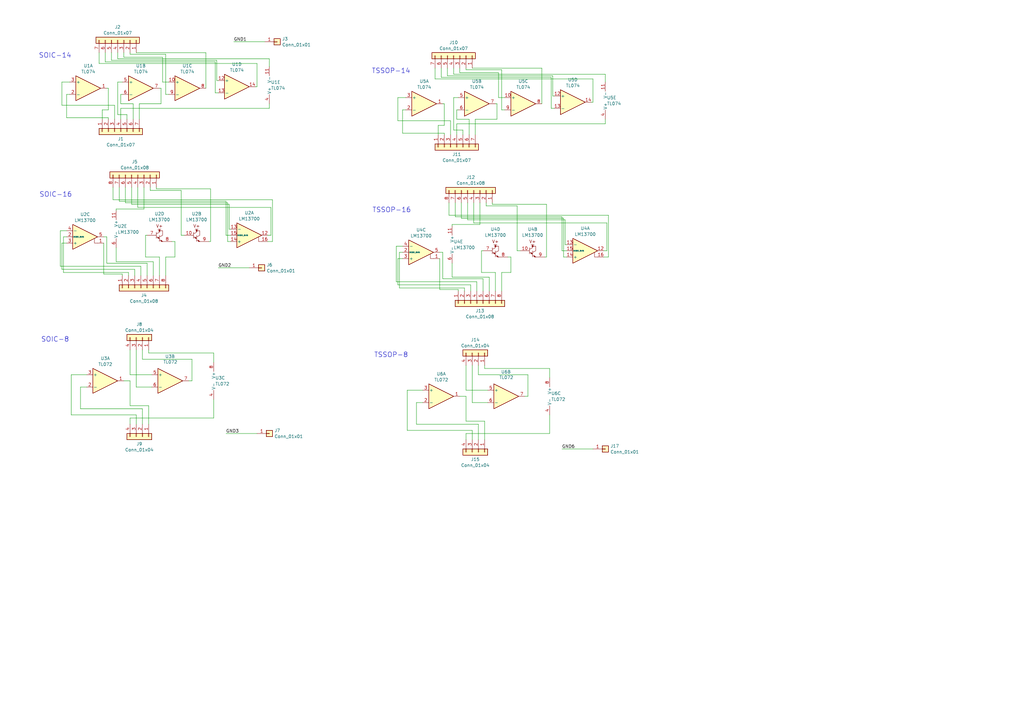
<source format=kicad_sch>
(kicad_sch
	(version 20231120)
	(generator "eeschema")
	(generator_version "8.0")
	(uuid "96c78403-1439-4379-9e1b-5451cfb1d3cd")
	(paper "A3")
	(lib_symbols
		(symbol "Amplifier_Operational:LM13700"
			(pin_names
				(offset 0.127)
			)
			(exclude_from_sim no)
			(in_bom yes)
			(on_board yes)
			(property "Reference" "U"
				(at 3.81 5.08 0)
				(effects
					(font
						(size 1.27 1.27)
					)
				)
			)
			(property "Value" "LM13700"
				(at 5.08 -5.08 0)
				(effects
					(font
						(size 1.27 1.27)
					)
				)
			)
			(property "Footprint" ""
				(at -7.62 0.635 0)
				(effects
					(font
						(size 1.27 1.27)
					)
					(hide yes)
				)
			)
			(property "Datasheet" "http://www.ti.com/lit/ds/symlink/lm13700.pdf"
				(at -7.62 0.635 0)
				(effects
					(font
						(size 1.27 1.27)
					)
					(hide yes)
				)
			)
			(property "Description" "Dual Operational Transconductance Amplifiers with Linearizing Diodes and Buffers, DIP-16/SOIC-16"
				(at 0 0 0)
				(effects
					(font
						(size 1.27 1.27)
					)
					(hide yes)
				)
			)
			(property "ki_locked" ""
				(at 0 0 0)
				(effects
					(font
						(size 1.27 1.27)
					)
				)
			)
			(property "ki_keywords" "operational transconductance amplifier OTA"
				(at 0 0 0)
				(effects
					(font
						(size 1.27 1.27)
					)
					(hide yes)
				)
			)
			(property "ki_fp_filters" "SOIC*3.9x9.9mm*P1.27mm* DIP*W7.62mm*"
				(at 0 0 0)
				(effects
					(font
						(size 1.27 1.27)
					)
					(hide yes)
				)
			)
			(symbol "LM13700_1_1"
				(polyline
					(pts
						(xy 3.81 -0.635) (xy 3.81 -2.54) (xy 5.08 -2.54)
					)
					(stroke
						(width 0)
						(type default)
					)
					(fill
						(type none)
					)
				)
				(polyline
					(pts
						(xy 5.08 0) (xy -5.08 -5.08) (xy -5.08 5.08) (xy 5.08 0)
					)
					(stroke
						(width 0.254)
						(type default)
					)
					(fill
						(type background)
					)
				)
				(pin output line
					(at 7.62 0 180)
					(length 2.54)
					(name "~"
						(effects
							(font
								(size 1.27 1.27)
							)
						)
					)
					(number "12"
						(effects
							(font
								(size 1.27 1.27)
							)
						)
					)
				)
				(pin input line
					(at -7.62 2.54 0)
					(length 2.54)
					(name "-"
						(effects
							(font
								(size 1.27 1.27)
							)
						)
					)
					(number "13"
						(effects
							(font
								(size 1.27 1.27)
							)
						)
					)
				)
				(pin input line
					(at -7.62 -2.54 0)
					(length 2.54)
					(name "+"
						(effects
							(font
								(size 1.27 1.27)
							)
						)
					)
					(number "14"
						(effects
							(font
								(size 1.27 1.27)
							)
						)
					)
				)
				(pin input line
					(at -7.62 0 0)
					(length 2.54)
					(name "DIODE_BIAS"
						(effects
							(font
								(size 0.508 0.508)
							)
						)
					)
					(number "15"
						(effects
							(font
								(size 1.27 1.27)
							)
						)
					)
				)
				(pin input line
					(at 7.62 -2.54 180)
					(length 2.54)
					(name "~"
						(effects
							(font
								(size 1.27 1.27)
							)
						)
					)
					(number "16"
						(effects
							(font
								(size 1.27 1.27)
							)
						)
					)
				)
			)
			(symbol "LM13700_2_0"
				(polyline
					(pts
						(xy -1.905 2.54) (xy -3.175 2.54)
					)
					(stroke
						(width 0)
						(type default)
					)
					(fill
						(type none)
					)
				)
			)
			(symbol "LM13700_2_1"
				(circle
					(center -2.54 1.905)
					(radius 0.254)
					(stroke
						(width 0.254)
						(type default)
					)
					(fill
						(type outline)
					)
				)
				(polyline
					(pts
						(xy -3.81 -0.635) (xy -2.54 -1.27)
					)
					(stroke
						(width 0)
						(type default)
					)
					(fill
						(type none)
					)
				)
				(polyline
					(pts
						(xy -3.81 1.27) (xy -3.81 -1.27)
					)
					(stroke
						(width 0)
						(type default)
					)
					(fill
						(type none)
					)
				)
				(polyline
					(pts
						(xy -2.54 -1.905) (xy -1.27 -2.54)
					)
					(stroke
						(width 0)
						(type default)
					)
					(fill
						(type none)
					)
				)
				(polyline
					(pts
						(xy -2.54 0) (xy -2.54 -2.54)
					)
					(stroke
						(width 0)
						(type default)
					)
					(fill
						(type none)
					)
				)
				(polyline
					(pts
						(xy -3.81 0.635) (xy -2.54 1.27) (xy -2.54 1.905) (xy -2.54 2.54)
					)
					(stroke
						(width 0)
						(type default)
					)
					(fill
						(type none)
					)
				)
				(polyline
					(pts
						(xy -2.54 -1.27) (xy -3.175 -0.635) (xy -3.175 -1.27) (xy -2.54 -1.27)
					)
					(stroke
						(width 0)
						(type default)
					)
					(fill
						(type outline)
					)
				)
				(polyline
					(pts
						(xy -2.54 -0.635) (xy -1.27 0) (xy -1.27 1.905) (xy -2.54 1.905)
					)
					(stroke
						(width 0)
						(type default)
					)
					(fill
						(type none)
					)
				)
				(polyline
					(pts
						(xy -1.27 -2.54) (xy -1.905 -1.905) (xy -1.905 -2.54) (xy -1.27 -2.54)
					)
					(stroke
						(width 0)
						(type default)
					)
					(fill
						(type outline)
					)
				)
				(text "V+"
					(at -2.54 3.81 0)
					(effects
						(font
							(size 1.27 1.27)
						)
					)
				)
				(pin input line
					(at -7.62 0 0)
					(length 3.81)
					(name "~"
						(effects
							(font
								(size 1.27 1.27)
							)
						)
					)
					(number "10"
						(effects
							(font
								(size 1.27 1.27)
							)
						)
					)
				)
				(pin output line
					(at 2.54 -2.54 180)
					(length 3.81)
					(name "~"
						(effects
							(font
								(size 1.27 1.27)
							)
						)
					)
					(number "9"
						(effects
							(font
								(size 1.27 1.27)
							)
						)
					)
				)
			)
			(symbol "LM13700_3_1"
				(polyline
					(pts
						(xy 3.81 -0.635) (xy 3.81 -2.54) (xy 5.08 -2.54)
					)
					(stroke
						(width 0)
						(type default)
					)
					(fill
						(type none)
					)
				)
				(polyline
					(pts
						(xy 5.08 0) (xy -5.08 -5.08) (xy -5.08 5.08) (xy 5.08 0)
					)
					(stroke
						(width 0.254)
						(type default)
					)
					(fill
						(type background)
					)
				)
				(pin input line
					(at 7.62 -2.54 180)
					(length 2.54)
					(name "~"
						(effects
							(font
								(size 1.27 1.27)
							)
						)
					)
					(number "1"
						(effects
							(font
								(size 1.27 1.27)
							)
						)
					)
				)
				(pin input line
					(at -7.62 0 0)
					(length 2.54)
					(name "DIODE_BIAS"
						(effects
							(font
								(size 0.508 0.508)
							)
						)
					)
					(number "2"
						(effects
							(font
								(size 1.27 1.27)
							)
						)
					)
				)
				(pin input line
					(at -7.62 -2.54 0)
					(length 2.54)
					(name "+"
						(effects
							(font
								(size 1.27 1.27)
							)
						)
					)
					(number "3"
						(effects
							(font
								(size 1.27 1.27)
							)
						)
					)
				)
				(pin input line
					(at -7.62 2.54 0)
					(length 2.54)
					(name "-"
						(effects
							(font
								(size 1.27 1.27)
							)
						)
					)
					(number "4"
						(effects
							(font
								(size 1.27 1.27)
							)
						)
					)
				)
				(pin output line
					(at 7.62 0 180)
					(length 2.54)
					(name "~"
						(effects
							(font
								(size 1.27 1.27)
							)
						)
					)
					(number "5"
						(effects
							(font
								(size 1.27 1.27)
							)
						)
					)
				)
			)
			(symbol "LM13700_4_0"
				(polyline
					(pts
						(xy -3.175 2.54) (xy -1.905 2.54)
					)
					(stroke
						(width 0)
						(type default)
					)
					(fill
						(type none)
					)
				)
				(text "V+"
					(at -2.54 3.81 0)
					(effects
						(font
							(size 1.27 1.27)
						)
					)
				)
			)
			(symbol "LM13700_4_1"
				(circle
					(center -2.54 1.905)
					(radius 0.254)
					(stroke
						(width 0.254)
						(type default)
					)
					(fill
						(type outline)
					)
				)
				(polyline
					(pts
						(xy -3.81 -0.635) (xy -2.54 -1.27)
					)
					(stroke
						(width 0)
						(type default)
					)
					(fill
						(type none)
					)
				)
				(polyline
					(pts
						(xy -3.81 1.27) (xy -3.81 -1.27)
					)
					(stroke
						(width 0)
						(type default)
					)
					(fill
						(type none)
					)
				)
				(polyline
					(pts
						(xy -2.54 -1.905) (xy -1.27 -2.54)
					)
					(stroke
						(width 0)
						(type default)
					)
					(fill
						(type none)
					)
				)
				(polyline
					(pts
						(xy -2.54 0) (xy -2.54 -2.54)
					)
					(stroke
						(width 0)
						(type default)
					)
					(fill
						(type none)
					)
				)
				(polyline
					(pts
						(xy -3.81 0.635) (xy -2.54 1.27) (xy -2.54 2.54)
					)
					(stroke
						(width 0)
						(type default)
					)
					(fill
						(type none)
					)
				)
				(polyline
					(pts
						(xy -2.54 -1.27) (xy -3.175 -0.635) (xy -3.175 -1.27) (xy -2.54 -1.27)
					)
					(stroke
						(width 0)
						(type default)
					)
					(fill
						(type outline)
					)
				)
				(polyline
					(pts
						(xy -2.54 -0.635) (xy -1.27 0) (xy -1.27 1.905) (xy -2.54 1.905)
					)
					(stroke
						(width 0)
						(type default)
					)
					(fill
						(type none)
					)
				)
				(polyline
					(pts
						(xy -1.27 -2.54) (xy -1.905 -1.905) (xy -1.905 -2.54) (xy -1.27 -2.54)
					)
					(stroke
						(width 0)
						(type default)
					)
					(fill
						(type outline)
					)
				)
				(pin input line
					(at -7.62 0 0)
					(length 3.81)
					(name "~"
						(effects
							(font
								(size 1.27 1.27)
							)
						)
					)
					(number "7"
						(effects
							(font
								(size 1.27 1.27)
							)
						)
					)
				)
				(pin output line
					(at 2.54 -2.54 180)
					(length 3.81)
					(name "~"
						(effects
							(font
								(size 1.27 1.27)
							)
						)
					)
					(number "8"
						(effects
							(font
								(size 1.27 1.27)
							)
						)
					)
				)
			)
			(symbol "LM13700_5_1"
				(pin power_in line
					(at -2.54 7.62 270)
					(length 3.81)
					(name "V+"
						(effects
							(font
								(size 1.27 1.27)
							)
						)
					)
					(number "11"
						(effects
							(font
								(size 1.27 1.27)
							)
						)
					)
				)
				(pin power_in line
					(at -2.54 -7.62 90)
					(length 3.81)
					(name "V-"
						(effects
							(font
								(size 1.27 1.27)
							)
						)
					)
					(number "6"
						(effects
							(font
								(size 1.27 1.27)
							)
						)
					)
				)
			)
		)
		(symbol "Amplifier_Operational:TL072"
			(pin_names
				(offset 0.127)
			)
			(exclude_from_sim no)
			(in_bom yes)
			(on_board yes)
			(property "Reference" "U"
				(at 0 5.08 0)
				(effects
					(font
						(size 1.27 1.27)
					)
					(justify left)
				)
			)
			(property "Value" "TL072"
				(at 0 -5.08 0)
				(effects
					(font
						(size 1.27 1.27)
					)
					(justify left)
				)
			)
			(property "Footprint" ""
				(at 0 0 0)
				(effects
					(font
						(size 1.27 1.27)
					)
					(hide yes)
				)
			)
			(property "Datasheet" "http://www.ti.com/lit/ds/symlink/tl071.pdf"
				(at 0 0 0)
				(effects
					(font
						(size 1.27 1.27)
					)
					(hide yes)
				)
			)
			(property "Description" "Dual Low-Noise JFET-Input Operational Amplifiers, DIP-8/SOIC-8"
				(at 0 0 0)
				(effects
					(font
						(size 1.27 1.27)
					)
					(hide yes)
				)
			)
			(property "ki_locked" ""
				(at 0 0 0)
				(effects
					(font
						(size 1.27 1.27)
					)
				)
			)
			(property "ki_keywords" "dual opamp"
				(at 0 0 0)
				(effects
					(font
						(size 1.27 1.27)
					)
					(hide yes)
				)
			)
			(property "ki_fp_filters" "SOIC*3.9x4.9mm*P1.27mm* DIP*W7.62mm* TO*99* OnSemi*Micro8* TSSOP*3x3mm*P0.65mm* TSSOP*4.4x3mm*P0.65mm* MSOP*3x3mm*P0.65mm* SSOP*3.9x4.9mm*P0.635mm* LFCSP*2x2mm*P0.5mm* *SIP* SOIC*5.3x6.2mm*P1.27mm*"
				(at 0 0 0)
				(effects
					(font
						(size 1.27 1.27)
					)
					(hide yes)
				)
			)
			(symbol "TL072_1_1"
				(polyline
					(pts
						(xy -5.08 5.08) (xy 5.08 0) (xy -5.08 -5.08) (xy -5.08 5.08)
					)
					(stroke
						(width 0.254)
						(type default)
					)
					(fill
						(type background)
					)
				)
				(pin output line
					(at 7.62 0 180)
					(length 2.54)
					(name "~"
						(effects
							(font
								(size 1.27 1.27)
							)
						)
					)
					(number "1"
						(effects
							(font
								(size 1.27 1.27)
							)
						)
					)
				)
				(pin input line
					(at -7.62 -2.54 0)
					(length 2.54)
					(name "-"
						(effects
							(font
								(size 1.27 1.27)
							)
						)
					)
					(number "2"
						(effects
							(font
								(size 1.27 1.27)
							)
						)
					)
				)
				(pin input line
					(at -7.62 2.54 0)
					(length 2.54)
					(name "+"
						(effects
							(font
								(size 1.27 1.27)
							)
						)
					)
					(number "3"
						(effects
							(font
								(size 1.27 1.27)
							)
						)
					)
				)
			)
			(symbol "TL072_2_1"
				(polyline
					(pts
						(xy -5.08 5.08) (xy 5.08 0) (xy -5.08 -5.08) (xy -5.08 5.08)
					)
					(stroke
						(width 0.254)
						(type default)
					)
					(fill
						(type background)
					)
				)
				(pin input line
					(at -7.62 2.54 0)
					(length 2.54)
					(name "+"
						(effects
							(font
								(size 1.27 1.27)
							)
						)
					)
					(number "5"
						(effects
							(font
								(size 1.27 1.27)
							)
						)
					)
				)
				(pin input line
					(at -7.62 -2.54 0)
					(length 2.54)
					(name "-"
						(effects
							(font
								(size 1.27 1.27)
							)
						)
					)
					(number "6"
						(effects
							(font
								(size 1.27 1.27)
							)
						)
					)
				)
				(pin output line
					(at 7.62 0 180)
					(length 2.54)
					(name "~"
						(effects
							(font
								(size 1.27 1.27)
							)
						)
					)
					(number "7"
						(effects
							(font
								(size 1.27 1.27)
							)
						)
					)
				)
			)
			(symbol "TL072_3_1"
				(pin power_in line
					(at -2.54 -7.62 90)
					(length 3.81)
					(name "V-"
						(effects
							(font
								(size 1.27 1.27)
							)
						)
					)
					(number "4"
						(effects
							(font
								(size 1.27 1.27)
							)
						)
					)
				)
				(pin power_in line
					(at -2.54 7.62 270)
					(length 3.81)
					(name "V+"
						(effects
							(font
								(size 1.27 1.27)
							)
						)
					)
					(number "8"
						(effects
							(font
								(size 1.27 1.27)
							)
						)
					)
				)
			)
		)
		(symbol "Amplifier_Operational:TL074"
			(pin_names
				(offset 0.127)
			)
			(exclude_from_sim no)
			(in_bom yes)
			(on_board yes)
			(property "Reference" "U"
				(at 0 5.08 0)
				(effects
					(font
						(size 1.27 1.27)
					)
					(justify left)
				)
			)
			(property "Value" "TL074"
				(at 0 -5.08 0)
				(effects
					(font
						(size 1.27 1.27)
					)
					(justify left)
				)
			)
			(property "Footprint" ""
				(at -1.27 2.54 0)
				(effects
					(font
						(size 1.27 1.27)
					)
					(hide yes)
				)
			)
			(property "Datasheet" "http://www.ti.com/lit/ds/symlink/tl071.pdf"
				(at 1.27 5.08 0)
				(effects
					(font
						(size 1.27 1.27)
					)
					(hide yes)
				)
			)
			(property "Description" "Quad Low-Noise JFET-Input Operational Amplifiers, DIP-14/SOIC-14"
				(at 0 0 0)
				(effects
					(font
						(size 1.27 1.27)
					)
					(hide yes)
				)
			)
			(property "ki_locked" ""
				(at 0 0 0)
				(effects
					(font
						(size 1.27 1.27)
					)
				)
			)
			(property "ki_keywords" "quad opamp"
				(at 0 0 0)
				(effects
					(font
						(size 1.27 1.27)
					)
					(hide yes)
				)
			)
			(property "ki_fp_filters" "SOIC*3.9x8.7mm*P1.27mm* DIP*W7.62mm* TSSOP*4.4x5mm*P0.65mm* SSOP*5.3x6.2mm*P0.65mm* MSOP*3x3mm*P0.5mm*"
				(at 0 0 0)
				(effects
					(font
						(size 1.27 1.27)
					)
					(hide yes)
				)
			)
			(symbol "TL074_1_1"
				(polyline
					(pts
						(xy -5.08 5.08) (xy 5.08 0) (xy -5.08 -5.08) (xy -5.08 5.08)
					)
					(stroke
						(width 0.254)
						(type default)
					)
					(fill
						(type background)
					)
				)
				(pin output line
					(at 7.62 0 180)
					(length 2.54)
					(name "~"
						(effects
							(font
								(size 1.27 1.27)
							)
						)
					)
					(number "1"
						(effects
							(font
								(size 1.27 1.27)
							)
						)
					)
				)
				(pin input line
					(at -7.62 -2.54 0)
					(length 2.54)
					(name "-"
						(effects
							(font
								(size 1.27 1.27)
							)
						)
					)
					(number "2"
						(effects
							(font
								(size 1.27 1.27)
							)
						)
					)
				)
				(pin input line
					(at -7.62 2.54 0)
					(length 2.54)
					(name "+"
						(effects
							(font
								(size 1.27 1.27)
							)
						)
					)
					(number "3"
						(effects
							(font
								(size 1.27 1.27)
							)
						)
					)
				)
			)
			(symbol "TL074_2_1"
				(polyline
					(pts
						(xy -5.08 5.08) (xy 5.08 0) (xy -5.08 -5.08) (xy -5.08 5.08)
					)
					(stroke
						(width 0.254)
						(type default)
					)
					(fill
						(type background)
					)
				)
				(pin input line
					(at -7.62 2.54 0)
					(length 2.54)
					(name "+"
						(effects
							(font
								(size 1.27 1.27)
							)
						)
					)
					(number "5"
						(effects
							(font
								(size 1.27 1.27)
							)
						)
					)
				)
				(pin input line
					(at -7.62 -2.54 0)
					(length 2.54)
					(name "-"
						(effects
							(font
								(size 1.27 1.27)
							)
						)
					)
					(number "6"
						(effects
							(font
								(size 1.27 1.27)
							)
						)
					)
				)
				(pin output line
					(at 7.62 0 180)
					(length 2.54)
					(name "~"
						(effects
							(font
								(size 1.27 1.27)
							)
						)
					)
					(number "7"
						(effects
							(font
								(size 1.27 1.27)
							)
						)
					)
				)
			)
			(symbol "TL074_3_1"
				(polyline
					(pts
						(xy -5.08 5.08) (xy 5.08 0) (xy -5.08 -5.08) (xy -5.08 5.08)
					)
					(stroke
						(width 0.254)
						(type default)
					)
					(fill
						(type background)
					)
				)
				(pin input line
					(at -7.62 2.54 0)
					(length 2.54)
					(name "+"
						(effects
							(font
								(size 1.27 1.27)
							)
						)
					)
					(number "10"
						(effects
							(font
								(size 1.27 1.27)
							)
						)
					)
				)
				(pin output line
					(at 7.62 0 180)
					(length 2.54)
					(name "~"
						(effects
							(font
								(size 1.27 1.27)
							)
						)
					)
					(number "8"
						(effects
							(font
								(size 1.27 1.27)
							)
						)
					)
				)
				(pin input line
					(at -7.62 -2.54 0)
					(length 2.54)
					(name "-"
						(effects
							(font
								(size 1.27 1.27)
							)
						)
					)
					(number "9"
						(effects
							(font
								(size 1.27 1.27)
							)
						)
					)
				)
			)
			(symbol "TL074_4_1"
				(polyline
					(pts
						(xy -5.08 5.08) (xy 5.08 0) (xy -5.08 -5.08) (xy -5.08 5.08)
					)
					(stroke
						(width 0.254)
						(type default)
					)
					(fill
						(type background)
					)
				)
				(pin input line
					(at -7.62 2.54 0)
					(length 2.54)
					(name "+"
						(effects
							(font
								(size 1.27 1.27)
							)
						)
					)
					(number "12"
						(effects
							(font
								(size 1.27 1.27)
							)
						)
					)
				)
				(pin input line
					(at -7.62 -2.54 0)
					(length 2.54)
					(name "-"
						(effects
							(font
								(size 1.27 1.27)
							)
						)
					)
					(number "13"
						(effects
							(font
								(size 1.27 1.27)
							)
						)
					)
				)
				(pin output line
					(at 7.62 0 180)
					(length 2.54)
					(name "~"
						(effects
							(font
								(size 1.27 1.27)
							)
						)
					)
					(number "14"
						(effects
							(font
								(size 1.27 1.27)
							)
						)
					)
				)
			)
			(symbol "TL074_5_1"
				(pin power_in line
					(at -2.54 -7.62 90)
					(length 3.81)
					(name "V-"
						(effects
							(font
								(size 1.27 1.27)
							)
						)
					)
					(number "11"
						(effects
							(font
								(size 1.27 1.27)
							)
						)
					)
				)
				(pin power_in line
					(at -2.54 7.62 270)
					(length 3.81)
					(name "V+"
						(effects
							(font
								(size 1.27 1.27)
							)
						)
					)
					(number "4"
						(effects
							(font
								(size 1.27 1.27)
							)
						)
					)
				)
			)
		)
		(symbol "Connector_Generic:Conn_01x01"
			(pin_names
				(offset 1.016) hide)
			(exclude_from_sim no)
			(in_bom yes)
			(on_board yes)
			(property "Reference" "J"
				(at 0 2.54 0)
				(effects
					(font
						(size 1.27 1.27)
					)
				)
			)
			(property "Value" "Conn_01x01"
				(at 0 -2.54 0)
				(effects
					(font
						(size 1.27 1.27)
					)
				)
			)
			(property "Footprint" ""
				(at 0 0 0)
				(effects
					(font
						(size 1.27 1.27)
					)
					(hide yes)
				)
			)
			(property "Datasheet" "~"
				(at 0 0 0)
				(effects
					(font
						(size 1.27 1.27)
					)
					(hide yes)
				)
			)
			(property "Description" "Generic connector, single row, 01x01, script generated (kicad-library-utils/schlib/autogen/connector/)"
				(at 0 0 0)
				(effects
					(font
						(size 1.27 1.27)
					)
					(hide yes)
				)
			)
			(property "ki_keywords" "connector"
				(at 0 0 0)
				(effects
					(font
						(size 1.27 1.27)
					)
					(hide yes)
				)
			)
			(property "ki_fp_filters" "Connector*:*_1x??_*"
				(at 0 0 0)
				(effects
					(font
						(size 1.27 1.27)
					)
					(hide yes)
				)
			)
			(symbol "Conn_01x01_1_1"
				(rectangle
					(start -1.27 0.127)
					(end 0 -0.127)
					(stroke
						(width 0.1524)
						(type default)
					)
					(fill
						(type none)
					)
				)
				(rectangle
					(start -1.27 1.27)
					(end 1.27 -1.27)
					(stroke
						(width 0.254)
						(type default)
					)
					(fill
						(type background)
					)
				)
				(pin passive line
					(at -5.08 0 0)
					(length 3.81)
					(name "Pin_1"
						(effects
							(font
								(size 1.27 1.27)
							)
						)
					)
					(number "1"
						(effects
							(font
								(size 1.27 1.27)
							)
						)
					)
				)
			)
		)
		(symbol "Connector_Generic:Conn_01x04"
			(pin_names
				(offset 1.016) hide)
			(exclude_from_sim no)
			(in_bom yes)
			(on_board yes)
			(property "Reference" "J"
				(at 0 5.08 0)
				(effects
					(font
						(size 1.27 1.27)
					)
				)
			)
			(property "Value" "Conn_01x04"
				(at 0 -7.62 0)
				(effects
					(font
						(size 1.27 1.27)
					)
				)
			)
			(property "Footprint" ""
				(at 0 0 0)
				(effects
					(font
						(size 1.27 1.27)
					)
					(hide yes)
				)
			)
			(property "Datasheet" "~"
				(at 0 0 0)
				(effects
					(font
						(size 1.27 1.27)
					)
					(hide yes)
				)
			)
			(property "Description" "Generic connector, single row, 01x04, script generated (kicad-library-utils/schlib/autogen/connector/)"
				(at 0 0 0)
				(effects
					(font
						(size 1.27 1.27)
					)
					(hide yes)
				)
			)
			(property "ki_keywords" "connector"
				(at 0 0 0)
				(effects
					(font
						(size 1.27 1.27)
					)
					(hide yes)
				)
			)
			(property "ki_fp_filters" "Connector*:*_1x??_*"
				(at 0 0 0)
				(effects
					(font
						(size 1.27 1.27)
					)
					(hide yes)
				)
			)
			(symbol "Conn_01x04_1_1"
				(rectangle
					(start -1.27 -4.953)
					(end 0 -5.207)
					(stroke
						(width 0.1524)
						(type default)
					)
					(fill
						(type none)
					)
				)
				(rectangle
					(start -1.27 -2.413)
					(end 0 -2.667)
					(stroke
						(width 0.1524)
						(type default)
					)
					(fill
						(type none)
					)
				)
				(rectangle
					(start -1.27 0.127)
					(end 0 -0.127)
					(stroke
						(width 0.1524)
						(type default)
					)
					(fill
						(type none)
					)
				)
				(rectangle
					(start -1.27 2.667)
					(end 0 2.413)
					(stroke
						(width 0.1524)
						(type default)
					)
					(fill
						(type none)
					)
				)
				(rectangle
					(start -1.27 3.81)
					(end 1.27 -6.35)
					(stroke
						(width 0.254)
						(type default)
					)
					(fill
						(type background)
					)
				)
				(pin passive line
					(at -5.08 2.54 0)
					(length 3.81)
					(name "Pin_1"
						(effects
							(font
								(size 1.27 1.27)
							)
						)
					)
					(number "1"
						(effects
							(font
								(size 1.27 1.27)
							)
						)
					)
				)
				(pin passive line
					(at -5.08 0 0)
					(length 3.81)
					(name "Pin_2"
						(effects
							(font
								(size 1.27 1.27)
							)
						)
					)
					(number "2"
						(effects
							(font
								(size 1.27 1.27)
							)
						)
					)
				)
				(pin passive line
					(at -5.08 -2.54 0)
					(length 3.81)
					(name "Pin_3"
						(effects
							(font
								(size 1.27 1.27)
							)
						)
					)
					(number "3"
						(effects
							(font
								(size 1.27 1.27)
							)
						)
					)
				)
				(pin passive line
					(at -5.08 -5.08 0)
					(length 3.81)
					(name "Pin_4"
						(effects
							(font
								(size 1.27 1.27)
							)
						)
					)
					(number "4"
						(effects
							(font
								(size 1.27 1.27)
							)
						)
					)
				)
			)
		)
		(symbol "Connector_Generic:Conn_01x07"
			(pin_names
				(offset 1.016) hide)
			(exclude_from_sim no)
			(in_bom yes)
			(on_board yes)
			(property "Reference" "J"
				(at 0 10.16 0)
				(effects
					(font
						(size 1.27 1.27)
					)
				)
			)
			(property "Value" "Conn_01x07"
				(at 0 -10.16 0)
				(effects
					(font
						(size 1.27 1.27)
					)
				)
			)
			(property "Footprint" ""
				(at 0 0 0)
				(effects
					(font
						(size 1.27 1.27)
					)
					(hide yes)
				)
			)
			(property "Datasheet" "~"
				(at 0 0 0)
				(effects
					(font
						(size 1.27 1.27)
					)
					(hide yes)
				)
			)
			(property "Description" "Generic connector, single row, 01x07, script generated (kicad-library-utils/schlib/autogen/connector/)"
				(at 0 0 0)
				(effects
					(font
						(size 1.27 1.27)
					)
					(hide yes)
				)
			)
			(property "ki_keywords" "connector"
				(at 0 0 0)
				(effects
					(font
						(size 1.27 1.27)
					)
					(hide yes)
				)
			)
			(property "ki_fp_filters" "Connector*:*_1x??_*"
				(at 0 0 0)
				(effects
					(font
						(size 1.27 1.27)
					)
					(hide yes)
				)
			)
			(symbol "Conn_01x07_1_1"
				(rectangle
					(start -1.27 -7.493)
					(end 0 -7.747)
					(stroke
						(width 0.1524)
						(type default)
					)
					(fill
						(type none)
					)
				)
				(rectangle
					(start -1.27 -4.953)
					(end 0 -5.207)
					(stroke
						(width 0.1524)
						(type default)
					)
					(fill
						(type none)
					)
				)
				(rectangle
					(start -1.27 -2.413)
					(end 0 -2.667)
					(stroke
						(width 0.1524)
						(type default)
					)
					(fill
						(type none)
					)
				)
				(rectangle
					(start -1.27 0.127)
					(end 0 -0.127)
					(stroke
						(width 0.1524)
						(type default)
					)
					(fill
						(type none)
					)
				)
				(rectangle
					(start -1.27 2.667)
					(end 0 2.413)
					(stroke
						(width 0.1524)
						(type default)
					)
					(fill
						(type none)
					)
				)
				(rectangle
					(start -1.27 5.207)
					(end 0 4.953)
					(stroke
						(width 0.1524)
						(type default)
					)
					(fill
						(type none)
					)
				)
				(rectangle
					(start -1.27 7.747)
					(end 0 7.493)
					(stroke
						(width 0.1524)
						(type default)
					)
					(fill
						(type none)
					)
				)
				(rectangle
					(start -1.27 8.89)
					(end 1.27 -8.89)
					(stroke
						(width 0.254)
						(type default)
					)
					(fill
						(type background)
					)
				)
				(pin passive line
					(at -5.08 7.62 0)
					(length 3.81)
					(name "Pin_1"
						(effects
							(font
								(size 1.27 1.27)
							)
						)
					)
					(number "1"
						(effects
							(font
								(size 1.27 1.27)
							)
						)
					)
				)
				(pin passive line
					(at -5.08 5.08 0)
					(length 3.81)
					(name "Pin_2"
						(effects
							(font
								(size 1.27 1.27)
							)
						)
					)
					(number "2"
						(effects
							(font
								(size 1.27 1.27)
							)
						)
					)
				)
				(pin passive line
					(at -5.08 2.54 0)
					(length 3.81)
					(name "Pin_3"
						(effects
							(font
								(size 1.27 1.27)
							)
						)
					)
					(number "3"
						(effects
							(font
								(size 1.27 1.27)
							)
						)
					)
				)
				(pin passive line
					(at -5.08 0 0)
					(length 3.81)
					(name "Pin_4"
						(effects
							(font
								(size 1.27 1.27)
							)
						)
					)
					(number "4"
						(effects
							(font
								(size 1.27 1.27)
							)
						)
					)
				)
				(pin passive line
					(at -5.08 -2.54 0)
					(length 3.81)
					(name "Pin_5"
						(effects
							(font
								(size 1.27 1.27)
							)
						)
					)
					(number "5"
						(effects
							(font
								(size 1.27 1.27)
							)
						)
					)
				)
				(pin passive line
					(at -5.08 -5.08 0)
					(length 3.81)
					(name "Pin_6"
						(effects
							(font
								(size 1.27 1.27)
							)
						)
					)
					(number "6"
						(effects
							(font
								(size 1.27 1.27)
							)
						)
					)
				)
				(pin passive line
					(at -5.08 -7.62 0)
					(length 3.81)
					(name "Pin_7"
						(effects
							(font
								(size 1.27 1.27)
							)
						)
					)
					(number "7"
						(effects
							(font
								(size 1.27 1.27)
							)
						)
					)
				)
			)
		)
		(symbol "Connector_Generic:Conn_01x08"
			(pin_names
				(offset 1.016) hide)
			(exclude_from_sim no)
			(in_bom yes)
			(on_board yes)
			(property "Reference" "J"
				(at 0 10.16 0)
				(effects
					(font
						(size 1.27 1.27)
					)
				)
			)
			(property "Value" "Conn_01x08"
				(at 0 -12.7 0)
				(effects
					(font
						(size 1.27 1.27)
					)
				)
			)
			(property "Footprint" ""
				(at 0 0 0)
				(effects
					(font
						(size 1.27 1.27)
					)
					(hide yes)
				)
			)
			(property "Datasheet" "~"
				(at 0 0 0)
				(effects
					(font
						(size 1.27 1.27)
					)
					(hide yes)
				)
			)
			(property "Description" "Generic connector, single row, 01x08, script generated (kicad-library-utils/schlib/autogen/connector/)"
				(at 0 0 0)
				(effects
					(font
						(size 1.27 1.27)
					)
					(hide yes)
				)
			)
			(property "ki_keywords" "connector"
				(at 0 0 0)
				(effects
					(font
						(size 1.27 1.27)
					)
					(hide yes)
				)
			)
			(property "ki_fp_filters" "Connector*:*_1x??_*"
				(at 0 0 0)
				(effects
					(font
						(size 1.27 1.27)
					)
					(hide yes)
				)
			)
			(symbol "Conn_01x08_1_1"
				(rectangle
					(start -1.27 -10.033)
					(end 0 -10.287)
					(stroke
						(width 0.1524)
						(type default)
					)
					(fill
						(type none)
					)
				)
				(rectangle
					(start -1.27 -7.493)
					(end 0 -7.747)
					(stroke
						(width 0.1524)
						(type default)
					)
					(fill
						(type none)
					)
				)
				(rectangle
					(start -1.27 -4.953)
					(end 0 -5.207)
					(stroke
						(width 0.1524)
						(type default)
					)
					(fill
						(type none)
					)
				)
				(rectangle
					(start -1.27 -2.413)
					(end 0 -2.667)
					(stroke
						(width 0.1524)
						(type default)
					)
					(fill
						(type none)
					)
				)
				(rectangle
					(start -1.27 0.127)
					(end 0 -0.127)
					(stroke
						(width 0.1524)
						(type default)
					)
					(fill
						(type none)
					)
				)
				(rectangle
					(start -1.27 2.667)
					(end 0 2.413)
					(stroke
						(width 0.1524)
						(type default)
					)
					(fill
						(type none)
					)
				)
				(rectangle
					(start -1.27 5.207)
					(end 0 4.953)
					(stroke
						(width 0.1524)
						(type default)
					)
					(fill
						(type none)
					)
				)
				(rectangle
					(start -1.27 7.747)
					(end 0 7.493)
					(stroke
						(width 0.1524)
						(type default)
					)
					(fill
						(type none)
					)
				)
				(rectangle
					(start -1.27 8.89)
					(end 1.27 -11.43)
					(stroke
						(width 0.254)
						(type default)
					)
					(fill
						(type background)
					)
				)
				(pin passive line
					(at -5.08 7.62 0)
					(length 3.81)
					(name "Pin_1"
						(effects
							(font
								(size 1.27 1.27)
							)
						)
					)
					(number "1"
						(effects
							(font
								(size 1.27 1.27)
							)
						)
					)
				)
				(pin passive line
					(at -5.08 5.08 0)
					(length 3.81)
					(name "Pin_2"
						(effects
							(font
								(size 1.27 1.27)
							)
						)
					)
					(number "2"
						(effects
							(font
								(size 1.27 1.27)
							)
						)
					)
				)
				(pin passive line
					(at -5.08 2.54 0)
					(length 3.81)
					(name "Pin_3"
						(effects
							(font
								(size 1.27 1.27)
							)
						)
					)
					(number "3"
						(effects
							(font
								(size 1.27 1.27)
							)
						)
					)
				)
				(pin passive line
					(at -5.08 0 0)
					(length 3.81)
					(name "Pin_4"
						(effects
							(font
								(size 1.27 1.27)
							)
						)
					)
					(number "4"
						(effects
							(font
								(size 1.27 1.27)
							)
						)
					)
				)
				(pin passive line
					(at -5.08 -2.54 0)
					(length 3.81)
					(name "Pin_5"
						(effects
							(font
								(size 1.27 1.27)
							)
						)
					)
					(number "5"
						(effects
							(font
								(size 1.27 1.27)
							)
						)
					)
				)
				(pin passive line
					(at -5.08 -5.08 0)
					(length 3.81)
					(name "Pin_6"
						(effects
							(font
								(size 1.27 1.27)
							)
						)
					)
					(number "6"
						(effects
							(font
								(size 1.27 1.27)
							)
						)
					)
				)
				(pin passive line
					(at -5.08 -7.62 0)
					(length 3.81)
					(name "Pin_7"
						(effects
							(font
								(size 1.27 1.27)
							)
						)
					)
					(number "7"
						(effects
							(font
								(size 1.27 1.27)
							)
						)
					)
				)
				(pin passive line
					(at -5.08 -10.16 0)
					(length 3.81)
					(name "Pin_8"
						(effects
							(font
								(size 1.27 1.27)
							)
						)
					)
					(number "8"
						(effects
							(font
								(size 1.27 1.27)
							)
						)
					)
				)
			)
		)
	)
	(wire
		(pts
			(xy 188.595 29.845) (xy 188.595 27.94)
		)
		(stroke
			(width 0)
			(type default)
		)
		(uuid "0020d846-5447-4011-8ca4-ce882a883bf3")
	)
	(wire
		(pts
			(xy 191.135 162.56) (xy 191.135 172.72)
		)
		(stroke
			(width 0)
			(type default)
		)
		(uuid "00ad8ac6-e86e-4723-8474-259e1286739e")
	)
	(wire
		(pts
			(xy 65.405 105.41) (xy 65.405 113.03)
		)
		(stroke
			(width 0)
			(type default)
		)
		(uuid "021fd001-d3b5-465a-90bf-c4afa283ebcf")
	)
	(wire
		(pts
			(xy 191.135 27.94) (xy 191.135 28.575)
		)
		(stroke
			(width 0)
			(type default)
		)
		(uuid "02e97212-ca2e-4b75-bdd0-49b0569e015b")
	)
	(wire
		(pts
			(xy 226.695 39.37) (xy 227.33 39.37)
		)
		(stroke
			(width 0)
			(type default)
		)
		(uuid "03cfcd47-926b-4f8c-ab4e-3be8f7ed81b5")
	)
	(wire
		(pts
			(xy 60.325 96.52) (xy 59.69 96.52)
		)
		(stroke
			(width 0)
			(type default)
		)
		(uuid "0557cefb-ee0b-458c-a87c-602ce1e71c0b")
	)
	(wire
		(pts
			(xy 93.345 83.185) (xy 93.345 99.06)
		)
		(stroke
			(width 0)
			(type default)
		)
		(uuid "05ee170c-e724-4781-9d4c-2969f0950d33")
	)
	(wire
		(pts
			(xy 189.23 89.535) (xy 231.14 89.535)
		)
		(stroke
			(width 0)
			(type default)
		)
		(uuid "07b11e10-53a5-4a01-b5bc-5a4f0cc4db20")
	)
	(wire
		(pts
			(xy 182.245 51.435) (xy 179.705 51.435)
		)
		(stroke
			(width 0)
			(type default)
		)
		(uuid "088fa973-4e49-428c-ab43-d916e15e8de8")
	)
	(wire
		(pts
			(xy 111.76 99.06) (xy 109.855 99.06)
		)
		(stroke
			(width 0)
			(type default)
		)
		(uuid "090e194c-a0d5-4cec-af1b-32ca7b39eff6")
	)
	(wire
		(pts
			(xy 184.785 49.53) (xy 184.785 55.245)
		)
		(stroke
			(width 0)
			(type default)
		)
		(uuid "094ffeda-a090-491c-ba5f-80db9cf75bf2")
	)
	(wire
		(pts
			(xy 189.865 53.34) (xy 189.865 55.245)
		)
		(stroke
			(width 0)
			(type default)
		)
		(uuid "0a703ec6-1099-43a3-be4e-ae766000e08c")
	)
	(wire
		(pts
			(xy 110.49 42.545) (xy 110.49 44.45)
		)
		(stroke
			(width 0)
			(type default)
		)
		(uuid "0b5e1a0e-951c-4ea3-b143-180bb927f465")
	)
	(wire
		(pts
			(xy 205.74 111.76) (xy 209.55 111.76)
		)
		(stroke
			(width 0)
			(type default)
		)
		(uuid "0b8bb1fb-f73e-479d-a98d-09ead74c92cd")
	)
	(wire
		(pts
			(xy 50.8 156.21) (xy 53.34 156.21)
		)
		(stroke
			(width 0)
			(type default)
		)
		(uuid "0c705ad9-d0c6-4146-a2cc-582d73f2ee86")
	)
	(wire
		(pts
			(xy 71.755 105.41) (xy 71.755 99.06)
		)
		(stroke
			(width 0)
			(type default)
		)
		(uuid "0d0e7e47-ecce-4b3e-a619-13b3ce5d5338")
	)
	(wire
		(pts
			(xy 57.785 109.22) (xy 24.765 109.22)
		)
		(stroke
			(width 0)
			(type default)
		)
		(uuid "0df31378-f7ee-480d-8dab-addf16b0f403")
	)
	(wire
		(pts
			(xy 226.06 31.75) (xy 180.975 31.75)
		)
		(stroke
			(width 0)
			(type default)
		)
		(uuid "0eec7165-9c90-4f2b-ab45-f92539f1196e")
	)
	(wire
		(pts
			(xy 209.55 105.41) (xy 208.28 105.41)
		)
		(stroke
			(width 0)
			(type default)
		)
		(uuid "11a57f79-749b-46aa-8d32-14e988a7149d")
	)
	(wire
		(pts
			(xy 187.96 118.745) (xy 187.96 119.38)
		)
		(stroke
			(width 0)
			(type default)
		)
		(uuid "153ddcfe-90c1-4e97-8f83-27ce1fa8b679")
	)
	(wire
		(pts
			(xy 53.34 173.99) (xy 53.34 171.45)
		)
		(stroke
			(width 0)
			(type default)
		)
		(uuid "1554f70b-87a9-4a1c-adb2-ae29fb961b82")
	)
	(wire
		(pts
			(xy 53.975 83.82) (xy 53.975 76.835)
		)
		(stroke
			(width 0)
			(type default)
		)
		(uuid "1698bdf5-a61e-4b01-b921-08a27223edfa")
	)
	(wire
		(pts
			(xy 53.34 143.51) (xy 53.34 153.67)
		)
		(stroke
			(width 0)
			(type default)
		)
		(uuid "16b9fb09-8c5e-40f1-af10-bec125332f79")
	)
	(wire
		(pts
			(xy 59.69 105.41) (xy 65.405 105.41)
		)
		(stroke
			(width 0)
			(type default)
		)
		(uuid "1906cc7d-1651-4127-a2f5-c0331a112321")
	)
	(wire
		(pts
			(xy 179.705 51.435) (xy 179.705 55.245)
		)
		(stroke
			(width 0)
			(type default)
		)
		(uuid "19b9a5bb-282b-4d6e-99e2-39994c0f1a7b")
	)
	(wire
		(pts
			(xy 198.12 114.3) (xy 198.12 119.38)
		)
		(stroke
			(width 0)
			(type default)
		)
		(uuid "1ab8e17c-819d-4b29-9487-8f797805b797")
	)
	(wire
		(pts
			(xy 225.425 154.94) (xy 225.425 151.13)
		)
		(stroke
			(width 0)
			(type default)
		)
		(uuid "1ac1e09b-fe5b-430c-84e7-f480a0cb7457")
	)
	(wire
		(pts
			(xy 40.64 21.59) (xy 40.64 26.035)
		)
		(stroke
			(width 0)
			(type default)
		)
		(uuid "1bb21c51-d0b5-4ecf-aa7d-0a74f035cc4d")
	)
	(wire
		(pts
			(xy 93.345 99.06) (xy 94.615 99.06)
		)
		(stroke
			(width 0)
			(type default)
		)
		(uuid "1bc7762d-653b-4129-a9b9-b32f6146bb66")
	)
	(wire
		(pts
			(xy 62.865 107.315) (xy 62.865 113.03)
		)
		(stroke
			(width 0)
			(type default)
		)
		(uuid "1becef55-c228-4e69-9efa-d09666cbe467")
	)
	(wire
		(pts
			(xy 66.04 42.545) (xy 66.04 36.195)
		)
		(stroke
			(width 0)
			(type default)
		)
		(uuid "1d2c6713-c4f6-4b0b-aff3-d2d8ea58ce48")
	)
	(wire
		(pts
			(xy 185.42 113.665) (xy 200.66 113.665)
		)
		(stroke
			(width 0)
			(type default)
		)
		(uuid "20f617cf-9c82-4be9-bb2c-492533ead432")
	)
	(wire
		(pts
			(xy 110.49 24.13) (xy 110.49 27.305)
		)
		(stroke
			(width 0)
			(type default)
		)
		(uuid "22acc66c-1662-48de-ae10-3fac3d2a5c35")
	)
	(wire
		(pts
			(xy 187.96 40.005) (xy 186.055 40.005)
		)
		(stroke
			(width 0)
			(type default)
		)
		(uuid "23af6e6c-2745-44f2-855c-61799d07a2a9")
	)
	(wire
		(pts
			(xy 88.265 25.4) (xy 43.18 25.4)
		)
		(stroke
			(width 0)
			(type default)
		)
		(uuid "26ead68b-b4d2-46fa-8635-68201a934d3c")
	)
	(wire
		(pts
			(xy 53.34 153.67) (xy 62.23 153.67)
		)
		(stroke
			(width 0)
			(type default)
		)
		(uuid "2854ef00-77d6-4ba7-8687-95d70b606d47")
	)
	(wire
		(pts
			(xy 230.505 88.9) (xy 186.69 88.9)
		)
		(stroke
			(width 0)
			(type default)
		)
		(uuid "28f6cdf8-edec-48d6-8531-52a3a6140381")
	)
	(wire
		(pts
			(xy 165.1 45.085) (xy 166.37 45.085)
		)
		(stroke
			(width 0)
			(type default)
		)
		(uuid "2946cf96-48ab-4e5a-a6e0-395f1a7efcdd")
	)
	(wire
		(pts
			(xy 212.09 84.455) (xy 212.09 102.87)
		)
		(stroke
			(width 0)
			(type default)
		)
		(uuid "2998a8cf-4ee2-4f95-b441-67c6b8ae1692")
	)
	(wire
		(pts
			(xy 163.195 49.53) (xy 184.785 49.53)
		)
		(stroke
			(width 0)
			(type default)
		)
		(uuid "2aabaf60-1483-46a6-86dd-a13564c95070")
	)
	(wire
		(pts
			(xy 60.325 107.95) (xy 60.325 113.03)
		)
		(stroke
			(width 0)
			(type default)
		)
		(uuid "2b006ec8-a3c3-4a9d-9a86-420160b87ca9")
	)
	(wire
		(pts
			(xy 69.215 33.655) (xy 66.675 33.655)
		)
		(stroke
			(width 0)
			(type default)
		)
		(uuid "2b7e3e5f-96db-4ab8-b59a-477453a314c3")
	)
	(wire
		(pts
			(xy 204.47 40.005) (xy 204.47 29.845)
		)
		(stroke
			(width 0)
			(type default)
		)
		(uuid "2bb9944b-36c7-471b-9db8-f8ec992ac88a")
	)
	(wire
		(pts
			(xy 231.775 90.17) (xy 191.77 90.17)
		)
		(stroke
			(width 0)
			(type default)
		)
		(uuid "2bbf0595-15f4-4015-8538-48ed9a1371b7")
	)
	(wire
		(pts
			(xy 67.945 38.735) (xy 69.215 38.735)
		)
		(stroke
			(width 0)
			(type default)
		)
		(uuid "2c701e49-c271-4c28-a163-10ab375cd935")
	)
	(wire
		(pts
			(xy 50.165 33.655) (xy 48.26 33.655)
		)
		(stroke
			(width 0)
			(type default)
		)
		(uuid "2e2c36d1-d24a-4d83-ad23-06ae5a80836e")
	)
	(wire
		(pts
			(xy 25.4 99.695) (xy 25.4 110.49)
		)
		(stroke
			(width 0)
			(type default)
		)
		(uuid "2edbe3b8-231d-47bf-8373-eed7c5ccf32c")
	)
	(wire
		(pts
			(xy 60.96 144.78) (xy 60.96 143.51)
		)
		(stroke
			(width 0)
			(type default)
		)
		(uuid "2fb2573e-a0e0-4d25-a058-a5d23694178a")
	)
	(wire
		(pts
			(xy 86.36 77.47) (xy 64.135 77.47)
		)
		(stroke
			(width 0)
			(type default)
		)
		(uuid "3134414a-fb21-478f-975c-8a98207ca65c")
	)
	(wire
		(pts
			(xy 44.45 36.195) (xy 44.45 45.085)
		)
		(stroke
			(width 0)
			(type default)
		)
		(uuid "315ab44a-da93-4492-8a3f-c73fcdc67bb3")
	)
	(wire
		(pts
			(xy 44.45 48.895) (xy 44.45 48.26)
		)
		(stroke
			(width 0)
			(type default)
		)
		(uuid "316e69d2-eb78-48bc-9ac1-83f58a8bed8b")
	)
	(wire
		(pts
			(xy 46.355 76.835) (xy 46.355 81.915)
		)
		(stroke
			(width 0)
			(type default)
		)
		(uuid "3268cde6-34cd-4d1e-8cae-e8ad942ebd8a")
	)
	(wire
		(pts
			(xy 24.765 109.22) (xy 24.765 94.615)
		)
		(stroke
			(width 0)
			(type default)
		)
		(uuid "35ff4d77-aa57-46d5-8479-4db0bf200413")
	)
	(wire
		(pts
			(xy 180.34 103.505) (xy 181.61 103.505)
		)
		(stroke
			(width 0)
			(type default)
		)
		(uuid "36eab795-74c2-4975-b6f5-1b89c25560b3")
	)
	(wire
		(pts
			(xy 186.055 53.34) (xy 189.865 53.34)
		)
		(stroke
			(width 0)
			(type default)
		)
		(uuid "37107293-53f3-4ad4-bd21-acb74d9e4ac1")
	)
	(wire
		(pts
			(xy 191.135 172.72) (xy 198.755 172.72)
		)
		(stroke
			(width 0)
			(type default)
		)
		(uuid "37a73122-21d8-46f1-946a-f121684e4377")
	)
	(wire
		(pts
			(xy 46.355 81.915) (xy 111.76 81.915)
		)
		(stroke
			(width 0)
			(type default)
		)
		(uuid "37e70ddc-bccf-467c-a431-a4b12dccbdc4")
	)
	(wire
		(pts
			(xy 162.56 100.965) (xy 165.1 100.965)
		)
		(stroke
			(width 0)
			(type default)
		)
		(uuid "3a3b7646-1241-4350-a613-e3e4580b4120")
	)
	(wire
		(pts
			(xy 45.72 21.59) (xy 45.72 24.765)
		)
		(stroke
			(width 0)
			(type default)
		)
		(uuid "3ab7cf88-2cc8-4871-9d7d-a029f525bcd9")
	)
	(wire
		(pts
			(xy 45.72 24.765) (xy 88.9 24.765)
		)
		(stroke
			(width 0)
			(type default)
		)
		(uuid "4090cc66-6a6a-4538-8e8b-a7f131284074")
	)
	(wire
		(pts
			(xy 48.26 46.99) (xy 52.07 46.99)
		)
		(stroke
			(width 0)
			(type default)
		)
		(uuid "40b52ec7-83c4-41e4-ab6d-a9899c3743ec")
	)
	(wire
		(pts
			(xy 71.755 99.06) (xy 70.485 99.06)
		)
		(stroke
			(width 0)
			(type default)
		)
		(uuid "411b7bf2-0745-4d4b-88ed-4d9a4d603520")
	)
	(wire
		(pts
			(xy 57.785 113.03) (xy 57.785 109.22)
		)
		(stroke
			(width 0)
			(type default)
		)
		(uuid "41578d80-1477-4372-80bc-4ea419904e45")
	)
	(wire
		(pts
			(xy 186.69 88.9) (xy 186.69 83.185)
		)
		(stroke
			(width 0)
			(type default)
		)
		(uuid "41c7a89d-8193-48f4-bb3f-781649acce26")
	)
	(wire
		(pts
			(xy 111.125 96.52) (xy 109.855 96.52)
		)
		(stroke
			(width 0)
			(type default)
		)
		(uuid "41c99431-0ee5-42a4-9aff-d8ab550b2cb9")
	)
	(wire
		(pts
			(xy 59.69 96.52) (xy 59.69 105.41)
		)
		(stroke
			(width 0)
			(type default)
		)
		(uuid "41ffcce2-bfec-4380-a1a0-24e5b49ec311")
	)
	(wire
		(pts
			(xy 67.945 105.41) (xy 71.755 105.41)
		)
		(stroke
			(width 0)
			(type default)
		)
		(uuid "423eed22-ee3a-4a86-907d-9fdfa8a54787")
	)
	(wire
		(pts
			(xy 86.36 99.06) (xy 86.36 77.47)
		)
		(stroke
			(width 0)
			(type default)
		)
		(uuid "43479809-432d-4f1a-8f36-698c428685f6")
	)
	(wire
		(pts
			(xy 48.26 24.13) (xy 110.49 24.13)
		)
		(stroke
			(width 0)
			(type default)
		)
		(uuid "43535978-fadf-402e-8318-da38b22c9c6b")
	)
	(wire
		(pts
			(xy 42.545 97.155) (xy 43.815 97.155)
		)
		(stroke
			(width 0)
			(type default)
		)
		(uuid "444306aa-259c-4c64-967a-8b9dadf35cd8")
	)
	(wire
		(pts
			(xy 192.405 48.895) (xy 192.405 55.245)
		)
		(stroke
			(width 0)
			(type default)
		)
		(uuid "44537048-fbdb-4aae-a471-014ccce87f19")
	)
	(wire
		(pts
			(xy 89.535 38.1) (xy 88.265 38.1)
		)
		(stroke
			(width 0)
			(type default)
		)
		(uuid "4632fe58-bbb9-4c77-ad78-49419f909bf4")
	)
	(wire
		(pts
			(xy 67.945 113.03) (xy 67.945 105.41)
		)
		(stroke
			(width 0)
			(type default)
		)
		(uuid "478ce01d-69d7-41f8-b4d0-a9b03f53ece2")
	)
	(wire
		(pts
			(xy 58.42 147.32) (xy 78.74 147.32)
		)
		(stroke
			(width 0)
			(type default)
		)
		(uuid "483d26f6-43b8-4eb9-a79f-4aeb5f9c20e8")
	)
	(wire
		(pts
			(xy 163.195 116.84) (xy 193.04 116.84)
		)
		(stroke
			(width 0)
			(type default)
		)
		(uuid "4872313d-4233-4c58-940f-17990b149bf4")
	)
	(wire
		(pts
			(xy 197.485 102.87) (xy 197.485 111.76)
		)
		(stroke
			(width 0)
			(type default)
		)
		(uuid "4a1041d7-a79b-4583-b33b-02558fe57e1b")
	)
	(wire
		(pts
			(xy 224.155 83.82) (xy 201.93 83.82)
		)
		(stroke
			(width 0)
			(type default)
		)
		(uuid "4a666847-9f52-4b5f-954d-3f0e0093d56f")
	)
	(wire
		(pts
			(xy 248.92 102.87) (xy 247.65 102.87)
		)
		(stroke
			(width 0)
			(type default)
		)
		(uuid "4a6a7b15-6f30-45e4-862d-f8f46d2c384e")
	)
	(wire
		(pts
			(xy 186.055 40.005) (xy 186.055 53.34)
		)
		(stroke
			(width 0)
			(type default)
		)
		(uuid "4bb28dca-3b56-4780-9b07-7a07bdfb2427")
	)
	(wire
		(pts
			(xy 248.285 30.48) (xy 248.285 33.655)
		)
		(stroke
			(width 0)
			(type default)
		)
		(uuid "4bc1a21d-2b86-43ca-a167-f1b6b9e8b7b8")
	)
	(wire
		(pts
			(xy 193.675 176.53) (xy 193.675 180.34)
		)
		(stroke
			(width 0)
			(type default)
		)
		(uuid "4c6cde6b-88a6-443a-948b-774c0f5a0573")
	)
	(wire
		(pts
			(xy 50.8 23.495) (xy 50.8 21.59)
		)
		(stroke
			(width 0)
			(type default)
		)
		(uuid "4c8661a1-b925-4921-8d50-2deecf32d9ca")
	)
	(wire
		(pts
			(xy 44.45 48.26) (xy 27.305 48.26)
		)
		(stroke
			(width 0)
			(type default)
		)
		(uuid "4e5ad458-be47-42de-ab1c-0c7aedf24c2c")
	)
	(wire
		(pts
			(xy 165.1 45.085) (xy 165.1 54.61)
		)
		(stroke
			(width 0)
			(type default)
		)
		(uuid "4f709e06-e032-430a-8936-c951a6bd9279")
	)
	(wire
		(pts
			(xy 59.055 85.725) (xy 59.055 76.835)
		)
		(stroke
			(width 0)
			(type default)
		)
		(uuid "4ff247e5-2700-4d56-9216-c3f62fe0ddec")
	)
	(wire
		(pts
			(xy 93.98 83.82) (xy 53.975 83.82)
		)
		(stroke
			(width 0)
			(type default)
		)
		(uuid "4ff7af55-e4ba-4719-9bf6-389d8003a2d1")
	)
	(wire
		(pts
			(xy 53.34 171.45) (xy 87.63 171.45)
		)
		(stroke
			(width 0)
			(type default)
		)
		(uuid "4fff4150-6a42-4187-8f1b-941aebde2a7e")
	)
	(wire
		(pts
			(xy 185.42 92.71) (xy 185.42 92.075)
		)
		(stroke
			(width 0)
			(type default)
		)
		(uuid "50cf9396-318e-4c1d-8f57-9d3d18185075")
	)
	(wire
		(pts
			(xy 42.545 112.395) (xy 50.165 112.395)
		)
		(stroke
			(width 0)
			(type default)
		)
		(uuid "534209bd-bdff-49d9-9d4a-77f7ce8d384b")
	)
	(wire
		(pts
			(xy 196.215 149.86) (xy 196.215 153.67)
		)
		(stroke
			(width 0)
			(type default)
		)
		(uuid "53f105e8-2df8-4929-91aa-446a786dd428")
	)
	(wire
		(pts
			(xy 201.93 83.82) (xy 201.93 83.185)
		)
		(stroke
			(width 0)
			(type default)
		)
		(uuid "54e442d1-94ba-4844-8bf6-5ffcc5c1567b")
	)
	(wire
		(pts
			(xy 184.15 83.185) (xy 184.15 88.265)
		)
		(stroke
			(width 0)
			(type default)
		)
		(uuid "54f150b1-fb56-4777-aae0-b84f1fd36ba6")
	)
	(wire
		(pts
			(xy 180.975 31.75) (xy 180.975 27.94)
		)
		(stroke
			(width 0)
			(type default)
		)
		(uuid "55f800a2-5368-450e-a031-6255215cb80e")
	)
	(wire
		(pts
			(xy 231.14 105.41) (xy 232.41 105.41)
		)
		(stroke
			(width 0)
			(type default)
		)
		(uuid "5636420d-1a3d-4f2c-9323-51e999792863")
	)
	(wire
		(pts
			(xy 191.77 90.17) (xy 191.77 83.185)
		)
		(stroke
			(width 0)
			(type default)
		)
		(uuid "566a9db6-c51e-4ffa-b4d4-0e3fb31f3217")
	)
	(wire
		(pts
			(xy 248.285 50.8) (xy 187.325 50.8)
		)
		(stroke
			(width 0)
			(type default)
		)
		(uuid "56bad526-ffae-4abb-b7ae-0a451210f3e2")
	)
	(wire
		(pts
			(xy 230.505 102.87) (xy 230.505 88.9)
		)
		(stroke
			(width 0)
			(type default)
		)
		(uuid "5940cdbf-4b96-4c5c-bed4-d0964c1fbf44")
	)
	(wire
		(pts
			(xy 191.135 180.34) (xy 191.135 177.8)
		)
		(stroke
			(width 0)
			(type default)
		)
		(uuid "599de710-3d5e-4a76-a79c-18a47d54721d")
	)
	(wire
		(pts
			(xy 184.15 88.265) (xy 249.555 88.265)
		)
		(stroke
			(width 0)
			(type default)
		)
		(uuid "61d9f6b6-a9ad-43f8-88ea-6f4e5efdf059")
	)
	(wire
		(pts
			(xy 196.85 92.075) (xy 196.85 83.185)
		)
		(stroke
			(width 0)
			(type default)
		)
		(uuid "61f0035e-8580-4cc7-a9dc-23bf0b866dca")
	)
	(wire
		(pts
			(xy 191.135 160.02) (xy 200.025 160.02)
		)
		(stroke
			(width 0)
			(type default)
		)
		(uuid "635b2028-7542-438c-8902-7eafe2773ed7")
	)
	(wire
		(pts
			(xy 222.25 27.94) (xy 193.675 27.94)
		)
		(stroke
			(width 0)
			(type default)
		)
		(uuid "6510d8f1-1892-48a4-a82c-baea063e7642")
	)
	(wire
		(pts
			(xy 58.42 143.51) (xy 58.42 147.32)
		)
		(stroke
			(width 0)
			(type default)
		)
		(uuid "65afa60f-72f2-4219-a0e1-17ca13df23f2")
	)
	(wire
		(pts
			(xy 29.21 170.18) (xy 55.88 170.18)
		)
		(stroke
			(width 0)
			(type default)
		)
		(uuid "65c7892e-e188-4971-9836-1ddc2c173dec")
	)
	(wire
		(pts
			(xy 58.42 167.64) (xy 33.02 167.64)
		)
		(stroke
			(width 0)
			(type default)
		)
		(uuid "6653378c-2615-44cf-9906-6543d20df64d")
	)
	(wire
		(pts
			(xy 33.02 158.75) (xy 35.56 158.75)
		)
		(stroke
			(width 0)
			(type default)
		)
		(uuid "6659c1fc-d137-476a-b8ba-b585a93f30f6")
	)
	(wire
		(pts
			(xy 194.31 83.185) (xy 194.31 91.44)
		)
		(stroke
			(width 0)
			(type default)
		)
		(uuid "67886dc4-f9ba-4c6f-9c22-be0f982d1067")
	)
	(wire
		(pts
			(xy 166.37 40.005) (xy 163.195 40.005)
		)
		(stroke
			(width 0)
			(type default)
		)
		(uuid "68dd8c10-54ed-42bc-bb92-8352ff559c72")
	)
	(wire
		(pts
			(xy 209.55 111.76) (xy 209.55 105.41)
		)
		(stroke
			(width 0)
			(type default)
		)
		(uuid "68eed5d8-079e-4ccf-8c62-49e236228182")
	)
	(wire
		(pts
			(xy 249.555 105.41) (xy 247.65 105.41)
		)
		(stroke
			(width 0)
			(type default)
		)
		(uuid "69747428-c24e-4617-8a0a-6e92b74607f0")
	)
	(wire
		(pts
			(xy 43.815 107.95) (xy 60.325 107.95)
		)
		(stroke
			(width 0)
			(type default)
		)
		(uuid "69afc726-a39f-491c-a21a-55cc59cf1b56")
	)
	(wire
		(pts
			(xy 194.945 48.895) (xy 203.835 48.895)
		)
		(stroke
			(width 0)
			(type default)
		)
		(uuid "69c39fd2-0a91-4ec4-853f-5edaf53197e4")
	)
	(wire
		(pts
			(xy 64.135 77.47) (xy 64.135 76.835)
		)
		(stroke
			(width 0)
			(type default)
		)
		(uuid "69f179c4-5665-44c1-8d47-bab5108abe12")
	)
	(wire
		(pts
			(xy 225.425 151.13) (xy 198.755 151.13)
		)
		(stroke
			(width 0)
			(type default)
		)
		(uuid "6a4ba336-546e-4581-9ba3-08b6bcb460d2")
	)
	(wire
		(pts
			(xy 232.41 102.87) (xy 230.505 102.87)
		)
		(stroke
			(width 0)
			(type default)
		)
		(uuid "6c50f71e-272f-42e2-9747-c60086dba28c")
	)
	(wire
		(pts
			(xy 47.625 85.725) (xy 59.055 85.725)
		)
		(stroke
			(width 0)
			(type default)
		)
		(uuid "6c6b2eb7-e92c-42a1-b682-e7f615e99f85")
	)
	(wire
		(pts
			(xy 196.215 180.34) (xy 196.215 173.99)
		)
		(stroke
			(width 0)
			(type default)
		)
		(uuid "6cb822f1-c2f4-4500-82e7-4829d9226f0f")
	)
	(wire
		(pts
			(xy 41.91 45.085) (xy 41.91 48.895)
		)
		(stroke
			(width 0)
			(type default)
		)
		(uuid "6cd956be-a50b-4de8-9adf-17e742633f9a")
	)
	(wire
		(pts
			(xy 195.58 119.38) (xy 195.58 115.57)
		)
		(stroke
			(width 0)
			(type default)
		)
		(uuid "6e08bf32-fc58-4806-9f1d-87bca883a96d")
	)
	(wire
		(pts
			(xy 222.25 42.545) (xy 222.25 27.94)
		)
		(stroke
			(width 0)
			(type default)
		)
		(uuid "6e2283c1-ffe8-4dd5-b04d-a3f429222288")
	)
	(wire
		(pts
			(xy 173.355 160.02) (xy 167.005 160.02)
		)
		(stroke
			(width 0)
			(type default)
		)
		(uuid "6e359fcd-70b1-442f-8d6e-0743d10d02b9")
	)
	(wire
		(pts
			(xy 185.42 92.075) (xy 196.85 92.075)
		)
		(stroke
			(width 0)
			(type default)
		)
		(uuid "6ffcd5d7-aa1f-493a-b25f-0c8b9a94132d")
	)
	(wire
		(pts
			(xy 182.245 55.245) (xy 182.245 54.61)
		)
		(stroke
			(width 0)
			(type default)
		)
		(uuid "70e6cf45-dc22-4e7b-a91c-cd7bc546b140")
	)
	(wire
		(pts
			(xy 182.245 54.61) (xy 165.1 54.61)
		)
		(stroke
			(width 0)
			(type default)
		)
		(uuid "7144c375-3bbc-4bf6-b1c1-b7183a25eac8")
	)
	(wire
		(pts
			(xy 230.505 184.15) (xy 243.205 184.15)
		)
		(stroke
			(width 0)
			(type default)
		)
		(uuid "71e22d94-7a8c-4c40-9e5c-0566cf6e3abf")
	)
	(wire
		(pts
			(xy 74.295 78.105) (xy 74.295 96.52)
		)
		(stroke
			(width 0)
			(type default)
		)
		(uuid "72065e3c-5288-4291-982d-8fd7a2307440")
	)
	(wire
		(pts
			(xy 178.435 32.385) (xy 243.205 32.385)
		)
		(stroke
			(width 0)
			(type default)
		)
		(uuid "726ff641-f4f9-4137-bb63-01ff96fc002d")
	)
	(wire
		(pts
			(xy 25.4 43.18) (xy 46.99 43.18)
		)
		(stroke
			(width 0)
			(type default)
		)
		(uuid "72ca8ffb-280c-486a-a74d-9c441c11c1e4")
	)
	(wire
		(pts
			(xy 186.055 27.94) (xy 186.055 30.48)
		)
		(stroke
			(width 0)
			(type default)
		)
		(uuid "735c727a-7981-4836-b7e5-1ac4a7151dc1")
	)
	(wire
		(pts
			(xy 66.675 33.655) (xy 66.675 23.495)
		)
		(stroke
			(width 0)
			(type default)
		)
		(uuid "74495f27-a4ce-4f31-8ccb-c5b12bc1567e")
	)
	(wire
		(pts
			(xy 167.005 176.53) (xy 193.675 176.53)
		)
		(stroke
			(width 0)
			(type default)
		)
		(uuid "76f61125-a422-46ae-ba44-a6747ab3d0b1")
	)
	(wire
		(pts
			(xy 205.74 119.38) (xy 205.74 111.76)
		)
		(stroke
			(width 0)
			(type default)
		)
		(uuid "7834f998-fa39-4b3f-9af1-dc4e98716bd6")
	)
	(wire
		(pts
			(xy 163.83 103.505) (xy 165.1 103.505)
		)
		(stroke
			(width 0)
			(type default)
		)
		(uuid "78cad02f-7934-4fa2-abda-f8863d6c1bec")
	)
	(wire
		(pts
			(xy 193.675 149.86) (xy 193.675 165.1)
		)
		(stroke
			(width 0)
			(type default)
		)
		(uuid "79128cb6-dc1b-446a-a85b-0dfde9c0aab9")
	)
	(wire
		(pts
			(xy 52.705 111.76) (xy 26.035 111.76)
		)
		(stroke
			(width 0)
			(type default)
		)
		(uuid "793cd7cc-b668-4f24-a7c6-bf55ffcbec69")
	)
	(wire
		(pts
			(xy 89.535 109.855) (xy 102.235 109.855)
		)
		(stroke
			(width 0)
			(type default)
		)
		(uuid "7965aaac-624e-4917-9a94-77b71117d804")
	)
	(wire
		(pts
			(xy 66.675 23.495) (xy 50.8 23.495)
		)
		(stroke
			(width 0)
			(type default)
		)
		(uuid "7a8ca18a-3439-4c30-aee7-67a037470bdf")
	)
	(wire
		(pts
			(xy 66.04 36.195) (xy 65.405 36.195)
		)
		(stroke
			(width 0)
			(type default)
		)
		(uuid "7aafeb7c-b437-4f47-8228-dfaad8b70460")
	)
	(wire
		(pts
			(xy 33.02 167.64) (xy 33.02 158.75)
		)
		(stroke
			(width 0)
			(type default)
		)
		(uuid "7bb9b07e-2b7e-4c48-8f1f-a6e0b9b68745")
	)
	(wire
		(pts
			(xy 180.34 106.045) (xy 180.34 118.745)
		)
		(stroke
			(width 0)
			(type default)
		)
		(uuid "7d00785c-55c0-47c4-aec9-5a2a4124e5b0")
	)
	(wire
		(pts
			(xy 194.945 55.245) (xy 194.945 48.895)
		)
		(stroke
			(width 0)
			(type default)
		)
		(uuid "7d6304f5-edcf-4fbe-b013-0eec3404e142")
	)
	(wire
		(pts
			(xy 212.09 102.87) (xy 213.36 102.87)
		)
		(stroke
			(width 0)
			(type default)
		)
		(uuid "7ee19d38-319f-4409-baaf-f8ff67ce4f1a")
	)
	(wire
		(pts
			(xy 53.34 166.37) (xy 60.96 166.37)
		)
		(stroke
			(width 0)
			(type default)
		)
		(uuid "7fba3951-42aa-4fca-94fb-cb7323914568")
	)
	(wire
		(pts
			(xy 110.49 44.45) (xy 49.53 44.45)
		)
		(stroke
			(width 0)
			(type default)
		)
		(uuid "80caf555-34ef-4698-80af-e26baa25751b")
	)
	(wire
		(pts
			(xy 193.04 116.84) (xy 193.04 119.38)
		)
		(stroke
			(width 0)
			(type default)
		)
		(uuid "810a04bc-8a22-4919-b25c-37dd3c9f0547")
	)
	(wire
		(pts
			(xy 78.74 156.21) (xy 77.47 156.21)
		)
		(stroke
			(width 0)
			(type default)
		)
		(uuid "814d5d1d-634a-4abd-b16d-9875f0b3d756")
	)
	(wire
		(pts
			(xy 48.26 21.59) (xy 48.26 24.13)
		)
		(stroke
			(width 0)
			(type default)
		)
		(uuid "81bae180-2971-431d-9cfa-26174118a548")
	)
	(wire
		(pts
			(xy 87.63 144.78) (xy 60.96 144.78)
		)
		(stroke
			(width 0)
			(type default)
		)
		(uuid "82dfcc20-1cd9-4924-ba90-a050f442efbe")
	)
	(wire
		(pts
			(xy 27.305 99.695) (xy 25.4 99.695)
		)
		(stroke
			(width 0)
			(type default)
		)
		(uuid "83100636-df8d-4d98-a250-c1452d300e18")
	)
	(wire
		(pts
			(xy 191.135 177.8) (xy 225.425 177.8)
		)
		(stroke
			(width 0)
			(type default)
		)
		(uuid "834a28da-a3bc-4db3-95fa-0f3544d6e383")
	)
	(wire
		(pts
			(xy 42.545 99.695) (xy 42.545 112.395)
		)
		(stroke
			(width 0)
			(type default)
		)
		(uuid "83778764-55fd-45be-8e4d-cdf9288bdf4d")
	)
	(wire
		(pts
			(xy 48.26 33.655) (xy 48.26 46.99)
		)
		(stroke
			(width 0)
			(type default)
		)
		(uuid "86a00d2c-8d06-4fb1-b426-277f1a396c9d")
	)
	(wire
		(pts
			(xy 196.215 153.67) (xy 216.535 153.67)
		)
		(stroke
			(width 0)
			(type default)
		)
		(uuid "86f26029-0c68-41ef-adea-58609fb8d254")
	)
	(wire
		(pts
			(xy 190.5 119.38) (xy 190.5 118.11)
		)
		(stroke
			(width 0)
			(type default)
		)
		(uuid "87a70e77-4516-4ba0-b631-65b84a0a001e")
	)
	(wire
		(pts
			(xy 87.63 148.59) (xy 87.63 144.78)
		)
		(stroke
			(width 0)
			(type default)
		)
		(uuid "8889f8a7-9691-460b-a751-38db367b7001")
	)
	(wire
		(pts
			(xy 92.71 177.8) (xy 105.41 177.8)
		)
		(stroke
			(width 0)
			(type default)
		)
		(uuid "88950232-b822-4617-87e0-041a276e4370")
	)
	(wire
		(pts
			(xy 50.165 38.735) (xy 49.53 38.735)
		)
		(stroke
			(width 0)
			(type default)
		)
		(uuid "88af5fe3-4e5b-439e-8974-354b48533141")
	)
	(wire
		(pts
			(xy 67.945 22.225) (xy 67.945 38.735)
		)
		(stroke
			(width 0)
			(type default)
		)
		(uuid "8a1c8fd8-9dbf-45b7-80f8-2153f0b8dac2")
	)
	(wire
		(pts
			(xy 26.035 111.76) (xy 26.035 97.155)
		)
		(stroke
			(width 0)
			(type default)
		)
		(uuid "8a70bd70-32c8-4fc6-a4fd-d606e2d96380")
	)
	(wire
		(pts
			(xy 25.4 110.49) (xy 55.245 110.49)
		)
		(stroke
			(width 0)
			(type default)
		)
		(uuid "8aa689af-ed54-4bd6-bfdf-e8af41038bd5")
	)
	(wire
		(pts
			(xy 223.52 105.41) (xy 224.155 105.41)
		)
		(stroke
			(width 0)
			(type default)
		)
		(uuid "8b37612d-e328-48e7-baa0-7f494e0d2727")
	)
	(wire
		(pts
			(xy 61.595 76.835) (xy 61.595 78.105)
		)
		(stroke
			(width 0)
			(type default)
		)
		(uuid "8c9c3d8a-8f0f-4d9f-b9bb-d4dd99e70300")
	)
	(wire
		(pts
			(xy 182.245 42.545) (xy 181.61 42.545)
		)
		(stroke
			(width 0)
			(type default)
		)
		(uuid "8da6128a-b596-47a9-8c66-63f474bce455")
	)
	(wire
		(pts
			(xy 187.96 45.085) (xy 187.325 45.085)
		)
		(stroke
			(width 0)
			(type default)
		)
		(uuid "8e414916-f5ce-4397-bbc9-b093cf352b3b")
	)
	(wire
		(pts
			(xy 181.61 114.3) (xy 198.12 114.3)
		)
		(stroke
			(width 0)
			(type default)
		)
		(uuid "8f4eb52e-4a11-4717-b6d4-ef2b1f510890")
	)
	(wire
		(pts
			(xy 226.695 31.115) (xy 226.695 39.37)
		)
		(stroke
			(width 0)
			(type default)
		)
		(uuid "8f5dc5db-915a-4cd6-9002-37b90537f2b2")
	)
	(wire
		(pts
			(xy 187.325 50.8) (xy 187.325 55.245)
		)
		(stroke
			(width 0)
			(type default)
		)
		(uuid "916a65f0-874e-471f-a3da-cfdacab8c2bc")
	)
	(wire
		(pts
			(xy 181.61 103.505) (xy 181.61 114.3)
		)
		(stroke
			(width 0)
			(type default)
		)
		(uuid "92d43821-475a-4e56-ab3d-a3026e57ebc9")
	)
	(wire
		(pts
			(xy 183.515 27.94) (xy 183.515 31.115)
		)
		(stroke
			(width 0)
			(type default)
		)
		(uuid "93fee0cf-7f94-4413-9d25-1343cc48da34")
	)
	(wire
		(pts
			(xy 56.515 85.09) (xy 111.125 85.09)
		)
		(stroke
			(width 0)
			(type default)
		)
		(uuid "9506de87-129c-42f6-92f8-0b9956a5f8f0")
	)
	(wire
		(pts
			(xy 51.435 83.185) (xy 93.345 83.185)
		)
		(stroke
			(width 0)
			(type default)
		)
		(uuid "963987de-e34a-467b-b418-23c964f96e88")
	)
	(wire
		(pts
			(xy 191.135 149.86) (xy 191.135 160.02)
		)
		(stroke
			(width 0)
			(type default)
		)
		(uuid "9770f0d8-3b67-4606-a4c7-98e83208f619")
	)
	(wire
		(pts
			(xy 40.64 26.035) (xy 105.41 26.035)
		)
		(stroke
			(width 0)
			(type default)
		)
		(uuid "9771b6f3-9c45-4e5d-ba6b-fc0398936b78")
	)
	(wire
		(pts
			(xy 27.305 38.735) (xy 28.575 38.735)
		)
		(stroke
			(width 0)
			(type default)
		)
		(uuid "97bb564e-caae-43e3-9810-aba95281430e")
	)
	(wire
		(pts
			(xy 243.205 32.385) (xy 243.205 41.91)
		)
		(stroke
			(width 0)
			(type default)
		)
		(uuid "982155c6-ee64-4b00-8454-df18c8c7a1f2")
	)
	(wire
		(pts
			(xy 53.34 22.225) (xy 67.945 22.225)
		)
		(stroke
			(width 0)
			(type default)
		)
		(uuid "98388fe2-d5f6-4f9e-808d-cc65f3b11880")
	)
	(wire
		(pts
			(xy 194.31 91.44) (xy 248.92 91.44)
		)
		(stroke
			(width 0)
			(type default)
		)
		(uuid "987a58b2-6de5-4ff7-ba61-6f161a62a46a")
	)
	(wire
		(pts
			(xy 205.74 45.085) (xy 207.01 45.085)
		)
		(stroke
			(width 0)
			(type default)
		)
		(uuid "98f7c937-1a83-45c2-bd34-5acb72a5ace5")
	)
	(wire
		(pts
			(xy 85.725 99.06) (xy 86.36 99.06)
		)
		(stroke
			(width 0)
			(type default)
		)
		(uuid "9c991f98-1111-4448-ba40-53220b44ac75")
	)
	(wire
		(pts
			(xy 105.41 35.56) (xy 104.775 35.56)
		)
		(stroke
			(width 0)
			(type default)
		)
		(uuid "9cddba33-603e-4ea4-b8ff-558b29375ffa")
	)
	(wire
		(pts
			(xy 105.41 26.035) (xy 105.41 35.56)
		)
		(stroke
			(width 0)
			(type default)
		)
		(uuid "9d73ad84-613a-423b-9c4b-a931a357f191")
	)
	(wire
		(pts
			(xy 188.595 162.56) (xy 191.135 162.56)
		)
		(stroke
			(width 0)
			(type default)
		)
		(uuid "9de21be8-155b-4846-b644-e9f9351e44c8")
	)
	(wire
		(pts
			(xy 200.66 113.665) (xy 200.66 119.38)
		)
		(stroke
			(width 0)
			(type default)
		)
		(uuid "9f9a5f41-c3a9-4e4a-910d-d7adcb45c2dd")
	)
	(wire
		(pts
			(xy 35.56 153.67) (xy 29.21 153.67)
		)
		(stroke
			(width 0)
			(type default)
		)
		(uuid "a0ef8e72-b983-4760-b99e-97ff72f68a83")
	)
	(wire
		(pts
			(xy 47.625 86.36) (xy 47.625 85.725)
		)
		(stroke
			(width 0)
			(type default)
		)
		(uuid "a456ea4e-b5f9-4640-9139-a96c7af7afab")
	)
	(wire
		(pts
			(xy 55.88 170.18) (xy 55.88 173.99)
		)
		(stroke
			(width 0)
			(type default)
		)
		(uuid "a57cf4d3-6114-4edf-9022-75e90580652c")
	)
	(wire
		(pts
			(xy 203.835 48.895) (xy 203.835 42.545)
		)
		(stroke
			(width 0)
			(type default)
		)
		(uuid "a70ecf93-8b68-4a90-82b8-f1f87ff4bffb")
	)
	(wire
		(pts
			(xy 43.18 25.4) (xy 43.18 21.59)
		)
		(stroke
			(width 0)
			(type default)
		)
		(uuid "a87f95da-f5e3-411b-8723-64e8cbca5019")
	)
	(wire
		(pts
			(xy 178.435 27.94) (xy 178.435 32.385)
		)
		(stroke
			(width 0)
			(type default)
		)
		(uuid "a8eba04b-2b93-4159-bd61-fc0b9673a949")
	)
	(wire
		(pts
			(xy 52.705 113.03) (xy 52.705 111.76)
		)
		(stroke
			(width 0)
			(type default)
		)
		(uuid "a957d917-f60c-422d-b66c-8acccf59e8cf")
	)
	(wire
		(pts
			(xy 243.205 41.91) (xy 242.57 41.91)
		)
		(stroke
			(width 0)
			(type default)
		)
		(uuid "a9e54e0f-de62-4828-a836-21b5f74d9879")
	)
	(wire
		(pts
			(xy 62.23 158.75) (xy 55.88 158.75)
		)
		(stroke
			(width 0)
			(type default)
		)
		(uuid "add308e4-0447-4d9d-8aba-0fffc6c3cec9")
	)
	(wire
		(pts
			(xy 195.58 115.57) (xy 162.56 115.57)
		)
		(stroke
			(width 0)
			(type default)
		)
		(uuid "ade34cd5-77ce-4139-99ed-6668629b202d")
	)
	(wire
		(pts
			(xy 26.035 97.155) (xy 27.305 97.155)
		)
		(stroke
			(width 0)
			(type default)
		)
		(uuid "ae68d03d-e294-4f27-9eea-57b1af3cd549")
	)
	(wire
		(pts
			(xy 50.165 112.395) (xy 50.165 113.03)
		)
		(stroke
			(width 0)
			(type default)
		)
		(uuid "ae779363-1fd6-4903-a339-59901c4f99e6")
	)
	(wire
		(pts
			(xy 232.41 100.33) (xy 231.775 100.33)
		)
		(stroke
			(width 0)
			(type default)
		)
		(uuid "af150dae-a1f9-4672-a5af-95d2a54cb5aa")
	)
	(wire
		(pts
			(xy 47.625 101.6) (xy 47.625 107.315)
		)
		(stroke
			(width 0)
			(type default)
		)
		(uuid "af1ac10f-3c4a-4259-8bde-b90a7763e627")
	)
	(wire
		(pts
			(xy 216.535 162.56) (xy 215.265 162.56)
		)
		(stroke
			(width 0)
			(type default)
		)
		(uuid "b04d3d81-55ee-40fe-a4b0-7a163250910b")
	)
	(wire
		(pts
			(xy 170.815 165.1) (xy 173.355 165.1)
		)
		(stroke
			(width 0)
			(type default)
		)
		(uuid "b16a21ef-f751-4177-b8ba-3425b138ab1b")
	)
	(wire
		(pts
			(xy 207.01 40.005) (xy 204.47 40.005)
		)
		(stroke
			(width 0)
			(type default)
		)
		(uuid "b262ab5b-e46d-4541-931e-5d49b75b388e")
	)
	(wire
		(pts
			(xy 231.775 100.33) (xy 231.775 90.17)
		)
		(stroke
			(width 0)
			(type default)
		)
		(uuid "b2f8f30d-545c-4f9a-aa28-16b03c6e8db2")
	)
	(wire
		(pts
			(xy 92.71 96.52) (xy 92.71 82.55)
		)
		(stroke
			(width 0)
			(type default)
		)
		(uuid "b307805d-c4bd-45d6-99b3-c2756881a620")
	)
	(wire
		(pts
			(xy 199.39 83.185) (xy 199.39 84.455)
		)
		(stroke
			(width 0)
			(type default)
		)
		(uuid "b37bf59d-6a0a-4733-875c-2dc73edd5eef")
	)
	(wire
		(pts
			(xy 46.99 43.18) (xy 46.99 48.895)
		)
		(stroke
			(width 0)
			(type default)
		)
		(uuid "b53dcb90-ac69-44f4-97ac-0261604d2513")
	)
	(wire
		(pts
			(xy 55.245 110.49) (xy 55.245 113.03)
		)
		(stroke
			(width 0)
			(type default)
		)
		(uuid "b6a4dafb-9228-4cde-b863-75cf233ed884")
	)
	(wire
		(pts
			(xy 162.56 115.57) (xy 162.56 100.965)
		)
		(stroke
			(width 0)
			(type default)
		)
		(uuid "b7742f34-f67f-485c-8210-81f3427abd67")
	)
	(wire
		(pts
			(xy 27.305 38.735) (xy 27.305 48.26)
		)
		(stroke
			(width 0)
			(type default)
		)
		(uuid "b7987d72-6dcb-4f68-91b2-f4870870ad06")
	)
	(wire
		(pts
			(xy 44.45 45.085) (xy 41.91 45.085)
		)
		(stroke
			(width 0)
			(type default)
		)
		(uuid "b85a1159-438b-4a8e-90a5-08672e918059")
	)
	(wire
		(pts
			(xy 231.14 89.535) (xy 231.14 105.41)
		)
		(stroke
			(width 0)
			(type default)
		)
		(uuid "b90254fa-fee5-4eb0-bec5-e84a90962341")
	)
	(wire
		(pts
			(xy 183.515 31.115) (xy 226.695 31.115)
		)
		(stroke
			(width 0)
			(type default)
		)
		(uuid "ba7e8dab-9f9f-4a2a-a010-51449cffadd3")
	)
	(wire
		(pts
			(xy 204.47 29.845) (xy 188.595 29.845)
		)
		(stroke
			(width 0)
			(type default)
		)
		(uuid "bab74dfd-0a4f-4445-8b38-114de37e128b")
	)
	(wire
		(pts
			(xy 44.45 36.195) (xy 43.815 36.195)
		)
		(stroke
			(width 0)
			(type default)
		)
		(uuid "bb1859f0-0044-4c6f-ab18-bd267aad2710")
	)
	(wire
		(pts
			(xy 163.195 40.005) (xy 163.195 49.53)
		)
		(stroke
			(width 0)
			(type default)
		)
		(uuid "bc05c56b-d6d3-473c-b071-b896eab617ec")
	)
	(wire
		(pts
			(xy 111.76 81.915) (xy 111.76 99.06)
		)
		(stroke
			(width 0)
			(type default)
		)
		(uuid "bc127389-0487-43b8-9793-1a0bc5555500")
	)
	(wire
		(pts
			(xy 182.245 42.545) (xy 182.245 51.435)
		)
		(stroke
			(width 0)
			(type default)
		)
		(uuid "bc97c984-189d-44f4-a3e5-56705fad7a3f")
	)
	(wire
		(pts
			(xy 51.435 76.835) (xy 51.435 83.185)
		)
		(stroke
			(width 0)
			(type default)
		)
		(uuid "bcf19451-ca29-4392-927b-3a022cd538f8")
	)
	(wire
		(pts
			(xy 167.005 160.02) (xy 167.005 176.53)
		)
		(stroke
			(width 0)
			(type default)
		)
		(uuid "be20ffdd-c258-48e4-9fa4-d9f9bbddd8dc")
	)
	(wire
		(pts
			(xy 197.485 111.76) (xy 203.2 111.76)
		)
		(stroke
			(width 0)
			(type default)
		)
		(uuid "bf6d45f1-f325-4931-a26f-6128811b2ab3")
	)
	(wire
		(pts
			(xy 187.325 48.895) (xy 192.405 48.895)
		)
		(stroke
			(width 0)
			(type default)
		)
		(uuid "bfa9d9a3-64af-4629-8ef8-0ea5ca770b42")
	)
	(wire
		(pts
			(xy 60.96 166.37) (xy 60.96 173.99)
		)
		(stroke
			(width 0)
			(type default)
		)
		(uuid "c07e8e82-83fa-47d9-a85b-b0a481fad32e")
	)
	(wire
		(pts
			(xy 95.885 17.145) (xy 108.585 17.145)
		)
		(stroke
			(width 0)
			(type default)
		)
		(uuid "c1be57fb-0cda-44c5-88a4-b9433a7d8704")
	)
	(wire
		(pts
			(xy 28.575 33.655) (xy 25.4 33.655)
		)
		(stroke
			(width 0)
			(type default)
		)
		(uuid "c250a8f4-762e-4d53-98e4-ed0e6ac6e52f")
	)
	(wire
		(pts
			(xy 47.625 107.315) (xy 62.865 107.315)
		)
		(stroke
			(width 0)
			(type default)
		)
		(uuid "c2525b11-074c-42ce-bd76-660f800c41b7")
	)
	(wire
		(pts
			(xy 49.53 42.545) (xy 54.61 42.545)
		)
		(stroke
			(width 0)
			(type default)
		)
		(uuid "c48c0016-df3a-444c-b03a-679e1d9940e6")
	)
	(wire
		(pts
			(xy 203.835 42.545) (xy 203.2 42.545)
		)
		(stroke
			(width 0)
			(type default)
		)
		(uuid "c60b341a-6316-4ba7-8a6b-bb1de3701c1b")
	)
	(wire
		(pts
			(xy 205.74 28.575) (xy 205.74 45.085)
		)
		(stroke
			(width 0)
			(type default)
		)
		(uuid "c7c6373e-89fe-4c73-a1f8-87521e2a925e")
	)
	(wire
		(pts
			(xy 25.4 33.655) (xy 25.4 43.18)
		)
		(stroke
			(width 0)
			(type default)
		)
		(uuid "c93bc0b5-3e32-453c-aa39-9e6213c939f3")
	)
	(wire
		(pts
			(xy 58.42 173.99) (xy 58.42 167.64)
		)
		(stroke
			(width 0)
			(type default)
		)
		(uuid "c9556e53-1424-4199-8e30-eb93c73a3c4c")
	)
	(wire
		(pts
			(xy 187.325 45.085) (xy 187.325 48.895)
		)
		(stroke
			(width 0)
			(type default)
		)
		(uuid "c9c8d207-8402-4709-ae4e-3266bf342e5e")
	)
	(wire
		(pts
			(xy 198.755 151.13) (xy 198.755 149.86)
		)
		(stroke
			(width 0)
			(type default)
		)
		(uuid "cf052a21-7b1f-4843-81b9-1722b242ac18")
	)
	(wire
		(pts
			(xy 191.135 28.575) (xy 205.74 28.575)
		)
		(stroke
			(width 0)
			(type default)
		)
		(uuid "cf08bcb3-e6cc-4b0a-819c-0b53d18d5451")
	)
	(wire
		(pts
			(xy 52.07 46.99) (xy 52.07 48.895)
		)
		(stroke
			(width 0)
			(type default)
		)
		(uuid "cfc643c6-d2cd-4ce5-9530-39ecce9a03cb")
	)
	(wire
		(pts
			(xy 88.9 24.765) (xy 88.9 33.02)
		)
		(stroke
			(width 0)
			(type default)
		)
		(uuid "d02d0ca0-7d56-4b78-ae27-db2d18cfc57e")
	)
	(wire
		(pts
			(xy 200.025 165.1) (xy 193.675 165.1)
		)
		(stroke
			(width 0)
			(type default)
		)
		(uuid "d04f3603-2247-4c25-a1e6-bee30c48e1a6")
	)
	(wire
		(pts
			(xy 186.055 30.48) (xy 248.285 30.48)
		)
		(stroke
			(width 0)
			(type default)
		)
		(uuid "d07f3343-d6ef-4f80-8d71-ef8e9bfea3b2")
	)
	(wire
		(pts
			(xy 29.21 153.67) (xy 29.21 170.18)
		)
		(stroke
			(width 0)
			(type default)
		)
		(uuid "d17f7c50-049d-4824-8853-549810796ec5")
	)
	(wire
		(pts
			(xy 111.125 85.09) (xy 111.125 96.52)
		)
		(stroke
			(width 0)
			(type default)
		)
		(uuid "d32d0488-b961-4ff9-9773-f0bc1b20b9ac")
	)
	(wire
		(pts
			(xy 74.295 96.52) (xy 75.565 96.52)
		)
		(stroke
			(width 0)
			(type default)
		)
		(uuid "d4517e99-cef0-41ce-95e0-1a68fe4f0602")
	)
	(wire
		(pts
			(xy 163.195 106.045) (xy 163.195 116.84)
		)
		(stroke
			(width 0)
			(type default)
		)
		(uuid "d4a9ab78-f14a-49e0-8767-dc516114cac4")
	)
	(wire
		(pts
			(xy 203.2 111.76) (xy 203.2 119.38)
		)
		(stroke
			(width 0)
			(type default)
		)
		(uuid "d7ca72b3-ee57-466f-b657-07d0e69c45a2")
	)
	(wire
		(pts
			(xy 226.06 44.45) (xy 226.06 31.75)
		)
		(stroke
			(width 0)
			(type default)
		)
		(uuid "d7cbeeeb-932d-41b9-ae84-b1ca70d911e1")
	)
	(wire
		(pts
			(xy 78.74 147.32) (xy 78.74 156.21)
		)
		(stroke
			(width 0)
			(type default)
		)
		(uuid "d85a8eb0-7e1f-4163-9280-382dc64a7341")
	)
	(wire
		(pts
			(xy 57.15 42.545) (xy 66.04 42.545)
		)
		(stroke
			(width 0)
			(type default)
		)
		(uuid "d88d76d5-a20c-4072-85ab-fcec4412ed8b")
	)
	(wire
		(pts
			(xy 53.34 21.59) (xy 53.34 22.225)
		)
		(stroke
			(width 0)
			(type default)
		)
		(uuid "d92f39d2-7ad6-416e-bc16-0e8da0964097")
	)
	(wire
		(pts
			(xy 84.455 36.195) (xy 84.455 21.59)
		)
		(stroke
			(width 0)
			(type default)
		)
		(uuid "dc3e2003-2081-4dda-8a9c-dd6e79319b7c")
	)
	(wire
		(pts
			(xy 57.15 48.895) (xy 57.15 42.545)
		)
		(stroke
			(width 0)
			(type default)
		)
		(uuid "dd8c6979-5d3a-469a-af32-c07dec3ebc30")
	)
	(wire
		(pts
			(xy 94.615 93.98) (xy 93.98 93.98)
		)
		(stroke
			(width 0)
			(type default)
		)
		(uuid "ddcc1533-d90e-4684-af56-2989697b9a5a")
	)
	(wire
		(pts
			(xy 248.92 91.44) (xy 248.92 102.87)
		)
		(stroke
			(width 0)
			(type default)
		)
		(uuid "e0d312fc-43ec-4a10-9a94-c1918c70d22a")
	)
	(wire
		(pts
			(xy 94.615 96.52) (xy 92.71 96.52)
		)
		(stroke
			(width 0)
			(type default)
		)
		(uuid "e236d933-511c-4689-9714-4c4da89b1c71")
	)
	(wire
		(pts
			(xy 165.1 106.045) (xy 163.195 106.045)
		)
		(stroke
			(width 0)
			(type default)
		)
		(uuid "e245794a-ae11-4973-a390-6fcfdd3052e8")
	)
	(wire
		(pts
			(xy 248.285 48.895) (xy 248.285 50.8)
		)
		(stroke
			(width 0)
			(type default)
		)
		(uuid "e2d0bc11-ad08-479d-86b1-f31dad8480ee")
	)
	(wire
		(pts
			(xy 216.535 153.67) (xy 216.535 162.56)
		)
		(stroke
			(width 0)
			(type default)
		)
		(uuid "e328f8ea-e38c-4b6d-8e78-3b336ba6d959")
	)
	(wire
		(pts
			(xy 198.12 102.87) (xy 197.485 102.87)
		)
		(stroke
			(width 0)
			(type default)
		)
		(uuid "e33d081f-ab26-4cbe-a5e0-e59e3bebf46d")
	)
	(wire
		(pts
			(xy 224.155 105.41) (xy 224.155 83.82)
		)
		(stroke
			(width 0)
			(type default)
		)
		(uuid "e370be2f-ffb4-49a3-829a-d15802dc2c20")
	)
	(wire
		(pts
			(xy 55.88 143.51) (xy 55.88 158.75)
		)
		(stroke
			(width 0)
			(type default)
		)
		(uuid "e3ea175c-2900-432c-a4b7-5278c0c54151")
	)
	(wire
		(pts
			(xy 163.83 118.11) (xy 163.83 103.505)
		)
		(stroke
			(width 0)
			(type default)
		)
		(uuid "e4049e93-2a7c-457c-bb06-53b6ee2e8733")
	)
	(wire
		(pts
			(xy 225.425 170.18) (xy 225.425 177.8)
		)
		(stroke
			(width 0)
			(type default)
		)
		(uuid "e5d6b97a-c435-4ae6-9c39-986ca884c3bb")
	)
	(wire
		(pts
			(xy 49.53 44.45) (xy 49.53 48.895)
		)
		(stroke
			(width 0)
			(type default)
		)
		(uuid "e6d489ea-2d3a-49d3-96e1-e571f439747e")
	)
	(wire
		(pts
			(xy 24.765 94.615) (xy 27.305 94.615)
		)
		(stroke
			(width 0)
			(type default)
		)
		(uuid "e6fc3562-19c1-44d1-bc59-3c2a373cb182")
	)
	(wire
		(pts
			(xy 88.9 33.02) (xy 89.535 33.02)
		)
		(stroke
			(width 0)
			(type default)
		)
		(uuid "e9294764-8ebb-4d63-a8c9-af4bd44ba243")
	)
	(wire
		(pts
			(xy 92.71 82.55) (xy 48.895 82.55)
		)
		(stroke
			(width 0)
			(type default)
		)
		(uuid "eb806210-1522-4540-8627-b762cd210ad3")
	)
	(wire
		(pts
			(xy 88.265 38.1) (xy 88.265 25.4)
		)
		(stroke
			(width 0)
			(type default)
		)
		(uuid "ecad7577-ab95-4c51-99cb-2a370a0c04bf")
	)
	(wire
		(pts
			(xy 56.515 76.835) (xy 56.515 85.09)
		)
		(stroke
			(width 0)
			(type default)
		)
		(uuid "ecbc47f3-7e6b-4936-b8d6-c0c7aae4be3d")
	)
	(wire
		(pts
			(xy 84.455 21.59) (xy 55.88 21.59)
		)
		(stroke
			(width 0)
			(type default)
		)
		(uuid "ecbc7972-199c-4d99-9c97-c0d898a11c77")
	)
	(wire
		(pts
			(xy 87.63 163.83) (xy 87.63 171.45)
		)
		(stroke
			(width 0)
			(type default)
		)
		(uuid "ed00416c-2935-4026-a764-bd48db1a8ddd")
	)
	(wire
		(pts
			(xy 93.98 93.98) (xy 93.98 83.82)
		)
		(stroke
			(width 0)
			(type default)
		)
		(uuid "ed074338-9888-480d-94f2-be87b7d68096")
	)
	(wire
		(pts
			(xy 48.895 82.55) (xy 48.895 76.835)
		)
		(stroke
			(width 0)
			(type default)
		)
		(uuid "ee3694d8-1a03-4a85-a8c1-a54b89b5156d")
	)
	(wire
		(pts
			(xy 170.815 173.99) (xy 170.815 165.1)
		)
		(stroke
			(width 0)
			(type default)
		)
		(uuid "f20152a5-330e-4b00-acd2-a2437c965011")
	)
	(wire
		(pts
			(xy 54.61 42.545) (xy 54.61 48.895)
		)
		(stroke
			(width 0)
			(type default)
		)
		(uuid "f2317e52-227d-4562-b36e-1fd6cfc4eeb6")
	)
	(wire
		(pts
			(xy 199.39 84.455) (xy 212.09 84.455)
		)
		(stroke
			(width 0)
			(type default)
		)
		(uuid "f2491bd3-2b25-4f80-b6fb-5b3b432fef95")
	)
	(wire
		(pts
			(xy 198.755 172.72) (xy 198.755 180.34)
		)
		(stroke
			(width 0)
			(type default)
		)
		(uuid "f3720b5d-0384-42e6-a53e-77032c242abf")
	)
	(wire
		(pts
			(xy 196.215 173.99) (xy 170.815 173.99)
		)
		(stroke
			(width 0)
			(type default)
		)
		(uuid "f3a5f2ba-364d-4622-83d1-c4f774230c90")
	)
	(wire
		(pts
			(xy 189.23 83.185) (xy 189.23 89.535)
		)
		(stroke
			(width 0)
			(type default)
		)
		(uuid "f3a7c7df-37ee-4a8d-afd1-5474a1445644")
	)
	(wire
		(pts
			(xy 43.815 97.155) (xy 43.815 107.95)
		)
		(stroke
			(width 0)
			(type default)
		)
		(uuid "f7c47453-1cb2-4783-aebd-d06c48ef1866")
	)
	(wire
		(pts
			(xy 180.34 118.745) (xy 187.96 118.745)
		)
		(stroke
			(width 0)
			(type default)
		)
		(uuid "f8c5f235-f653-44e0-a66e-0c3307cbae82")
	)
	(wire
		(pts
			(xy 227.33 44.45) (xy 226.06 44.45)
		)
		(stroke
			(width 0)
			(type default)
		)
		(uuid "f97dce5c-cb22-488f-896c-af27df5b31f3")
	)
	(wire
		(pts
			(xy 53.34 156.21) (xy 53.34 166.37)
		)
		(stroke
			(width 0)
			(type default)
		)
		(uuid "fa191f4c-68bd-4744-9f22-484c0385ec8c")
	)
	(wire
		(pts
			(xy 249.555 88.265) (xy 249.555 105.41)
		)
		(stroke
			(width 0)
			(type default)
		)
		(uuid "fa92b181-4ddf-4cdc-93ea-406cf5ad9237")
	)
	(wire
		(pts
			(xy 190.5 118.11) (xy 163.83 118.11)
		)
		(stroke
			(width 0)
			(type default)
		)
		(uuid "fc56d3af-25f2-426a-8691-26c18120d6ca")
	)
	(wire
		(pts
			(xy 61.595 78.105) (xy 74.295 78.105)
		)
		(stroke
			(width 0)
			(type default)
		)
		(uuid "fd2ddbc4-a274-4bdb-a9e2-45b7a438aed5")
	)
	(wire
		(pts
			(xy 185.42 107.95) (xy 185.42 113.665)
		)
		(stroke
			(width 0)
			(type default)
		)
		(uuid "fe1d882e-0195-45cf-bf7c-f31ba113231f")
	)
	(wire
		(pts
			(xy 49.53 38.735) (xy 49.53 42.545)
		)
		(stroke
			(width 0)
			(type default)
		)
		(uuid "fefe53aa-3026-40e4-85ad-4e8efde8d22e")
	)
	(text "SOIC-14"
		(exclude_from_sim no)
		(at 22.606 22.86 0)
		(effects
			(font
				(size 2 2)
			)
		)
		(uuid "077f4e20-f7ca-4486-bf77-fc84a486a0f4")
	)
	(text "TSSOP-8"
		(exclude_from_sim no)
		(at 160.401 145.669 0)
		(effects
			(font
				(size 2 2)
			)
		)
		(uuid "4bd8e1c5-8aee-45b5-80db-af91796f069c")
	)
	(text "SOIC-8"
		(exclude_from_sim no)
		(at 22.606 139.319 0)
		(effects
			(font
				(size 2 2)
			)
		)
		(uuid "9bff6b2c-a86a-49a6-8b7e-e640b2a89d9a")
	)
	(text "TSSOP-14"
		(exclude_from_sim no)
		(at 160.401 29.21 0)
		(effects
			(font
				(size 2 2)
			)
		)
		(uuid "dc53fcbb-276a-45a8-9c0d-70f76e2899c0")
	)
	(text "SOIC-16"
		(exclude_from_sim no)
		(at 22.86 79.883 0)
		(effects
			(font
				(size 2 2)
			)
		)
		(uuid "df5ea77e-ad5c-4770-9b5d-0d088aca3222")
	)
	(text "TSSOP-16"
		(exclude_from_sim no)
		(at 160.655 86.233 0)
		(effects
			(font
				(size 2 2)
			)
		)
		(uuid "f012b679-d39b-4d63-a65b-9408f2409d2b")
	)
	(label "GND6"
		(at 230.505 184.15 0)
		(fields_autoplaced yes)
		(effects
			(font
				(size 1.27 1.27)
			)
			(justify left bottom)
		)
		(uuid "670b20eb-d483-4d82-827b-179d17aed6d5")
	)
	(label "GND2"
		(at 89.535 109.855 0)
		(fields_autoplaced yes)
		(effects
			(font
				(size 1.27 1.27)
			)
			(justify left bottom)
		)
		(uuid "95d5c131-57b3-4274-97c9-7f296b56c726")
	)
	(label "GND3"
		(at 92.71 177.8 0)
		(fields_autoplaced yes)
		(effects
			(font
				(size 1.27 1.27)
			)
			(justify left bottom)
		)
		(uuid "abe25aa3-4fab-47a3-8ca1-bf1d1cfeb0f0")
	)
	(label "GND1"
		(at 95.885 17.145 0)
		(fields_autoplaced yes)
		(effects
			(font
				(size 1.27 1.27)
			)
			(justify left bottom)
		)
		(uuid "c6fbf0db-1280-4f10-87d0-39acae369ab0")
	)
	(symbol
		(lib_id "Amplifier_Operational:TL074")
		(at 214.63 42.545 0)
		(unit 3)
		(exclude_from_sim no)
		(in_bom yes)
		(on_board yes)
		(dnp no)
		(fields_autoplaced yes)
		(uuid "0608c6d6-f7e1-4ab5-88e7-876335f2908c")
		(property "Reference" "U5"
			(at 214.63 33.3207 0)
			(effects
				(font
					(size 1.27 1.27)
				)
			)
		)
		(property "Value" "TL074"
			(at 214.63 35.7449 0)
			(effects
				(font
					(size 1.27 1.27)
				)
			)
		)
		(property "Footprint" "Aaron_TI_Parts:TI_TSSOP_PW0014A"
			(at 213.36 40.005 0)
			(effects
				(font
					(size 1.27 1.27)
				)
				(hide yes)
			)
		)
		(property "Datasheet" "http://www.ti.com/lit/ds/symlink/tl071.pdf"
			(at 215.9 37.465 0)
			(effects
				(font
					(size 1.27 1.27)
				)
				(hide yes)
			)
		)
		(property "Description" ""
			(at 214.63 42.545 0)
			(effects
				(font
					(size 1.27 1.27)
				)
				(hide yes)
			)
		)
		(pin "5"
			(uuid "df077d5b-dd45-4892-be46-3573a0092c12")
		)
		(pin "13"
			(uuid "fa1629af-d79d-4d36-b615-2f54d9fcfdeb")
		)
		(pin "14"
			(uuid "d8b3ee54-16a2-478b-a85a-a25062ee7d37")
		)
		(pin "3"
			(uuid "ed1067d5-a458-43d6-a1b3-aaee41a8c5fc")
		)
		(pin "9"
			(uuid "b52b2c9e-ce39-4e28-ad4a-3493010f3b5d")
		)
		(pin "12"
			(uuid "0c229f0a-1302-4d37-85e3-c1201e462a88")
		)
		(pin "11"
			(uuid "89598968-efcf-4854-b207-30dc6025ed4f")
		)
		(pin "6"
			(uuid "cf31510d-1229-4977-8416-70d9d92201ca")
		)
		(pin "4"
			(uuid "fccff1c3-2125-471a-b301-03524e1afb2f")
		)
		(pin "2"
			(uuid "e4dd2fa3-556c-4b14-aaf0-421dab11349c")
		)
		(pin "1"
			(uuid "422b7f37-6483-4022-bf75-ccf43d0a4f0d")
		)
		(pin "7"
			(uuid "afd975fd-0bff-4c0d-8d6b-0f73c9207dde")
		)
		(pin "10"
			(uuid "9951ebc6-06a1-41d7-aa7d-a382cc27b88d")
		)
		(pin "8"
			(uuid "1e8498e4-ae3f-403d-8bfb-1bc4f0ae5280")
		)
		(instances
			(project "soic breakouts"
				(path "/96c78403-1439-4379-9e1b-5451cfb1d3cd"
					(reference "U5")
					(unit 3)
				)
			)
		)
	)
	(symbol
		(lib_id "Connector_Generic:Conn_01x04")
		(at 58.42 138.43 270)
		(mirror x)
		(unit 1)
		(exclude_from_sim no)
		(in_bom yes)
		(on_board yes)
		(dnp no)
		(uuid "062ebd78-9497-4dfd-8dcd-75d15655a818")
		(property "Reference" "J8"
			(at 57.15 133.0155 90)
			(effects
				(font
					(size 1.27 1.27)
				)
			)
		)
		(property "Value" "Conn_01x04"
			(at 57.15 135.4398 90)
			(effects
				(font
					(size 1.27 1.27)
				)
			)
		)
		(property "Footprint" "Connector_PinHeader_2.54mm:PinHeader_1x04_P2.54mm_Vertical"
			(at 58.42 138.43 0)
			(effects
				(font
					(size 1.27 1.27)
				)
				(hide yes)
			)
		)
		(property "Datasheet" "~"
			(at 58.42 138.43 0)
			(effects
				(font
					(size 1.27 1.27)
				)
				(hide yes)
			)
		)
		(property "Description" "Generic connector, single row, 01x04, script generated (kicad-library-utils/schlib/autogen/connector/)"
			(at 58.42 138.43 0)
			(effects
				(font
					(size 1.27 1.27)
				)
				(hide yes)
			)
		)
		(pin "3"
			(uuid "4b295cd8-e84a-4c43-ad7e-fa59ffcfb413")
		)
		(pin "4"
			(uuid "87a78097-57f3-4fd0-8132-9b6d222863e6")
		)
		(pin "1"
			(uuid "efa8133a-e85d-414d-9eff-d2ba9107b8ae")
		)
		(pin "2"
			(uuid "5c8cbe5a-3081-4469-95c1-8bbe5f2175a5")
		)
		(instances
			(project ""
				(path "/96c78403-1439-4379-9e1b-5451cfb1d3cd"
					(reference "J8")
					(unit 1)
				)
			)
		)
	)
	(symbol
		(lib_id "Amplifier_Operational:TL074")
		(at 173.99 42.545 0)
		(unit 1)
		(exclude_from_sim no)
		(in_bom yes)
		(on_board yes)
		(dnp no)
		(fields_autoplaced yes)
		(uuid "09a2d7eb-4f05-4252-8e48-d51e8b9e57d8")
		(property "Reference" "U5"
			(at 173.99 33.3205 0)
			(effects
				(font
					(size 1.27 1.27)
				)
			)
		)
		(property "Value" "TL074"
			(at 173.99 35.7448 0)
			(effects
				(font
					(size 1.27 1.27)
				)
			)
		)
		(property "Footprint" "Aaron_TI_Parts:TI_TSSOP_PW0014A"
			(at 172.72 40.005 0)
			(effects
				(font
					(size 1.27 1.27)
				)
				(hide yes)
			)
		)
		(property "Datasheet" "http://www.ti.com/lit/ds/symlink/tl071.pdf"
			(at 175.26 37.465 0)
			(effects
				(font
					(size 1.27 1.27)
				)
				(hide yes)
			)
		)
		(property "Description" ""
			(at 173.99 42.545 0)
			(effects
				(font
					(size 1.27 1.27)
				)
				(hide yes)
			)
		)
		(pin "5"
			(uuid "df077d5b-dd45-4892-be46-3573a0092c16")
		)
		(pin "13"
			(uuid "fa1629af-d79d-4d36-b615-2f54d9fcfdef")
		)
		(pin "14"
			(uuid "d8b3ee54-16a2-478b-a85a-a25062ee7d3b")
		)
		(pin "3"
			(uuid "d1c96e8a-a186-4dc6-adfd-26e2d38236a1")
		)
		(pin "9"
			(uuid "fe78eee3-4994-4266-b758-db5d85321d6f")
		)
		(pin "12"
			(uuid "0c229f0a-1302-4d37-85e3-c1201e462a8c")
		)
		(pin "11"
			(uuid "89598968-efcf-4854-b207-30dc6025ed53")
		)
		(pin "6"
			(uuid "cf31510d-1229-4977-8416-70d9d92201ce")
		)
		(pin "4"
			(uuid "fccff1c3-2125-471a-b301-03524e1afb33")
		)
		(pin "2"
			(uuid "d200abe3-fa2c-45fd-80a1-aaa6f9ec01e1")
		)
		(pin "1"
			(uuid "34be2923-efeb-4ca7-9867-b62b66980687")
		)
		(pin "7"
			(uuid "afd975fd-0bff-4c0d-8d6b-0f73c9207de2")
		)
		(pin "10"
			(uuid "842d4540-fbcb-43e4-815f-2d8da70270ba")
		)
		(pin "8"
			(uuid "a3c77632-3851-46a7-92dd-419f414be70a")
		)
		(instances
			(project "soic breakouts"
				(path "/96c78403-1439-4379-9e1b-5451cfb1d3cd"
					(reference "U5")
					(unit 1)
				)
			)
		)
	)
	(symbol
		(lib_id "Amplifier_Operational:LM13700")
		(at 187.96 100.33 0)
		(unit 5)
		(exclude_from_sim no)
		(in_bom yes)
		(on_board yes)
		(dnp no)
		(fields_autoplaced yes)
		(uuid "0e104eb8-ce64-4906-be39-48c5727043c7")
		(property "Reference" "U4"
			(at 186.055 99.1179 0)
			(effects
				(font
					(size 1.27 1.27)
				)
				(justify left)
			)
		)
		(property "Value" "LM13700"
			(at 186.055 101.5421 0)
			(effects
				(font
					(size 1.27 1.27)
				)
				(justify left)
			)
		)
		(property "Footprint" "Package_SO:TSSOP-16_4.4x5mm_P0.65mm"
			(at 180.34 99.695 0)
			(effects
				(font
					(size 1.27 1.27)
				)
				(hide yes)
			)
		)
		(property "Datasheet" "http://www.ti.com/lit/ds/symlink/lm13700.pdf"
			(at 180.34 99.695 0)
			(effects
				(font
					(size 1.27 1.27)
				)
				(hide yes)
			)
		)
		(property "Description" ""
			(at 187.96 100.33 0)
			(effects
				(font
					(size 1.27 1.27)
				)
				(hide yes)
			)
		)
		(pin "13"
			(uuid "0e0e1f9f-03a2-4c1c-9e07-04f1bdf663e6")
		)
		(pin "11"
			(uuid "8b76db33-7d64-4227-a506-0df533e5f9df")
		)
		(pin "1"
			(uuid "7ae43165-62f7-425d-9790-57ac82c86ce4")
		)
		(pin "4"
			(uuid "a05e95af-2ce9-48ea-b295-0e3bdfc39d50")
		)
		(pin "12"
			(uuid "a4c619d3-b0aa-437a-a227-bc4c51904e9f")
		)
		(pin "9"
			(uuid "407f4a7d-b469-416f-8827-f5395e85732a")
		)
		(pin "14"
			(uuid "d8ad8480-91d6-43ef-9cb3-8fda5a360a6f")
		)
		(pin "15"
			(uuid "ef920d81-a15c-438b-a632-83197e338dd8")
		)
		(pin "2"
			(uuid "11926eb1-9e5c-46ea-93fe-d2b3f887e746")
		)
		(pin "7"
			(uuid "fe74974a-919d-439e-be8b-cc170591cef0")
		)
		(pin "6"
			(uuid "71aaf5ea-7a09-4427-b0dc-36331c1a9771")
		)
		(pin "16"
			(uuid "f1f89618-dd3d-431c-b3da-1cc95ce42ef9")
		)
		(pin "5"
			(uuid "dc3c78dc-cb38-4f85-9bcc-84d1d5f3d365")
		)
		(pin "3"
			(uuid "a7054d1f-99f5-4202-bcd2-314375c47171")
		)
		(pin "8"
			(uuid "1b0db4a9-2894-4121-9f86-929d31de0b58")
		)
		(pin "10"
			(uuid "c4cc4ca0-4985-4cdc-b3ff-7f9a28523d02")
		)
		(instances
			(project "soic breakouts"
				(path "/96c78403-1439-4379-9e1b-5451cfb1d3cd"
					(reference "U4")
					(unit 5)
				)
			)
		)
	)
	(symbol
		(lib_id "Amplifier_Operational:TL072")
		(at 43.18 156.21 0)
		(unit 1)
		(exclude_from_sim no)
		(in_bom yes)
		(on_board yes)
		(dnp no)
		(fields_autoplaced yes)
		(uuid "14984edb-77f1-4c06-ba16-70a283df2daa")
		(property "Reference" "U3"
			(at 43.18 146.9855 0)
			(effects
				(font
					(size 1.27 1.27)
				)
			)
		)
		(property "Value" "TL072"
			(at 43.18 149.4098 0)
			(effects
				(font
					(size 1.27 1.27)
				)
			)
		)
		(property "Footprint" "Aaron_TI_Parts:TI_SOIC_D_R-PDSO-8"
			(at 43.18 156.21 0)
			(effects
				(font
					(size 1.27 1.27)
				)
				(hide yes)
			)
		)
		(property "Datasheet" "http://www.ti.com/lit/ds/symlink/tl071.pdf"
			(at 43.18 156.21 0)
			(effects
				(font
					(size 1.27 1.27)
				)
				(hide yes)
			)
		)
		(property "Description" "Dual Low-Noise JFET-Input Operational Amplifiers, DIP-8/SOIC-8"
			(at 43.18 156.21 0)
			(effects
				(font
					(size 1.27 1.27)
				)
				(hide yes)
			)
		)
		(pin "5"
			(uuid "d1dcb8e5-85a5-4798-8902-06739d454801")
		)
		(pin "6"
			(uuid "7c4db4f4-7973-455e-bcb1-007705f06116")
		)
		(pin "4"
			(uuid "f1a019a1-c058-4e74-b4cd-d3006f1d262d")
		)
		(pin "8"
			(uuid "a21ae857-299e-4c5b-bee8-0c6757778d71")
		)
		(pin "2"
			(uuid "deb64234-2d84-493e-b206-16eea846371e")
		)
		(pin "3"
			(uuid "748eb2d7-8a10-4bea-8411-b311b562504b")
		)
		(pin "7"
			(uuid "c3f82018-ffa6-4f49-84f0-bdae5abcad31")
		)
		(pin "1"
			(uuid "7e60b407-9a4a-47cd-a627-6e14b4939a2d")
		)
		(instances
			(project ""
				(path "/96c78403-1439-4379-9e1b-5451cfb1d3cd"
					(reference "U3")
					(unit 1)
				)
			)
		)
	)
	(symbol
		(lib_id "Amplifier_Operational:LM13700")
		(at 83.185 96.52 0)
		(unit 2)
		(exclude_from_sim no)
		(in_bom yes)
		(on_board yes)
		(dnp no)
		(fields_autoplaced yes)
		(uuid "18a1b415-ca60-4968-a990-f210d9135a73")
		(property "Reference" "U2"
			(at 80.645 87.6711 0)
			(effects
				(font
					(size 1.27 1.27)
				)
			)
		)
		(property "Value" "LM13700"
			(at 80.645 90.0953 0)
			(effects
				(font
					(size 1.27 1.27)
				)
			)
		)
		(property "Footprint" "Aaron_TI_Parts:TI_SOIC_D_R-PDSO-16"
			(at 75.565 95.885 0)
			(effects
				(font
					(size 1.27 1.27)
				)
				(hide yes)
			)
		)
		(property "Datasheet" "http://www.ti.com/lit/ds/symlink/lm13700.pdf"
			(at 75.565 95.885 0)
			(effects
				(font
					(size 1.27 1.27)
				)
				(hide yes)
			)
		)
		(property "Description" ""
			(at 83.185 96.52 0)
			(effects
				(font
					(size 1.27 1.27)
				)
				(hide yes)
			)
		)
		(pin "13"
			(uuid "0e0e1f9f-03a2-4c1c-9e07-04f1bdf663e4")
		)
		(pin "11"
			(uuid "6c05c4cd-9d94-4837-9635-0e5be1b37b92")
		)
		(pin "1"
			(uuid "7ae43165-62f7-425d-9790-57ac82c86ce2")
		)
		(pin "4"
			(uuid "a05e95af-2ce9-48ea-b295-0e3bdfc39d4e")
		)
		(pin "12"
			(uuid "a4c619d3-b0aa-437a-a227-bc4c51904e9d")
		)
		(pin "9"
			(uuid "407f4a7d-b469-416f-8827-f5395e857328")
		)
		(pin "14"
			(uuid "d8ad8480-91d6-43ef-9cb3-8fda5a360a6d")
		)
		(pin "15"
			(uuid "ef920d81-a15c-438b-a632-83197e338dd6")
		)
		(pin "2"
			(uuid "11926eb1-9e5c-46ea-93fe-d2b3f887e744")
		)
		(pin "7"
			(uuid "fe74974a-919d-439e-be8b-cc170591ceee")
		)
		(pin "6"
			(uuid "673c9917-5bb6-42a0-bcf3-3e073890c617")
		)
		(pin "16"
			(uuid "f1f89618-dd3d-431c-b3da-1cc95ce42ef7")
		)
		(pin "5"
			(uuid "dc3c78dc-cb38-4f85-9bcc-84d1d5f3d363")
		)
		(pin "3"
			(uuid "a7054d1f-99f5-4202-bcd2-314375c4716f")
		)
		(pin "8"
			(uuid "1b0db4a9-2894-4121-9f86-929d31de0b56")
		)
		(pin "10"
			(uuid "c4cc4ca0-4985-4cdc-b3ff-7f9a28523d00")
		)
		(instances
			(project "soic breakouts"
				(path "/96c78403-1439-4379-9e1b-5451cfb1d3cd"
					(reference "U2")
					(unit 2)
				)
			)
		)
	)
	(symbol
		(lib_id "Connector_Generic:Conn_01x04")
		(at 58.42 179.07 270)
		(unit 1)
		(exclude_from_sim no)
		(in_bom yes)
		(on_board yes)
		(dnp no)
		(fields_autoplaced yes)
		(uuid "1ac80689-f7e6-4327-8bad-4e0e7b93b595")
		(property "Reference" "J9"
			(at 57.15 182.0601 90)
			(effects
				(font
					(size 1.27 1.27)
				)
			)
		)
		(property "Value" "Conn_01x04"
			(at 57.15 184.4844 90)
			(effects
				(font
					(size 1.27 1.27)
				)
			)
		)
		(property "Footprint" "Connector_PinHeader_2.54mm:PinHeader_1x04_P2.54mm_Vertical"
			(at 58.42 179.07 0)
			(effects
				(font
					(size 1.27 1.27)
				)
				(hide yes)
			)
		)
		(property "Datasheet" "~"
			(at 58.42 179.07 0)
			(effects
				(font
					(size 1.27 1.27)
				)
				(hide yes)
			)
		)
		(property "Description" "Generic connector, single row, 01x04, script generated (kicad-library-utils/schlib/autogen/connector/)"
			(at 58.42 179.07 0)
			(effects
				(font
					(size 1.27 1.27)
				)
				(hide yes)
			)
		)
		(pin "3"
			(uuid "9100b98f-ab8d-49c9-89b8-a87b57497f67")
		)
		(pin "4"
			(uuid "c98d0659-513d-4a49-8516-3278ef7fa22e")
		)
		(pin "1"
			(uuid "0e8f0d60-58e7-49d9-a549-f834ccf55f4a")
		)
		(pin "2"
			(uuid "c45cbe85-03e7-4288-8550-869a874cf575")
		)
		(instances
			(project "soic breakouts"
				(path "/96c78403-1439-4379-9e1b-5451cfb1d3cd"
					(reference "J9")
					(unit 1)
				)
			)
		)
	)
	(symbol
		(lib_id "Connector_Generic:Conn_01x07")
		(at 48.26 16.51 270)
		(mirror x)
		(unit 1)
		(exclude_from_sim no)
		(in_bom yes)
		(on_board yes)
		(dnp no)
		(fields_autoplaced yes)
		(uuid "3af5e416-51ff-4e68-a574-e595b7a4d461")
		(property "Reference" "J2"
			(at 48.26 11.0957 90)
			(effects
				(font
					(size 1.27 1.27)
				)
			)
		)
		(property "Value" "Conn_01x07"
			(at 48.26 13.5199 90)
			(effects
				(font
					(size 1.27 1.27)
				)
			)
		)
		(property "Footprint" "Connector_PinHeader_2.54mm:PinHeader_1x07_P2.54mm_Vertical"
			(at 48.26 16.51 0)
			(effects
				(font
					(size 1.27 1.27)
				)
				(hide yes)
			)
		)
		(property "Datasheet" "~"
			(at 48.26 16.51 0)
			(effects
				(font
					(size 1.27 1.27)
				)
				(hide yes)
			)
		)
		(property "Description" ""
			(at 48.26 16.51 0)
			(effects
				(font
					(size 1.27 1.27)
				)
				(hide yes)
			)
		)
		(pin "6"
			(uuid "cbf50981-c60d-4369-a437-0ebb481a71de")
		)
		(pin "4"
			(uuid "6a441d58-5d91-4be3-9082-86b57066f7e5")
		)
		(pin "3"
			(uuid "649e960a-2787-4854-9c9b-1d96f8dd48b6")
		)
		(pin "1"
			(uuid "8c75ebec-cc8f-4e12-80a6-884e602e6d38")
		)
		(pin "7"
			(uuid "022cda36-51c2-48f5-81aa-4384b6f82650")
		)
		(pin "5"
			(uuid "eb0fbbb4-2fc1-4508-80b6-e3634d2194ae")
		)
		(pin "2"
			(uuid "47f40cfd-3b99-45ea-b274-64f7f735d3c9")
		)
		(instances
			(project "soic breakouts"
				(path "/96c78403-1439-4379-9e1b-5451cfb1d3cd"
					(reference "J2")
					(unit 1)
				)
			)
		)
	)
	(symbol
		(lib_id "Amplifier_Operational:LM13700")
		(at 172.72 103.505 0)
		(unit 3)
		(exclude_from_sim no)
		(in_bom yes)
		(on_board yes)
		(dnp no)
		(fields_autoplaced yes)
		(uuid "3e0640d4-7e6d-4f4f-bd2a-ddea9e4d305b")
		(property "Reference" "U4"
			(at 172.72 94.2805 0)
			(effects
				(font
					(size 1.27 1.27)
				)
			)
		)
		(property "Value" "LM13700"
			(at 172.72 96.7048 0)
			(effects
				(font
					(size 1.27 1.27)
				)
			)
		)
		(property "Footprint" "Package_SO:TSSOP-16_4.4x5mm_P0.65mm"
			(at 165.1 102.87 0)
			(effects
				(font
					(size 1.27 1.27)
				)
				(hide yes)
			)
		)
		(property "Datasheet" "http://www.ti.com/lit/ds/symlink/lm13700.pdf"
			(at 165.1 102.87 0)
			(effects
				(font
					(size 1.27 1.27)
				)
				(hide yes)
			)
		)
		(property "Description" ""
			(at 172.72 103.505 0)
			(effects
				(font
					(size 1.27 1.27)
				)
				(hide yes)
			)
		)
		(pin "13"
			(uuid "0e0e1f9f-03a2-4c1c-9e07-04f1bdf663e5")
		)
		(pin "11"
			(uuid "6c05c4cd-9d94-4837-9635-0e5be1b37b93")
		)
		(pin "1"
			(uuid "4296aa50-f225-4d27-a488-4668eb9fdbf2")
		)
		(pin "4"
			(uuid "33f04209-7913-4a9c-af65-da0ae98ce0c6")
		)
		(pin "12"
			(uuid "a4c619d3-b0aa-437a-a227-bc4c51904e9e")
		)
		(pin "9"
			(uuid "407f4a7d-b469-416f-8827-f5395e857329")
		)
		(pin "14"
			(uuid "d8ad8480-91d6-43ef-9cb3-8fda5a360a6e")
		)
		(pin "15"
			(uuid "ef920d81-a15c-438b-a632-83197e338dd7")
		)
		(pin "2"
			(uuid "031aa393-d5d6-410d-a6bb-638aefffc425")
		)
		(pin "7"
			(uuid "fe74974a-919d-439e-be8b-cc170591ceef")
		)
		(pin "6"
			(uuid "673c9917-5bb6-42a0-bcf3-3e073890c618")
		)
		(pin "16"
			(uuid "f1f89618-dd3d-431c-b3da-1cc95ce42ef8")
		)
		(pin "5"
			(uuid "80eac0a2-a080-4c25-b51b-67cbcac5f42f")
		)
		(pin "3"
			(uuid "59a15df7-4d8c-45ed-917e-bc5e29a9931c")
		)
		(pin "8"
			(uuid "1b0db4a9-2894-4121-9f86-929d31de0b57")
		)
		(pin "10"
			(uuid "c4cc4ca0-4985-4cdc-b3ff-7f9a28523d01")
		)
		(instances
			(project "soic breakouts"
				(path "/96c78403-1439-4379-9e1b-5451cfb1d3cd"
					(reference "U4")
					(unit 3)
				)
			)
		)
	)
	(symbol
		(lib_id "Connector_Generic:Conn_01x08")
		(at 194.31 78.105 270)
		(mirror x)
		(unit 1)
		(exclude_from_sim no)
		(in_bom yes)
		(on_board yes)
		(dnp no)
		(fields_autoplaced yes)
		(uuid "40391939-a0e1-4ce8-9519-a7489052d0cc")
		(property "Reference" "J12"
			(at 193.04 72.6907 90)
			(effects
				(font
					(size 1.27 1.27)
				)
			)
		)
		(property "Value" "Conn_01x08"
			(at 193.04 75.1149 90)
			(effects
				(font
					(size 1.27 1.27)
				)
			)
		)
		(property "Footprint" "Connector_PinHeader_2.54mm:PinHeader_1x08_P2.54mm_Vertical"
			(at 194.31 78.105 0)
			(effects
				(font
					(size 1.27 1.27)
				)
				(hide yes)
			)
		)
		(property "Datasheet" "~"
			(at 194.31 78.105 0)
			(effects
				(font
					(size 1.27 1.27)
				)
				(hide yes)
			)
		)
		(property "Description" ""
			(at 194.31 78.105 0)
			(effects
				(font
					(size 1.27 1.27)
				)
				(hide yes)
			)
		)
		(pin "7"
			(uuid "4458cff5-b0e7-420a-9063-c8f0158fdf8f")
		)
		(pin "6"
			(uuid "ec76b882-5f29-4677-8ce8-d9b67c06cd6f")
		)
		(pin "2"
			(uuid "930496ce-f152-4d01-bfc0-99081c3f3d69")
		)
		(pin "8"
			(uuid "c0457e66-f9d9-428a-9b61-2b03a0222924")
		)
		(pin "5"
			(uuid "29f1a1aa-ff00-48dd-a20a-ac53e3990e0b")
		)
		(pin "3"
			(uuid "a836799f-8147-43de-ac3b-d08f854c0c99")
		)
		(pin "1"
			(uuid "a8604c9d-9ede-4b8f-aa97-1609e6ba35dc")
		)
		(pin "4"
			(uuid "ddd87d03-545b-4de8-8958-08371116e8d8")
		)
		(instances
			(project "soic breakouts"
				(path "/96c78403-1439-4379-9e1b-5451cfb1d3cd"
					(reference "J12")
					(unit 1)
				)
			)
		)
	)
	(symbol
		(lib_id "Connector_Generic:Conn_01x04")
		(at 196.215 144.78 270)
		(mirror x)
		(unit 1)
		(exclude_from_sim no)
		(in_bom yes)
		(on_board yes)
		(dnp no)
		(uuid "53521e11-45a7-47fb-af91-68fa69aa6373")
		(property "Reference" "J14"
			(at 194.945 139.3655 90)
			(effects
				(font
					(size 1.27 1.27)
				)
			)
		)
		(property "Value" "Conn_01x04"
			(at 194.945 141.7898 90)
			(effects
				(font
					(size 1.27 1.27)
				)
			)
		)
		(property "Footprint" "Connector_PinHeader_2.54mm:PinHeader_1x04_P2.54mm_Vertical"
			(at 196.215 144.78 0)
			(effects
				(font
					(size 1.27 1.27)
				)
				(hide yes)
			)
		)
		(property "Datasheet" "~"
			(at 196.215 144.78 0)
			(effects
				(font
					(size 1.27 1.27)
				)
				(hide yes)
			)
		)
		(property "Description" "Generic connector, single row, 01x04, script generated (kicad-library-utils/schlib/autogen/connector/)"
			(at 196.215 144.78 0)
			(effects
				(font
					(size 1.27 1.27)
				)
				(hide yes)
			)
		)
		(pin "3"
			(uuid "87c09786-5b3a-40d5-ba7f-99732f8a6461")
		)
		(pin "4"
			(uuid "95ce4845-ac58-43d4-a5a7-c7f800ac3836")
		)
		(pin "1"
			(uuid "ecb15d91-4e55-47c3-9cf2-b2a57e616a57")
		)
		(pin "2"
			(uuid "cbb5164e-bcfe-4c9e-a75c-06c8708f2fa7")
		)
		(instances
			(project "soic breakouts"
				(path "/96c78403-1439-4379-9e1b-5451cfb1d3cd"
					(reference "J14")
					(unit 1)
				)
			)
		)
	)
	(symbol
		(lib_id "Amplifier_Operational:LM13700")
		(at 240.03 102.87 0)
		(unit 1)
		(exclude_from_sim no)
		(in_bom yes)
		(on_board yes)
		(dnp no)
		(fields_autoplaced yes)
		(uuid "54d69321-feb5-4d1b-ae2a-07ec11d37ca0")
		(property "Reference" "U4"
			(at 240.03 93.6457 0)
			(effects
				(font
					(size 1.27 1.27)
				)
			)
		)
		(property "Value" "LM13700"
			(at 240.03 96.0699 0)
			(effects
				(font
					(size 1.27 1.27)
				)
			)
		)
		(property "Footprint" "Package_SO:TSSOP-16_4.4x5mm_P0.65mm"
			(at 232.41 102.235 0)
			(effects
				(font
					(size 1.27 1.27)
				)
				(hide yes)
			)
		)
		(property "Datasheet" "http://www.ti.com/lit/ds/symlink/lm13700.pdf"
			(at 232.41 102.235 0)
			(effects
				(font
					(size 1.27 1.27)
				)
				(hide yes)
			)
		)
		(property "Description" ""
			(at 240.03 102.87 0)
			(effects
				(font
					(size 1.27 1.27)
				)
				(hide yes)
			)
		)
		(pin "13"
			(uuid "1a7b111e-941c-443f-9b5b-b94a995f54a0")
		)
		(pin "11"
			(uuid "6c05c4cd-9d94-4837-9635-0e5be1b37b95")
		)
		(pin "1"
			(uuid "7ae43165-62f7-425d-9790-57ac82c86ce5")
		)
		(pin "4"
			(uuid "a05e95af-2ce9-48ea-b295-0e3bdfc39d51")
		)
		(pin "12"
			(uuid "4eff26e1-b0d5-49e5-8239-4ee3eebf796f")
		)
		(pin "9"
			(uuid "407f4a7d-b469-416f-8827-f5395e85732b")
		)
		(pin "14"
			(uuid "1c49d9ae-305b-4707-97ee-9a0b8dcdf5df")
		)
		(pin "15"
			(uuid "1200f2db-df56-4b5f-a95d-d6b03e3f586e")
		)
		(pin "2"
			(uuid "11926eb1-9e5c-46ea-93fe-d2b3f887e747")
		)
		(pin "7"
			(uuid "fe74974a-919d-439e-be8b-cc170591cef1")
		)
		(pin "6"
			(uuid "673c9917-5bb6-42a0-bcf3-3e073890c61a")
		)
		(pin "16"
			(uuid "e81427a6-0695-4986-bd71-fd251437eafd")
		)
		(pin "5"
			(uuid "dc3c78dc-cb38-4f85-9bcc-84d1d5f3d366")
		)
		(pin "3"
			(uuid "a7054d1f-99f5-4202-bcd2-314375c47172")
		)
		(pin "8"
			(uuid "1b0db4a9-2894-4121-9f86-929d31de0b59")
		)
		(pin "10"
			(uuid "c4cc4ca0-4985-4cdc-b3ff-7f9a28523d03")
		)
		(instances
			(project "soic breakouts"
				(path "/96c78403-1439-4379-9e1b-5451cfb1d3cd"
					(reference "U4")
					(unit 1)
				)
			)
		)
	)
	(symbol
		(lib_id "Amplifier_Operational:TL072")
		(at 180.975 162.56 0)
		(unit 1)
		(exclude_from_sim no)
		(in_bom yes)
		(on_board yes)
		(dnp no)
		(fields_autoplaced yes)
		(uuid "6a2b867c-efc6-4e17-afba-193905e75d0d")
		(property "Reference" "U6"
			(at 180.975 153.3355 0)
			(effects
				(font
					(size 1.27 1.27)
				)
			)
		)
		(property "Value" "TL072"
			(at 180.975 155.7598 0)
			(effects
				(font
					(size 1.27 1.27)
				)
			)
		)
		(property "Footprint" "Aaron_TI_Parts:TI_TSSOP_PW0008A"
			(at 180.975 162.56 0)
			(effects
				(font
					(size 1.27 1.27)
				)
				(hide yes)
			)
		)
		(property "Datasheet" "http://www.ti.com/lit/ds/symlink/tl071.pdf"
			(at 180.975 162.56 0)
			(effects
				(font
					(size 1.27 1.27)
				)
				(hide yes)
			)
		)
		(property "Description" "Dual Low-Noise JFET-Input Operational Amplifiers, DIP-8/SOIC-8"
			(at 180.975 162.56 0)
			(effects
				(font
					(size 1.27 1.27)
				)
				(hide yes)
			)
		)
		(pin "5"
			(uuid "d1dcb8e5-85a5-4798-8902-06739d454801")
		)
		(pin "6"
			(uuid "7c4db4f4-7973-455e-bcb1-007705f06116")
		)
		(pin "4"
			(uuid "f1a019a1-c058-4e74-b4cd-d3006f1d262d")
		)
		(pin "8"
			(uuid "a21ae857-299e-4c5b-bee8-0c6757778d71")
		)
		(pin "2"
			(uuid "b9f684f3-2538-4bd0-a5bd-805b48102200")
		)
		(pin "3"
			(uuid "0ac136fb-f306-4288-afb8-6851731b7c15")
		)
		(pin "7"
			(uuid "c3f82018-ffa6-4f49-84f0-bdae5abcad31")
		)
		(pin "1"
			(uuid "a8c92569-1c13-4728-9aeb-b2b1a560d35f")
		)
		(instances
			(project "soic breakouts"
				(path "/96c78403-1439-4379-9e1b-5451cfb1d3cd"
					(reference "U6")
					(unit 1)
				)
			)
		)
	)
	(symbol
		(lib_id "Connector_Generic:Conn_01x01")
		(at 107.315 109.855 0)
		(unit 1)
		(exclude_from_sim no)
		(in_bom yes)
		(on_board yes)
		(dnp no)
		(fields_autoplaced yes)
		(uuid "715f94e9-2898-4057-8305-20b9c9400f05")
		(property "Reference" "J6"
			(at 109.347 108.6429 0)
			(effects
				(font
					(size 1.27 1.27)
				)
				(justify left)
			)
		)
		(property "Value" "Conn_01x01"
			(at 109.347 111.0671 0)
			(effects
				(font
					(size 1.27 1.27)
				)
				(justify left)
			)
		)
		(property "Footprint" "Aaron_Pads:TP_HeaderPin_P2.54mm_round"
			(at 107.315 109.855 0)
			(effects
				(font
					(size 1.27 1.27)
				)
				(hide yes)
			)
		)
		(property "Datasheet" "~"
			(at 107.315 109.855 0)
			(effects
				(font
					(size 1.27 1.27)
				)
				(hide yes)
			)
		)
		(property "Description" ""
			(at 107.315 109.855 0)
			(effects
				(font
					(size 1.27 1.27)
				)
				(hide yes)
			)
		)
		(pin "1"
			(uuid "d5b13d09-b4cc-4790-aa3f-a6bfbe4bbab9")
		)
		(instances
			(project "soic breakouts"
				(path "/96c78403-1439-4379-9e1b-5451cfb1d3cd"
					(reference "J6")
					(unit 1)
				)
			)
		)
	)
	(symbol
		(lib_id "Amplifier_Operational:TL072")
		(at 207.645 162.56 0)
		(unit 2)
		(exclude_from_sim no)
		(in_bom yes)
		(on_board yes)
		(dnp no)
		(uuid "76b829cd-3cce-46cf-9eb4-78a97b5713f2")
		(property "Reference" "U6"
			(at 207.518 152.527 0)
			(effects
				(font
					(size 1.27 1.27)
				)
			)
		)
		(property "Value" "TL072"
			(at 207.645 154.813 0)
			(effects
				(font
					(size 1.27 1.27)
				)
			)
		)
		(property "Footprint" "Aaron_TI_Parts:TI_TSSOP_PW0008A"
			(at 207.645 162.56 0)
			(effects
				(font
					(size 1.27 1.27)
				)
				(hide yes)
			)
		)
		(property "Datasheet" "http://www.ti.com/lit/ds/symlink/tl071.pdf"
			(at 207.645 162.56 0)
			(effects
				(font
					(size 1.27 1.27)
				)
				(hide yes)
			)
		)
		(property "Description" "Dual Low-Noise JFET-Input Operational Amplifiers, DIP-8/SOIC-8"
			(at 207.645 162.56 0)
			(effects
				(font
					(size 1.27 1.27)
				)
				(hide yes)
			)
		)
		(pin "5"
			(uuid "107fde72-cfcd-40fe-af45-5551071e8320")
		)
		(pin "6"
			(uuid "1423d686-6083-4229-b42b-e91a6bc073f1")
		)
		(pin "4"
			(uuid "f1a019a1-c058-4e74-b4cd-d3006f1d262e")
		)
		(pin "8"
			(uuid "a21ae857-299e-4c5b-bee8-0c6757778d72")
		)
		(pin "2"
			(uuid "deb64234-2d84-493e-b206-16eea846371f")
		)
		(pin "3"
			(uuid "748eb2d7-8a10-4bea-8411-b311b562504c")
		)
		(pin "7"
			(uuid "f0828a55-44ed-4e86-8016-df9ccd00c368")
		)
		(pin "1"
			(uuid "7e60b407-9a4a-47cd-a627-6e14b4939a2e")
		)
		(instances
			(project "soic breakouts"
				(path "/96c78403-1439-4379-9e1b-5451cfb1d3cd"
					(reference "U6")
					(unit 2)
				)
			)
		)
	)
	(symbol
		(lib_id "Connector_Generic:Conn_01x08")
		(at 57.785 118.11 90)
		(mirror x)
		(unit 1)
		(exclude_from_sim no)
		(in_bom yes)
		(on_board yes)
		(dnp no)
		(fields_autoplaced yes)
		(uuid "7f4d740b-f902-4ac3-9e35-32b8b691af22")
		(property "Reference" "J4"
			(at 59.055 121.1001 90)
			(effects
				(font
					(size 1.27 1.27)
				)
			)
		)
		(property "Value" "Conn_01x08"
			(at 59.055 123.5243 90)
			(effects
				(font
					(size 1.27 1.27)
				)
			)
		)
		(property "Footprint" "Connector_PinHeader_2.54mm:PinHeader_1x08_P2.54mm_Vertical"
			(at 57.785 118.11 0)
			(effects
				(font
					(size 1.27 1.27)
				)
				(hide yes)
			)
		)
		(property "Datasheet" "~"
			(at 57.785 118.11 0)
			(effects
				(font
					(size 1.27 1.27)
				)
				(hide yes)
			)
		)
		(property "Description" ""
			(at 57.785 118.11 0)
			(effects
				(font
					(size 1.27 1.27)
				)
				(hide yes)
			)
		)
		(pin "7"
			(uuid "e1578bc9-ebed-49c1-90a3-1cd8ea6f9f1c")
		)
		(pin "6"
			(uuid "fe14d687-2b64-41ac-a0b4-8b7e838914ab")
		)
		(pin "2"
			(uuid "4f4d3d11-338b-4d5d-852a-4050aeb5f8fd")
		)
		(pin "8"
			(uuid "49e1cec7-1110-4dd9-95ad-0364eca7d6fa")
		)
		(pin "5"
			(uuid "4f889b97-b620-4726-9645-2cd82609e2aa")
		)
		(pin "3"
			(uuid "7e15fa2d-78fe-4885-bc54-58bffbe73a25")
		)
		(pin "1"
			(uuid "a0d4b6f9-f460-42a6-8662-2e796bd05f0a")
		)
		(pin "4"
			(uuid "15fe0a8f-0e01-4f14-bf1d-c4e703fce7c5")
		)
		(instances
			(project "soic breakouts"
				(path "/96c78403-1439-4379-9e1b-5451cfb1d3cd"
					(reference "J4")
					(unit 1)
				)
			)
		)
	)
	(symbol
		(lib_id "Connector_Generic:Conn_01x07")
		(at 186.055 22.86 270)
		(mirror x)
		(unit 1)
		(exclude_from_sim no)
		(in_bom yes)
		(on_board yes)
		(dnp no)
		(fields_autoplaced yes)
		(uuid "8456b811-27bf-486c-bd39-65cc391dd029")
		(property "Reference" "J10"
			(at 186.055 17.4457 90)
			(effects
				(font
					(size 1.27 1.27)
				)
			)
		)
		(property "Value" "Conn_01x07"
			(at 186.055 19.8699 90)
			(effects
				(font
					(size 1.27 1.27)
				)
			)
		)
		(property "Footprint" "Connector_PinHeader_2.54mm:PinHeader_1x07_P2.54mm_Vertical"
			(at 186.055 22.86 0)
			(effects
				(font
					(size 1.27 1.27)
				)
				(hide yes)
			)
		)
		(property "Datasheet" "~"
			(at 186.055 22.86 0)
			(effects
				(font
					(size 1.27 1.27)
				)
				(hide yes)
			)
		)
		(property "Description" ""
			(at 186.055 22.86 0)
			(effects
				(font
					(size 1.27 1.27)
				)
				(hide yes)
			)
		)
		(pin "6"
			(uuid "55826f60-f626-40a3-82ef-7228816432a2")
		)
		(pin "4"
			(uuid "11f77dfb-ed75-4a06-a7c3-56605346fd09")
		)
		(pin "3"
			(uuid "f545eeec-5ad8-4821-9e7e-9772d85a547d")
		)
		(pin "1"
			(uuid "2b8c2ac6-ab41-450c-b93e-c9eddd9708b3")
		)
		(pin "7"
			(uuid "46e0aaca-eb5c-4687-b60d-62e27807c7a7")
		)
		(pin "5"
			(uuid "bc8d4276-78a8-479b-89fe-021334155a18")
		)
		(pin "2"
			(uuid "4935d1af-fb90-4cd3-8fa9-7f4e27a4aad2")
		)
		(instances
			(project "soic breakouts"
				(path "/96c78403-1439-4379-9e1b-5451cfb1d3cd"
					(reference "J10")
					(unit 1)
				)
			)
		)
	)
	(symbol
		(lib_id "Connector_Generic:Conn_01x07")
		(at 49.53 53.975 90)
		(mirror x)
		(unit 1)
		(exclude_from_sim no)
		(in_bom yes)
		(on_board yes)
		(dnp no)
		(fields_autoplaced yes)
		(uuid "91e653b1-6765-43cb-ac85-64c2ebefc528")
		(property "Reference" "J1"
			(at 49.53 56.9651 90)
			(effects
				(font
					(size 1.27 1.27)
				)
			)
		)
		(property "Value" "Conn_01x07"
			(at 49.53 59.3893 90)
			(effects
				(font
					(size 1.27 1.27)
				)
			)
		)
		(property "Footprint" "Connector_PinHeader_2.54mm:PinHeader_1x07_P2.54mm_Vertical"
			(at 49.53 53.975 0)
			(effects
				(font
					(size 1.27 1.27)
				)
				(hide yes)
			)
		)
		(property "Datasheet" "~"
			(at 49.53 53.975 0)
			(effects
				(font
					(size 1.27 1.27)
				)
				(hide yes)
			)
		)
		(property "Description" ""
			(at 49.53 53.975 0)
			(effects
				(font
					(size 1.27 1.27)
				)
				(hide yes)
			)
		)
		(pin "6"
			(uuid "1b1d0fc7-e878-4f27-9adb-f4f08ef9c557")
		)
		(pin "4"
			(uuid "e293c968-505c-443d-9753-2cd5a2887ec3")
		)
		(pin "3"
			(uuid "cbf15dcf-8c12-412c-b618-e81905f3bec6")
		)
		(pin "1"
			(uuid "8042b359-47c6-4acb-92e3-e94b8bdbcd31")
		)
		(pin "7"
			(uuid "b2c44d3e-a07d-4401-8a6c-2e5f33b85f0a")
		)
		(pin "5"
			(uuid "d369b857-3a9c-4d3b-9c97-b99df1096fef")
		)
		(pin "2"
			(uuid "c5d8eb9d-9b2f-4304-8c65-99869f626f86")
		)
		(instances
			(project "soic breakouts"
				(path "/96c78403-1439-4379-9e1b-5451cfb1d3cd"
					(reference "J1")
					(unit 1)
				)
			)
		)
	)
	(symbol
		(lib_id "Amplifier_Operational:LM13700")
		(at 34.925 97.155 0)
		(unit 3)
		(exclude_from_sim no)
		(in_bom yes)
		(on_board yes)
		(dnp no)
		(fields_autoplaced yes)
		(uuid "970de062-e892-4629-9050-532f3480ae54")
		(property "Reference" "U2"
			(at 34.925 87.9307 0)
			(effects
				(font
					(size 1.27 1.27)
				)
			)
		)
		(property "Value" "LM13700"
			(at 34.925 90.3549 0)
			(effects
				(font
					(size 1.27 1.27)
				)
			)
		)
		(property "Footprint" "Aaron_TI_Parts:TI_SOIC_D_R-PDSO-16"
			(at 27.305 96.52 0)
			(effects
				(font
					(size 1.27 1.27)
				)
				(hide yes)
			)
		)
		(property "Datasheet" "http://www.ti.com/lit/ds/symlink/lm13700.pdf"
			(at 27.305 96.52 0)
			(effects
				(font
					(size 1.27 1.27)
				)
				(hide yes)
			)
		)
		(property "Description" ""
			(at 34.925 97.155 0)
			(effects
				(font
					(size 1.27 1.27)
				)
				(hide yes)
			)
		)
		(pin "13"
			(uuid "0e0e1f9f-03a2-4c1c-9e07-04f1bdf663e5")
		)
		(pin "11"
			(uuid "6c05c4cd-9d94-4837-9635-0e5be1b37b93")
		)
		(pin "1"
			(uuid "7ae43165-62f7-425d-9790-57ac82c86ce3")
		)
		(pin "4"
			(uuid "a05e95af-2ce9-48ea-b295-0e3bdfc39d4f")
		)
		(pin "12"
			(uuid "a4c619d3-b0aa-437a-a227-bc4c51904e9e")
		)
		(pin "9"
			(uuid "407f4a7d-b469-416f-8827-f5395e857329")
		)
		(pin "14"
			(uuid "d8ad8480-91d6-43ef-9cb3-8fda5a360a6e")
		)
		(pin "15"
			(uuid "ef920d81-a15c-438b-a632-83197e338dd7")
		)
		(pin "2"
			(uuid "11926eb1-9e5c-46ea-93fe-d2b3f887e745")
		)
		(pin "7"
			(uuid "fe74974a-919d-439e-be8b-cc170591ceef")
		)
		(pin "6"
			(uuid "673c9917-5bb6-42a0-bcf3-3e073890c618")
		)
		(pin "16"
			(uuid "f1f89618-dd3d-431c-b3da-1cc95ce42ef8")
		)
		(pin "5"
			(uuid "dc3c78dc-cb38-4f85-9bcc-84d1d5f3d364")
		)
		(pin "3"
			(uuid "a7054d1f-99f5-4202-bcd2-314375c47170")
		)
		(pin "8"
			(uuid "1b0db4a9-2894-4121-9f86-929d31de0b57")
		)
		(pin "10"
			(uuid "c4cc4ca0-4985-4cdc-b3ff-7f9a28523d01")
		)
		(instances
			(project "soic breakouts"
				(path "/96c78403-1439-4379-9e1b-5451cfb1d3cd"
					(reference "U2")
					(unit 3)
				)
			)
		)
	)
	(symbol
		(lib_id "Amplifier_Operational:TL072")
		(at 227.965 162.56 0)
		(unit 3)
		(exclude_from_sim no)
		(in_bom yes)
		(on_board yes)
		(dnp no)
		(fields_autoplaced yes)
		(uuid "9ca06280-96f7-4630-94fd-ffce1d07a027")
		(property "Reference" "U6"
			(at 226.06 161.3478 0)
			(effects
				(font
					(size 1.27 1.27)
				)
				(justify left)
			)
		)
		(property "Value" "TL072"
			(at 226.06 163.7721 0)
			(effects
				(font
					(size 1.27 1.27)
				)
				(justify left)
			)
		)
		(property "Footprint" "Aaron_TI_Parts:TI_TSSOP_PW0008A"
			(at 227.965 162.56 0)
			(effects
				(font
					(size 1.27 1.27)
				)
				(hide yes)
			)
		)
		(property "Datasheet" "http://www.ti.com/lit/ds/symlink/tl071.pdf"
			(at 227.965 162.56 0)
			(effects
				(font
					(size 1.27 1.27)
				)
				(hide yes)
			)
		)
		(property "Description" "Dual Low-Noise JFET-Input Operational Amplifiers, DIP-8/SOIC-8"
			(at 227.965 162.56 0)
			(effects
				(font
					(size 1.27 1.27)
				)
				(hide yes)
			)
		)
		(pin "5"
			(uuid "d1dcb8e5-85a5-4798-8902-06739d454803")
		)
		(pin "6"
			(uuid "7c4db4f4-7973-455e-bcb1-007705f06118")
		)
		(pin "4"
			(uuid "ed284ce3-af13-419d-ad45-146e4a524778")
		)
		(pin "8"
			(uuid "3e946ccf-7cbc-4e66-b05e-2eb7fbd880e7")
		)
		(pin "2"
			(uuid "deb64234-2d84-493e-b206-16eea8463720")
		)
		(pin "3"
			(uuid "748eb2d7-8a10-4bea-8411-b311b562504d")
		)
		(pin "7"
			(uuid "c3f82018-ffa6-4f49-84f0-bdae5abcad33")
		)
		(pin "1"
			(uuid "7e60b407-9a4a-47cd-a627-6e14b4939a2f")
		)
		(instances
			(project "soic breakouts"
				(path "/96c78403-1439-4379-9e1b-5451cfb1d3cd"
					(reference "U6")
					(unit 3)
				)
			)
		)
	)
	(symbol
		(lib_id "Amplifier_Operational:TL074")
		(at 76.835 36.195 0)
		(unit 3)
		(exclude_from_sim no)
		(in_bom yes)
		(on_board yes)
		(dnp no)
		(fields_autoplaced yes)
		(uuid "9da6438c-2cf4-40c8-9cf9-f838765c137f")
		(property "Reference" "U1"
			(at 76.835 26.9707 0)
			(effects
				(font
					(size 1.27 1.27)
				)
			)
		)
		(property "Value" "TL074"
			(at 76.835 29.3949 0)
			(effects
				(font
					(size 1.27 1.27)
				)
			)
		)
		(property "Footprint" "Aaron_TI_Parts:TI_SOIC_D_R-PDSO-G14"
			(at 75.565 33.655 0)
			(effects
				(font
					(size 1.27 1.27)
				)
				(hide yes)
			)
		)
		(property "Datasheet" "http://www.ti.com/lit/ds/symlink/tl071.pdf"
			(at 78.105 31.115 0)
			(effects
				(font
					(size 1.27 1.27)
				)
				(hide yes)
			)
		)
		(property "Description" ""
			(at 76.835 36.195 0)
			(effects
				(font
					(size 1.27 1.27)
				)
				(hide yes)
			)
		)
		(pin "5"
			(uuid "df077d5b-dd45-4892-be46-3573a0092c12")
		)
		(pin "13"
			(uuid "fa1629af-d79d-4d36-b615-2f54d9fcfdeb")
		)
		(pin "14"
			(uuid "d8b3ee54-16a2-478b-a85a-a25062ee7d37")
		)
		(pin "3"
			(uuid "ed1067d5-a458-43d6-a1b3-aaee41a8c5fc")
		)
		(pin "9"
			(uuid "fe78eee3-4994-4266-b758-db5d85321d6b")
		)
		(pin "12"
			(uuid "0c229f0a-1302-4d37-85e3-c1201e462a88")
		)
		(pin "11"
			(uuid "89598968-efcf-4854-b207-30dc6025ed4f")
		)
		(pin "6"
			(uuid "cf31510d-1229-4977-8416-70d9d92201ca")
		)
		(pin "4"
			(uuid "fccff1c3-2125-471a-b301-03524e1afb2f")
		)
		(pin "2"
			(uuid "e4dd2fa3-556c-4b14-aaf0-421dab11349c")
		)
		(pin "1"
			(uuid "422b7f37-6483-4022-bf75-ccf43d0a4f0d")
		)
		(pin "7"
			(uuid "afd975fd-0bff-4c0d-8d6b-0f73c9207dde")
		)
		(pin "10"
			(uuid "842d4540-fbcb-43e4-815f-2d8da70270b6")
		)
		(pin "8"
			(uuid "a3c77632-3851-46a7-92dd-419f414be706")
		)
		(instances
			(project "soic breakouts"
				(path "/96c78403-1439-4379-9e1b-5451cfb1d3cd"
					(reference "U1")
					(unit 3)
				)
			)
		)
	)
	(symbol
		(lib_id "Amplifier_Operational:LM13700")
		(at 50.165 93.98 0)
		(unit 5)
		(exclude_from_sim no)
		(in_bom yes)
		(on_board yes)
		(dnp no)
		(fields_autoplaced yes)
		(uuid "a4c237ef-6e76-4aea-b1df-fce618f56483")
		(property "Reference" "U2"
			(at 48.26 92.7679 0)
			(effects
				(font
					(size 1.27 1.27)
				)
				(justify left)
			)
		)
		(property "Value" "LM13700"
			(at 48.26 95.1921 0)
			(effects
				(font
					(size 1.27 1.27)
				)
				(justify left)
			)
		)
		(property "Footprint" "Aaron_TI_Parts:TI_SOIC_D_R-PDSO-16"
			(at 42.545 93.345 0)
			(effects
				(font
					(size 1.27 1.27)
				)
				(hide yes)
			)
		)
		(property "Datasheet" "http://www.ti.com/lit/ds/symlink/lm13700.pdf"
			(at 42.545 93.345 0)
			(effects
				(font
					(size 1.27 1.27)
				)
				(hide yes)
			)
		)
		(property "Description" ""
			(at 50.165 93.98 0)
			(effects
				(font
					(size 1.27 1.27)
				)
				(hide yes)
			)
		)
		(pin "13"
			(uuid "0e0e1f9f-03a2-4c1c-9e07-04f1bdf663e6")
		)
		(pin "11"
			(uuid "6c05c4cd-9d94-4837-9635-0e5be1b37b94")
		)
		(pin "1"
			(uuid "7ae43165-62f7-425d-9790-57ac82c86ce4")
		)
		(pin "4"
			(uuid "a05e95af-2ce9-48ea-b295-0e3bdfc39d50")
		)
		(pin "12"
			(uuid "a4c619d3-b0aa-437a-a227-bc4c51904e9f")
		)
		(pin "9"
			(uuid "407f4a7d-b469-416f-8827-f5395e85732a")
		)
		(pin "14"
			(uuid "d8ad8480-91d6-43ef-9cb3-8fda5a360a6f")
		)
		(pin "15"
			(uuid "ef920d81-a15c-438b-a632-83197e338dd8")
		)
		(pin "2"
			(uuid "11926eb1-9e5c-46ea-93fe-d2b3f887e746")
		)
		(pin "7"
			(uuid "fe74974a-919d-439e-be8b-cc170591cef0")
		)
		(pin "6"
			(uuid "673c9917-5bb6-42a0-bcf3-3e073890c619")
		)
		(pin "16"
			(uuid "f1f89618-dd3d-431c-b3da-1cc95ce42ef9")
		)
		(pin "5"
			(uuid "dc3c78dc-cb38-4f85-9bcc-84d1d5f3d365")
		)
		(pin "3"
			(uuid "a7054d1f-99f5-4202-bcd2-314375c47171")
		)
		(pin "8"
			(uuid "1b0db4a9-2894-4121-9f86-929d31de0b58")
		)
		(pin "10"
			(uuid "c4cc4ca0-4985-4cdc-b3ff-7f9a28523d02")
		)
		(instances
			(project "soic breakouts"
				(path "/96c78403-1439-4379-9e1b-5451cfb1d3cd"
					(reference "U2")
					(unit 5)
				)
			)
		)
	)
	(symbol
		(lib_id "Connector_Generic:Conn_01x01")
		(at 248.285 184.15 0)
		(unit 1)
		(exclude_from_sim no)
		(in_bom yes)
		(on_board yes)
		(dnp no)
		(fields_autoplaced yes)
		(uuid "a4fbd0e2-61c0-4bb2-bc6a-95cc0da622cb")
		(property "Reference" "J17"
			(at 250.317 182.9379 0)
			(effects
				(font
					(size 1.27 1.27)
				)
				(justify left)
			)
		)
		(property "Value" "Conn_01x01"
			(at 250.317 185.3621 0)
			(effects
				(font
					(size 1.27 1.27)
				)
				(justify left)
			)
		)
		(property "Footprint" "Aaron_Pads:TP_HeaderPin_P2.54mm_round"
			(at 248.285 184.15 0)
			(effects
				(font
					(size 1.27 1.27)
				)
				(hide yes)
			)
		)
		(property "Datasheet" "~"
			(at 248.285 184.15 0)
			(effects
				(font
					(size 1.27 1.27)
				)
				(hide yes)
			)
		)
		(property "Description" ""
			(at 248.285 184.15 0)
			(effects
				(font
					(size 1.27 1.27)
				)
				(hide yes)
			)
		)
		(pin "1"
			(uuid "e2f96322-da40-46b9-a536-3c967931ac45")
		)
		(instances
			(project "soic breakouts"
				(path "/96c78403-1439-4379-9e1b-5451cfb1d3cd"
					(reference "J17")
					(unit 1)
				)
			)
		)
	)
	(symbol
		(lib_id "Amplifier_Operational:TL074")
		(at 57.785 36.195 0)
		(unit 2)
		(exclude_from_sim no)
		(in_bom yes)
		(on_board yes)
		(dnp no)
		(fields_autoplaced yes)
		(uuid "ac4f3f38-7665-417e-8f57-5c8a4736631e")
		(property "Reference" "U1"
			(at 57.785 26.9707 0)
			(effects
				(font
					(size 1.27 1.27)
				)
			)
		)
		(property "Value" "TL074"
			(at 57.785 29.3949 0)
			(effects
				(font
					(size 1.27 1.27)
				)
			)
		)
		(property "Footprint" "Aaron_TI_Parts:TI_SOIC_D_R-PDSO-G14"
			(at 56.515 33.655 0)
			(effects
				(font
					(size 1.27 1.27)
				)
				(hide yes)
			)
		)
		(property "Datasheet" "http://www.ti.com/lit/ds/symlink/tl071.pdf"
			(at 59.055 31.115 0)
			(effects
				(font
					(size 1.27 1.27)
				)
				(hide yes)
			)
		)
		(property "Description" ""
			(at 57.785 36.195 0)
			(effects
				(font
					(size 1.27 1.27)
				)
				(hide yes)
			)
		)
		(pin "5"
			(uuid "df077d5b-dd45-4892-be46-3573a0092c13")
		)
		(pin "13"
			(uuid "fa1629af-d79d-4d36-b615-2f54d9fcfdec")
		)
		(pin "14"
			(uuid "d8b3ee54-16a2-478b-a85a-a25062ee7d38")
		)
		(pin "3"
			(uuid "ed1067d5-a458-43d6-a1b3-aaee41a8c5fd")
		)
		(pin "9"
			(uuid "fe78eee3-4994-4266-b758-db5d85321d6c")
		)
		(pin "12"
			(uuid "0c229f0a-1302-4d37-85e3-c1201e462a89")
		)
		(pin "11"
			(uuid "89598968-efcf-4854-b207-30dc6025ed50")
		)
		(pin "6"
			(uuid "cf31510d-1229-4977-8416-70d9d92201cb")
		)
		(pin "4"
			(uuid "fccff1c3-2125-471a-b301-03524e1afb30")
		)
		(pin "2"
			(uuid "e4dd2fa3-556c-4b14-aaf0-421dab11349d")
		)
		(pin "1"
			(uuid "422b7f37-6483-4022-bf75-ccf43d0a4f0e")
		)
		(pin "7"
			(uuid "afd975fd-0bff-4c0d-8d6b-0f73c9207ddf")
		)
		(pin "10"
			(uuid "842d4540-fbcb-43e4-815f-2d8da70270b7")
		)
		(pin "8"
			(uuid "a3c77632-3851-46a7-92dd-419f414be707")
		)
		(instances
			(project "soic breakouts"
				(path "/96c78403-1439-4379-9e1b-5451cfb1d3cd"
					(reference "U1")
					(unit 2)
				)
			)
		)
	)
	(symbol
		(lib_id "Connector_Generic:Conn_01x01")
		(at 113.665 17.145 0)
		(unit 1)
		(exclude_from_sim no)
		(in_bom yes)
		(on_board yes)
		(dnp no)
		(fields_autoplaced yes)
		(uuid "ac7e7297-4375-4f29-bb4b-d03cd052840f")
		(property "Reference" "J3"
			(at 115.697 15.9329 0)
			(effects
				(font
					(size 1.27 1.27)
				)
				(justify left)
			)
		)
		(property "Value" "Conn_01x01"
			(at 115.697 18.3571 0)
			(effects
				(font
					(size 1.27 1.27)
				)
				(justify left)
			)
		)
		(property "Footprint" "Aaron_Pads:TP_HeaderPin_P2.54mm_round"
			(at 113.665 17.145 0)
			(effects
				(font
					(size 1.27 1.27)
				)
				(hide yes)
			)
		)
		(property "Datasheet" "~"
			(at 113.665 17.145 0)
			(effects
				(font
					(size 1.27 1.27)
				)
				(hide yes)
			)
		)
		(property "Description" ""
			(at 113.665 17.145 0)
			(effects
				(font
					(size 1.27 1.27)
				)
				(hide yes)
			)
		)
		(pin "1"
			(uuid "6ffd4003-e2fb-40f9-8af8-ff55ec9cd460")
		)
		(instances
			(project "soic breakouts"
				(path "/96c78403-1439-4379-9e1b-5451cfb1d3cd"
					(reference "J3")
					(unit 1)
				)
			)
		)
	)
	(symbol
		(lib_id "Amplifier_Operational:LM13700")
		(at 220.98 102.87 0)
		(unit 2)
		(exclude_from_sim no)
		(in_bom yes)
		(on_board yes)
		(dnp no)
		(fields_autoplaced yes)
		(uuid "b4aafe28-05c4-488a-9fa1-b1021fb6dba1")
		(property "Reference" "U4"
			(at 218.44 94.0211 0)
			(effects
				(font
					(size 1.27 1.27)
				)
			)
		)
		(property "Value" "LM13700"
			(at 218.44 96.4453 0)
			(effects
				(font
					(size 1.27 1.27)
				)
			)
		)
		(property "Footprint" "Package_SO:TSSOP-16_4.4x5mm_P0.65mm"
			(at 213.36 102.235 0)
			(effects
				(font
					(size 1.27 1.27)
				)
				(hide yes)
			)
		)
		(property "Datasheet" "http://www.ti.com/lit/ds/symlink/lm13700.pdf"
			(at 213.36 102.235 0)
			(effects
				(font
					(size 1.27 1.27)
				)
				(hide yes)
			)
		)
		(property "Description" ""
			(at 220.98 102.87 0)
			(effects
				(font
					(size 1.27 1.27)
				)
				(hide yes)
			)
		)
		(pin "13"
			(uuid "0e0e1f9f-03a2-4c1c-9e07-04f1bdf663e4")
		)
		(pin "11"
			(uuid "6c05c4cd-9d94-4837-9635-0e5be1b37b92")
		)
		(pin "1"
			(uuid "7ae43165-62f7-425d-9790-57ac82c86ce2")
		)
		(pin "4"
			(uuid "a05e95af-2ce9-48ea-b295-0e3bdfc39d4e")
		)
		(pin "12"
			(uuid "a4c619d3-b0aa-437a-a227-bc4c51904e9d")
		)
		(pin "9"
			(uuid "01325ebf-2df1-4c8e-9b60-e3188130d0b5")
		)
		(pin "14"
			(uuid "d8ad8480-91d6-43ef-9cb3-8fda5a360a6d")
		)
		(pin "15"
			(uuid "ef920d81-a15c-438b-a632-83197e338dd6")
		)
		(pin "2"
			(uuid "11926eb1-9e5c-46ea-93fe-d2b3f887e744")
		)
		(pin "7"
			(uuid "fe74974a-919d-439e-be8b-cc170591ceee")
		)
		(pin "6"
			(uuid "673c9917-5bb6-42a0-bcf3-3e073890c617")
		)
		(pin "16"
			(uuid "f1f89618-dd3d-431c-b3da-1cc95ce42ef7")
		)
		(pin "5"
			(uuid "dc3c78dc-cb38-4f85-9bcc-84d1d5f3d363")
		)
		(pin "3"
			(uuid "a7054d1f-99f5-4202-bcd2-314375c4716f")
		)
		(pin "8"
			(uuid "1b0db4a9-2894-4121-9f86-929d31de0b56")
		)
		(pin "10"
			(uuid "95d58018-2f71-4448-b57b-529ab69b3e01")
		)
		(instances
			(project "soic breakouts"
				(path "/96c78403-1439-4379-9e1b-5451cfb1d3cd"
					(reference "U4")
					(unit 2)
				)
			)
		)
	)
	(symbol
		(lib_id "Connector_Generic:Conn_01x01")
		(at 110.49 177.8 0)
		(unit 1)
		(exclude_from_sim no)
		(in_bom yes)
		(on_board yes)
		(dnp no)
		(fields_autoplaced yes)
		(uuid "b660a22f-9e95-4834-acfd-1c8fe8fdb779")
		(property "Reference" "J7"
			(at 112.522 176.5879 0)
			(effects
				(font
					(size 1.27 1.27)
				)
				(justify left)
			)
		)
		(property "Value" "Conn_01x01"
			(at 112.522 179.0121 0)
			(effects
				(font
					(size 1.27 1.27)
				)
				(justify left)
			)
		)
		(property "Footprint" "Aaron_Pads:TP_HeaderPin_P2.54mm_round"
			(at 110.49 177.8 0)
			(effects
				(font
					(size 1.27 1.27)
				)
				(hide yes)
			)
		)
		(property "Datasheet" "~"
			(at 110.49 177.8 0)
			(effects
				(font
					(size 1.27 1.27)
				)
				(hide yes)
			)
		)
		(property "Description" ""
			(at 110.49 177.8 0)
			(effects
				(font
					(size 1.27 1.27)
				)
				(hide yes)
			)
		)
		(pin "1"
			(uuid "131cb675-350b-4387-bda3-e39cb4611f9d")
		)
		(instances
			(project "soic breakouts"
				(path "/96c78403-1439-4379-9e1b-5451cfb1d3cd"
					(reference "J7")
					(unit 1)
				)
			)
		)
	)
	(symbol
		(lib_id "Amplifier_Operational:TL074")
		(at 195.58 42.545 0)
		(unit 2)
		(exclude_from_sim no)
		(in_bom yes)
		(on_board yes)
		(dnp no)
		(fields_autoplaced yes)
		(uuid "b68c292b-8c1b-4dd9-969c-115e3c28777d")
		(property "Reference" "U5"
			(at 195.58 33.3207 0)
			(effects
				(font
					(size 1.27 1.27)
				)
			)
		)
		(property "Value" "TL074"
			(at 195.58 35.7449 0)
			(effects
				(font
					(size 1.27 1.27)
				)
			)
		)
		(property "Footprint" "Aaron_TI_Parts:TI_TSSOP_PW0014A"
			(at 194.31 40.005 0)
			(effects
				(font
					(size 1.27 1.27)
				)
				(hide yes)
			)
		)
		(property "Datasheet" "http://www.ti.com/lit/ds/symlink/tl071.pdf"
			(at 196.85 37.465 0)
			(effects
				(font
					(size 1.27 1.27)
				)
				(hide yes)
			)
		)
		(property "Description" ""
			(at 195.58 42.545 0)
			(effects
				(font
					(size 1.27 1.27)
				)
				(hide yes)
			)
		)
		(pin "5"
			(uuid "1e1b2dfa-a22b-4425-b799-a7b0ed8fe115")
		)
		(pin "13"
			(uuid "fa1629af-d79d-4d36-b615-2f54d9fcfdec")
		)
		(pin "14"
			(uuid "d8b3ee54-16a2-478b-a85a-a25062ee7d38")
		)
		(pin "3"
			(uuid "ed1067d5-a458-43d6-a1b3-aaee41a8c5fd")
		)
		(pin "9"
			(uuid "fe78eee3-4994-4266-b758-db5d85321d6c")
		)
		(pin "12"
			(uuid "0c229f0a-1302-4d37-85e3-c1201e462a89")
		)
		(pin "11"
			(uuid "89598968-efcf-4854-b207-30dc6025ed50")
		)
		(pin "6"
			(uuid "c938a0ed-5f23-41c9-bb25-ea9391852395")
		)
		(pin "4"
			(uuid "fccff1c3-2125-471a-b301-03524e1afb30")
		)
		(pin "2"
			(uuid "e4dd2fa3-556c-4b14-aaf0-421dab11349d")
		)
		(pin "1"
			(uuid "422b7f37-6483-4022-bf75-ccf43d0a4f0e")
		)
		(pin "7"
			(uuid "863b1e04-0a7c-4fe3-95b5-71edf2832b12")
		)
		(pin "10"
			(uuid "842d4540-fbcb-43e4-815f-2d8da70270b7")
		)
		(pin "8"
			(uuid "a3c77632-3851-46a7-92dd-419f414be707")
		)
		(instances
			(project "soic breakouts"
				(path "/96c78403-1439-4379-9e1b-5451cfb1d3cd"
					(reference "U5")
					(unit 2)
				)
			)
		)
	)
	(symbol
		(lib_id "Connector_Generic:Conn_01x08")
		(at 56.515 71.755 270)
		(mirror x)
		(unit 1)
		(exclude_from_sim no)
		(in_bom yes)
		(on_board yes)
		(dnp no)
		(fields_autoplaced yes)
		(uuid "bbe24e4d-c756-4773-90fe-995027608df7")
		(property "Reference" "J5"
			(at 55.245 66.3407 90)
			(effects
				(font
					(size 1.27 1.27)
				)
			)
		)
		(property "Value" "Conn_01x08"
			(at 55.245 68.7649 90)
			(effects
				(font
					(size 1.27 1.27)
				)
			)
		)
		(property "Footprint" "Connector_PinHeader_2.54mm:PinHeader_1x08_P2.54mm_Vertical"
			(at 56.515 71.755 0)
			(effects
				(font
					(size 1.27 1.27)
				)
				(hide yes)
			)
		)
		(property "Datasheet" "~"
			(at 56.515 71.755 0)
			(effects
				(font
					(size 1.27 1.27)
				)
				(hide yes)
			)
		)
		(property "Description" ""
			(at 56.515 71.755 0)
			(effects
				(font
					(size 1.27 1.27)
				)
				(hide yes)
			)
		)
		(pin "7"
			(uuid "69424310-f38f-41ed-8fd0-72d57139ba09")
		)
		(pin "6"
			(uuid "b2ade2ed-673e-49f2-9608-2f31c334b710")
		)
		(pin "2"
			(uuid "d570e105-2574-4741-95aa-7f1a2eff0474")
		)
		(pin "8"
			(uuid "68947a1c-58f0-4fcf-90bc-406ebadbfd47")
		)
		(pin "5"
			(uuid "01d4badd-3ab9-4b59-828f-b6907cba8f66")
		)
		(pin "3"
			(uuid "04c2a920-1416-4065-b263-9bd565699235")
		)
		(pin "1"
			(uuid "db3ccd23-4a3d-46ff-8de4-a8296e2d3ecf")
		)
		(pin "4"
			(uuid "fd6c59ec-951e-4165-a1e8-38ba8b2d823d")
		)
		(instances
			(project "soic breakouts"
				(path "/96c78403-1439-4379-9e1b-5451cfb1d3cd"
					(reference "J5")
					(unit 1)
				)
			)
		)
	)
	(symbol
		(lib_id "Amplifier_Operational:TL074")
		(at 234.95 41.91 0)
		(unit 4)
		(exclude_from_sim no)
		(in_bom yes)
		(on_board yes)
		(dnp no)
		(fields_autoplaced yes)
		(uuid "bc702697-c2b5-405f-995b-c1098e329768")
		(property "Reference" "U5"
			(at 234.95 32.6857 0)
			(effects
				(font
					(size 1.27 1.27)
				)
			)
		)
		(property "Value" "TL074"
			(at 234.95 35.1099 0)
			(effects
				(font
					(size 1.27 1.27)
				)
			)
		)
		(property "Footprint" "Aaron_TI_Parts:TI_TSSOP_PW0014A"
			(at 233.68 39.37 0)
			(effects
				(font
					(size 1.27 1.27)
				)
				(hide yes)
			)
		)
		(property "Datasheet" "http://www.ti.com/lit/ds/symlink/tl071.pdf"
			(at 236.22 36.83 0)
			(effects
				(font
					(size 1.27 1.27)
				)
				(hide yes)
			)
		)
		(property "Description" ""
			(at 234.95 41.91 0)
			(effects
				(font
					(size 1.27 1.27)
				)
				(hide yes)
			)
		)
		(pin "5"
			(uuid "df077d5b-dd45-4892-be46-3573a0092c15")
		)
		(pin "13"
			(uuid "594bfed4-70c5-47d7-a22d-ce256ca3f698")
		)
		(pin "14"
			(uuid "0a677cee-e0bd-4c47-81d7-3c35a11dc73c")
		)
		(pin "3"
			(uuid "ed1067d5-a458-43d6-a1b3-aaee41a8c5ff")
		)
		(pin "9"
			(uuid "fe78eee3-4994-4266-b758-db5d85321d6e")
		)
		(pin "12"
			(uuid "5a0a0e18-91ef-4029-bd04-890df3d55960")
		)
		(pin "11"
			(uuid "89598968-efcf-4854-b207-30dc6025ed52")
		)
		(pin "6"
			(uuid "cf31510d-1229-4977-8416-70d9d92201cd")
		)
		(pin "4"
			(uuid "fccff1c3-2125-471a-b301-03524e1afb32")
		)
		(pin "2"
			(uuid "e4dd2fa3-556c-4b14-aaf0-421dab11349f")
		)
		(pin "1"
			(uuid "422b7f37-6483-4022-bf75-ccf43d0a4f10")
		)
		(pin "7"
			(uuid "afd975fd-0bff-4c0d-8d6b-0f73c9207de1")
		)
		(pin "10"
			(uuid "842d4540-fbcb-43e4-815f-2d8da70270b9")
		)
		(pin "8"
			(uuid "a3c77632-3851-46a7-92dd-419f414be709")
		)
		(instances
			(project "soic breakouts"
				(path "/96c78403-1439-4379-9e1b-5451cfb1d3cd"
					(reference "U5")
					(unit 4)
				)
			)
		)
	)
	(symbol
		(lib_id "Amplifier_Operational:LM13700")
		(at 102.235 96.52 0)
		(unit 1)
		(exclude_from_sim no)
		(in_bom yes)
		(on_board yes)
		(dnp no)
		(fields_autoplaced yes)
		(uuid "bc93203a-dde9-40f0-a6bc-b520c59b3fc9")
		(property "Reference" "U2"
			(at 102.235 87.2957 0)
			(effects
				(font
					(size 1.27 1.27)
				)
			)
		)
		(property "Value" "LM13700"
			(at 102.235 89.7199 0)
			(effects
				(font
					(size 1.27 1.27)
				)
			)
		)
		(property "Footprint" "Aaron_TI_Parts:TI_SOIC_D_R-PDSO-16"
			(at 94.615 95.885 0)
			(effects
				(font
					(size 1.27 1.27)
				)
				(hide yes)
			)
		)
		(property "Datasheet" "http://www.ti.com/lit/ds/symlink/lm13700.pdf"
			(at 94.615 95.885 0)
			(effects
				(font
					(size 1.27 1.27)
				)
				(hide yes)
			)
		)
		(property "Description" ""
			(at 102.235 96.52 0)
			(effects
				(font
					(size 1.27 1.27)
				)
				(hide yes)
			)
		)
		(pin "13"
			(uuid "0e0e1f9f-03a2-4c1c-9e07-04f1bdf663e7")
		)
		(pin "11"
			(uuid "6c05c4cd-9d94-4837-9635-0e5be1b37b95")
		)
		(pin "1"
			(uuid "7ae43165-62f7-425d-9790-57ac82c86ce5")
		)
		(pin "4"
			(uuid "a05e95af-2ce9-48ea-b295-0e3bdfc39d51")
		)
		(pin "12"
			(uuid "a4c619d3-b0aa-437a-a227-bc4c51904ea0")
		)
		(pin "9"
			(uuid "407f4a7d-b469-416f-8827-f5395e85732b")
		)
		(pin "14"
			(uuid "d8ad8480-91d6-43ef-9cb3-8fda5a360a70")
		)
		(pin "15"
			(uuid "ef920d81-a15c-438b-a632-83197e338dd9")
		)
		(pin "2"
			(uuid "11926eb1-9e5c-46ea-93fe-d2b3f887e747")
		)
		(pin "7"
			(uuid "fe74974a-919d-439e-be8b-cc170591cef1")
		)
		(pin "6"
			(uuid "673c9917-5bb6-42a0-bcf3-3e073890c61a")
		)
		(pin "16"
			(uuid "f1f89618-dd3d-431c-b3da-1cc95ce42efa")
		)
		(pin "5"
			(uuid "dc3c78dc-cb38-4f85-9bcc-84d1d5f3d366")
		)
		(pin "3"
			(uuid "a7054d1f-99f5-4202-bcd2-314375c47172")
		)
		(pin "8"
			(uuid "1b0db4a9-2894-4121-9f86-929d31de0b59")
		)
		(pin "10"
			(uuid "c4cc4ca0-4985-4cdc-b3ff-7f9a28523d03")
		)
		(instances
			(project "soic breakouts"
				(path "/96c78403-1439-4379-9e1b-5451cfb1d3cd"
					(reference "U2")
					(unit 1)
				)
			)
		)
	)
	(symbol
		(lib_id "Connector_Generic:Conn_01x08")
		(at 195.58 124.46 90)
		(mirror x)
		(unit 1)
		(exclude_from_sim no)
		(in_bom yes)
		(on_board yes)
		(dnp no)
		(fields_autoplaced yes)
		(uuid "c8d643a4-dca6-4aae-9095-e84937140ed0")
		(property "Reference" "J13"
			(at 196.85 127.4501 90)
			(effects
				(font
					(size 1.27 1.27)
				)
			)
		)
		(property "Value" "Conn_01x08"
			(at 196.85 129.8743 90)
			(effects
				(font
					(size 1.27 1.27)
				)
			)
		)
		(property "Footprint" "Connector_PinHeader_2.54mm:PinHeader_1x08_P2.54mm_Vertical"
			(at 195.58 124.46 0)
			(effects
				(font
					(size 1.27 1.27)
				)
				(hide yes)
			)
		)
		(property "Datasheet" "~"
			(at 195.58 124.46 0)
			(effects
				(font
					(size 1.27 1.27)
				)
				(hide yes)
			)
		)
		(property "Description" ""
			(at 195.58 124.46 0)
			(effects
				(font
					(size 1.27 1.27)
				)
				(hide yes)
			)
		)
		(pin "7"
			(uuid "8e5a566c-3440-4707-bebf-c08c9c78966d")
		)
		(pin "6"
			(uuid "3cb5a51a-3877-4874-8106-f9e4ceaa95f2")
		)
		(pin "2"
			(uuid "e1f59b7b-bc4f-48be-aac8-94bd7d051d41")
		)
		(pin "8"
			(uuid "d9228033-dc4a-4e1e-bbaa-2f08c3d82c80")
		)
		(pin "5"
			(uuid "e28786d9-cc84-413a-b553-f0556d7e0226")
		)
		(pin "3"
			(uuid "addf9674-30ae-48af-b081-49e2afbac024")
		)
		(pin "1"
			(uuid "1201d803-1941-449c-84d5-b731faa71ad3")
		)
		(pin "4"
			(uuid "1366c22c-69ce-4d75-abf3-82eb8f558c83")
		)
		(instances
			(project "soic breakouts"
				(path "/96c78403-1439-4379-9e1b-5451cfb1d3cd"
					(reference "J13")
					(unit 1)
				)
			)
		)
	)
	(symbol
		(lib_id "Connector_Generic:Conn_01x07")
		(at 187.325 60.325 90)
		(mirror x)
		(unit 1)
		(exclude_from_sim no)
		(in_bom yes)
		(on_board yes)
		(dnp no)
		(fields_autoplaced yes)
		(uuid "cb3f2b21-c03d-43fd-aeab-ed595a6eece5")
		(property "Reference" "J11"
			(at 187.325 63.3151 90)
			(effects
				(font
					(size 1.27 1.27)
				)
			)
		)
		(property "Value" "Conn_01x07"
			(at 187.325 65.7393 90)
			(effects
				(font
					(size 1.27 1.27)
				)
			)
		)
		(property "Footprint" "Connector_PinHeader_2.54mm:PinHeader_1x07_P2.54mm_Vertical"
			(at 187.325 60.325 0)
			(effects
				(font
					(size 1.27 1.27)
				)
				(hide yes)
			)
		)
		(property "Datasheet" "~"
			(at 187.325 60.325 0)
			(effects
				(font
					(size 1.27 1.27)
				)
				(hide yes)
			)
		)
		(property "Description" ""
			(at 187.325 60.325 0)
			(effects
				(font
					(size 1.27 1.27)
				)
				(hide yes)
			)
		)
		(pin "6"
			(uuid "5c422428-d1cf-41da-82cb-f66a1239b7f6")
		)
		(pin "4"
			(uuid "fbe22e81-3ff1-401b-9e36-5f448c58d8c1")
		)
		(pin "3"
			(uuid "6d90d484-5b4a-4f4a-97eb-2c051cb0e5c8")
		)
		(pin "1"
			(uuid "28af3042-ab90-43e1-b857-3a15e226f000")
		)
		(pin "7"
			(uuid "cc319b13-d5c7-48d1-8120-37dd2f85c5db")
		)
		(pin "5"
			(uuid "82e59696-61f8-4e88-8569-2cf5d6197127")
		)
		(pin "2"
			(uuid "ea8742b1-d67d-4419-98c4-5fb91e83da19")
		)
		(instances
			(project "soic breakouts"
				(path "/96c78403-1439-4379-9e1b-5451cfb1d3cd"
					(reference "J11")
					(unit 1)
				)
			)
		)
	)
	(symbol
		(lib_id "Amplifier_Operational:TL072")
		(at 90.17 156.21 0)
		(unit 3)
		(exclude_from_sim no)
		(in_bom yes)
		(on_board yes)
		(dnp no)
		(fields_autoplaced yes)
		(uuid "cb657dfe-daaf-434a-a3f6-d980e13ad65e")
		(property "Reference" "U3"
			(at 88.265 154.9978 0)
			(effects
				(font
					(size 1.27 1.27)
				)
				(justify left)
			)
		)
		(property "Value" "TL072"
			(at 88.265 157.4221 0)
			(effects
				(font
					(size 1.27 1.27)
				)
				(justify left)
			)
		)
		(property "Footprint" "Aaron_TI_Parts:TI_SOIC_D_R-PDSO-8"
			(at 90.17 156.21 0)
			(effects
				(font
					(size 1.27 1.27)
				)
				(hide yes)
			)
		)
		(property "Datasheet" "http://www.ti.com/lit/ds/symlink/tl071.pdf"
			(at 90.17 156.21 0)
			(effects
				(font
					(size 1.27 1.27)
				)
				(hide yes)
			)
		)
		(property "Description" "Dual Low-Noise JFET-Input Operational Amplifiers, DIP-8/SOIC-8"
			(at 90.17 156.21 0)
			(effects
				(font
					(size 1.27 1.27)
				)
				(hide yes)
			)
		)
		(pin "5"
			(uuid "d1dcb8e5-85a5-4798-8902-06739d454801")
		)
		(pin "6"
			(uuid "7c4db4f4-7973-455e-bcb1-007705f06116")
		)
		(pin "4"
			(uuid "f1a019a1-c058-4e74-b4cd-d3006f1d262d")
		)
		(pin "8"
			(uuid "a21ae857-299e-4c5b-bee8-0c6757778d71")
		)
		(pin "2"
			(uuid "deb64234-2d84-493e-b206-16eea846371e")
		)
		(pin "3"
			(uuid "748eb2d7-8a10-4bea-8411-b311b562504b")
		)
		(pin "7"
			(uuid "c3f82018-ffa6-4f49-84f0-bdae5abcad31")
		)
		(pin "1"
			(uuid "7e60b407-9a4a-47cd-a627-6e14b4939a2d")
		)
		(instances
			(project ""
				(path "/96c78403-1439-4379-9e1b-5451cfb1d3cd"
					(reference "U3")
					(unit 3)
				)
			)
		)
	)
	(symbol
		(lib_id "Amplifier_Operational:TL074")
		(at 107.95 34.925 180)
		(unit 5)
		(exclude_from_sim no)
		(in_bom yes)
		(on_board yes)
		(dnp no)
		(fields_autoplaced yes)
		(uuid "d905769d-7a4d-4fdf-9687-27cd97297d07")
		(property "Reference" "U1"
			(at 111.125 33.7129 0)
			(effects
				(font
					(size 1.27 1.27)
				)
				(justify right)
			)
		)
		(property "Value" "TL074"
			(at 111.125 36.1371 0)
			(effects
				(font
					(size 1.27 1.27)
				)
				(justify right)
			)
		)
		(property "Footprint" "Aaron_TI_Parts:TI_SOIC_D_R-PDSO-G14"
			(at 109.22 37.465 0)
			(effects
				(font
					(size 1.27 1.27)
				)
				(hide yes)
			)
		)
		(property "Datasheet" "http://www.ti.com/lit/ds/symlink/tl071.pdf"
			(at 106.68 40.005 0)
			(effects
				(font
					(size 1.27 1.27)
				)
				(hide yes)
			)
		)
		(property "Description" ""
			(at 107.95 34.925 0)
			(effects
				(font
					(size 1.27 1.27)
				)
				(hide yes)
			)
		)
		(pin "5"
			(uuid "df077d5b-dd45-4892-be46-3573a0092c14")
		)
		(pin "13"
			(uuid "fa1629af-d79d-4d36-b615-2f54d9fcfded")
		)
		(pin "14"
			(uuid "d8b3ee54-16a2-478b-a85a-a25062ee7d39")
		)
		(pin "3"
			(uuid "ed1067d5-a458-43d6-a1b3-aaee41a8c5fe")
		)
		(pin "9"
			(uuid "fe78eee3-4994-4266-b758-db5d85321d6d")
		)
		(pin "12"
			(uuid "0c229f0a-1302-4d37-85e3-c1201e462a8a")
		)
		(pin "11"
			(uuid "89598968-efcf-4854-b207-30dc6025ed51")
		)
		(pin "6"
			(uuid "cf31510d-1229-4977-8416-70d9d92201cc")
		)
		(pin "4"
			(uuid "fccff1c3-2125-471a-b301-03524e1afb31")
		)
		(pin "2"
			(uuid "e4dd2fa3-556c-4b14-aaf0-421dab11349e")
		)
		(pin "1"
			(uuid "422b7f37-6483-4022-bf75-ccf43d0a4f0f")
		)
		(pin "7"
			(uuid "afd975fd-0bff-4c0d-8d6b-0f73c9207de0")
		)
		(pin "10"
			(uuid "842d4540-fbcb-43e4-815f-2d8da70270b8")
		)
		(pin "8"
			(uuid "a3c77632-3851-46a7-92dd-419f414be708")
		)
		(instances
			(project "soic breakouts"
				(path "/96c78403-1439-4379-9e1b-5451cfb1d3cd"
					(reference "U1")
					(unit 5)
				)
			)
		)
	)
	(symbol
		(lib_id "Amplifier_Operational:TL074")
		(at 97.155 35.56 0)
		(unit 4)
		(exclude_from_sim no)
		(in_bom yes)
		(on_board yes)
		(dnp no)
		(fields_autoplaced yes)
		(uuid "dc8d7eb3-3ed3-4119-9bf3-c0f07a46f703")
		(property "Reference" "U1"
			(at 97.155 26.3357 0)
			(effects
				(font
					(size 1.27 1.27)
				)
			)
		)
		(property "Value" "TL074"
			(at 97.155 28.7599 0)
			(effects
				(font
					(size 1.27 1.27)
				)
			)
		)
		(property "Footprint" "Aaron_TI_Parts:TI_SOIC_D_R-PDSO-G14"
			(at 95.885 33.02 0)
			(effects
				(font
					(size 1.27 1.27)
				)
				(hide yes)
			)
		)
		(property "Datasheet" "http://www.ti.com/lit/ds/symlink/tl071.pdf"
			(at 98.425 30.48 0)
			(effects
				(font
					(size 1.27 1.27)
				)
				(hide yes)
			)
		)
		(property "Description" ""
			(at 97.155 35.56 0)
			(effects
				(font
					(size 1.27 1.27)
				)
				(hide yes)
			)
		)
		(pin "5"
			(uuid "df077d5b-dd45-4892-be46-3573a0092c15")
		)
		(pin "13"
			(uuid "fa1629af-d79d-4d36-b615-2f54d9fcfdee")
		)
		(pin "14"
			(uuid "d8b3ee54-16a2-478b-a85a-a25062ee7d3a")
		)
		(pin "3"
			(uuid "ed1067d5-a458-43d6-a1b3-aaee41a8c5ff")
		)
		(pin "9"
			(uuid "fe78eee3-4994-4266-b758-db5d85321d6e")
		)
		(pin "12"
			(uuid "0c229f0a-1302-4d37-85e3-c1201e462a8b")
		)
		(pin "11"
			(uuid "89598968-efcf-4854-b207-30dc6025ed52")
		)
		(pin "6"
			(uuid "cf31510d-1229-4977-8416-70d9d92201cd")
		)
		(pin "4"
			(uuid "fccff1c3-2125-471a-b301-03524e1afb32")
		)
		(pin "2"
			(uuid "e4dd2fa3-556c-4b14-aaf0-421dab11349f")
		)
		(pin "1"
			(uuid "422b7f37-6483-4022-bf75-ccf43d0a4f10")
		)
		(pin "7"
			(uuid "afd975fd-0bff-4c0d-8d6b-0f73c9207de1")
		)
		(pin "10"
			(uuid "842d4540-fbcb-43e4-815f-2d8da70270b9")
		)
		(pin "8"
			(uuid "a3c77632-3851-46a7-92dd-419f414be709")
		)
		(instances
			(project "soic breakouts"
				(path "/96c78403-1439-4379-9e1b-5451cfb1d3cd"
					(reference "U1")
					(unit 4)
				)
			)
		)
	)
	(symbol
		(lib_id "Connector_Generic:Conn_01x04")
		(at 196.215 185.42 270)
		(unit 1)
		(exclude_from_sim no)
		(in_bom yes)
		(on_board yes)
		(dnp no)
		(fields_autoplaced yes)
		(uuid "dcfc20d9-8fca-4dc5-8c8e-c2f44c8a6ec3")
		(property "Reference" "J15"
			(at 194.945 188.4101 90)
			(effects
				(font
					(size 1.27 1.27)
				)
			)
		)
		(property "Value" "Conn_01x04"
			(at 194.945 190.8344 90)
			(effects
				(font
					(size 1.27 1.27)
				)
			)
		)
		(property "Footprint" "Connector_PinHeader_2.54mm:PinHeader_1x04_P2.54mm_Vertical"
			(at 196.215 185.42 0)
			(effects
				(font
					(size 1.27 1.27)
				)
				(hide yes)
			)
		)
		(property "Datasheet" "~"
			(at 196.215 185.42 0)
			(effects
				(font
					(size 1.27 1.27)
				)
				(hide yes)
			)
		)
		(property "Description" "Generic connector, single row, 01x04, script generated (kicad-library-utils/schlib/autogen/connector/)"
			(at 196.215 185.42 0)
			(effects
				(font
					(size 1.27 1.27)
				)
				(hide yes)
			)
		)
		(pin "3"
			(uuid "7154046c-1202-4082-94dd-54afab8fcc2a")
		)
		(pin "4"
			(uuid "12d7c216-7aa4-46b8-9898-5ba1e233a1ca")
		)
		(pin "1"
			(uuid "58a9d9e8-a29e-492c-a010-b19a603d3d28")
		)
		(pin "2"
			(uuid "15b28c0e-37da-4ef8-b353-359cbf92ce2c")
		)
		(instances
			(project "soic breakouts"
				(path "/96c78403-1439-4379-9e1b-5451cfb1d3cd"
					(reference "J15")
					(unit 1)
				)
			)
		)
	)
	(symbol
		(lib_id "Amplifier_Operational:LM13700")
		(at 205.74 102.87 0)
		(unit 4)
		(exclude_from_sim no)
		(in_bom yes)
		(on_board yes)
		(dnp no)
		(fields_autoplaced yes)
		(uuid "e8576dd5-7b48-4118-bfe1-a080afa0bf30")
		(property "Reference" "U4"
			(at 203.2 94.0211 0)
			(effects
				(font
					(size 1.27 1.27)
				)
			)
		)
		(property "Value" "LM13700"
			(at 203.2 96.4453 0)
			(effects
				(font
					(size 1.27 1.27)
				)
			)
		)
		(property "Footprint" "Package_SO:TSSOP-16_4.4x5mm_P0.65mm"
			(at 198.12 102.235 0)
			(effects
				(font
					(size 1.27 1.27)
				)
				(hide yes)
			)
		)
		(property "Datasheet" "http://www.ti.com/lit/ds/symlink/lm13700.pdf"
			(at 198.12 102.235 0)
			(effects
				(font
					(size 1.27 1.27)
				)
				(hide yes)
			)
		)
		(property "Description" ""
			(at 205.74 102.87 0)
			(effects
				(font
					(size 1.27 1.27)
				)
				(hide yes)
			)
		)
		(pin "13"
			(uuid "0e0e1f9f-03a2-4c1c-9e07-04f1bdf663e8")
		)
		(pin "11"
			(uuid "6c05c4cd-9d94-4837-9635-0e5be1b37b96")
		)
		(pin "1"
			(uuid "7ae43165-62f7-425d-9790-57ac82c86ce6")
		)
		(pin "4"
			(uuid "a05e95af-2ce9-48ea-b295-0e3bdfc39d52")
		)
		(pin "12"
			(uuid "a4c619d3-b0aa-437a-a227-bc4c51904ea1")
		)
		(pin "9"
			(uuid "407f4a7d-b469-416f-8827-f5395e85732c")
		)
		(pin "14"
			(uuid "d8ad8480-91d6-43ef-9cb3-8fda5a360a71")
		)
		(pin "15"
			(uuid "ef920d81-a15c-438b-a632-83197e338dda")
		)
		(pin "2"
			(uuid "11926eb1-9e5c-46ea-93fe-d2b3f887e748")
		)
		(pin "7"
			(uuid "2197e353-7466-4150-90cd-92f2c32168dc")
		)
		(pin "6"
			(uuid "673c9917-5bb6-42a0-bcf3-3e073890c61b")
		)
		(pin "16"
			(uuid "f1f89618-dd3d-431c-b3da-1cc95ce42efb")
		)
		(pin "5"
			(uuid "dc3c78dc-cb38-4f85-9bcc-84d1d5f3d367")
		)
		(pin "3"
			(uuid "a7054d1f-99f5-4202-bcd2-314375c47173")
		)
		(pin "8"
			(uuid "cf5c44ba-a445-4b8a-833d-86a2a716e1ea")
		)
		(pin "10"
			(uuid "c4cc4ca0-4985-4cdc-b3ff-7f9a28523d04")
		)
		(instances
			(project "soic breakouts"
				(path "/96c78403-1439-4379-9e1b-5451cfb1d3cd"
					(reference "U4")
					(unit 4)
				)
			)
		)
	)
	(symbol
		(lib_id "Amplifier_Operational:TL072")
		(at 69.85 156.21 0)
		(unit 2)
		(exclude_from_sim no)
		(in_bom yes)
		(on_board yes)
		(dnp no)
		(uuid "f06b6a37-9829-408f-9ade-a35dc13cfc53")
		(property "Reference" "U3"
			(at 69.723 146.177 0)
			(effects
				(font
					(size 1.27 1.27)
				)
			)
		)
		(property "Value" "TL072"
			(at 69.85 148.463 0)
			(effects
				(font
					(size 1.27 1.27)
				)
			)
		)
		(property "Footprint" "Aaron_TI_Parts:TI_SOIC_D_R-PDSO-8"
			(at 69.85 156.21 0)
			(effects
				(font
					(size 1.27 1.27)
				)
				(hide yes)
			)
		)
		(property "Datasheet" "http://www.ti.com/lit/ds/symlink/tl071.pdf"
			(at 69.85 156.21 0)
			(effects
				(font
					(size 1.27 1.27)
				)
				(hide yes)
			)
		)
		(property "Description" "Dual Low-Noise JFET-Input Operational Amplifiers, DIP-8/SOIC-8"
			(at 69.85 156.21 0)
			(effects
				(font
					(size 1.27 1.27)
				)
				(hide yes)
			)
		)
		(pin "5"
			(uuid "d1dcb8e5-85a5-4798-8902-06739d454801")
		)
		(pin "6"
			(uuid "7c4db4f4-7973-455e-bcb1-007705f06116")
		)
		(pin "4"
			(uuid "f1a019a1-c058-4e74-b4cd-d3006f1d262d")
		)
		(pin "8"
			(uuid "a21ae857-299e-4c5b-bee8-0c6757778d71")
		)
		(pin "2"
			(uuid "deb64234-2d84-493e-b206-16eea846371e")
		)
		(pin "3"
			(uuid "748eb2d7-8a10-4bea-8411-b311b562504b")
		)
		(pin "7"
			(uuid "c3f82018-ffa6-4f49-84f0-bdae5abcad31")
		)
		(pin "1"
			(uuid "7e60b407-9a4a-47cd-a627-6e14b4939a2d")
		)
		(instances
			(project ""
				(path "/96c78403-1439-4379-9e1b-5451cfb1d3cd"
					(reference "U3")
					(unit 2)
				)
			)
		)
	)
	(symbol
		(lib_id "Amplifier_Operational:LM13700")
		(at 67.945 96.52 0)
		(unit 4)
		(exclude_from_sim no)
		(in_bom yes)
		(on_board yes)
		(dnp no)
		(fields_autoplaced yes)
		(uuid "f578fea8-c6b8-4abb-8905-f0a2738fedca")
		(property "Reference" "U2"
			(at 65.405 87.6711 0)
			(effects
				(font
					(size 1.27 1.27)
				)
			)
		)
		(property "Value" "LM13700"
			(at 65.405 90.0953 0)
			(effects
				(font
					(size 1.27 1.27)
				)
			)
		)
		(property "Footprint" "Aaron_TI_Parts:TI_SOIC_D_R-PDSO-16"
			(at 60.325 95.885 0)
			(effects
				(font
					(size 1.27 1.27)
				)
				(hide yes)
			)
		)
		(property "Datasheet" "http://www.ti.com/lit/ds/symlink/lm13700.pdf"
			(at 60.325 95.885 0)
			(effects
				(font
					(size 1.27 1.27)
				)
				(hide yes)
			)
		)
		(property "Description" ""
			(at 67.945 96.52 0)
			(effects
				(font
					(size 1.27 1.27)
				)
				(hide yes)
			)
		)
		(pin "13"
			(uuid "0e0e1f9f-03a2-4c1c-9e07-04f1bdf663e8")
		)
		(pin "11"
			(uuid "6c05c4cd-9d94-4837-9635-0e5be1b37b96")
		)
		(pin "1"
			(uuid "7ae43165-62f7-425d-9790-57ac82c86ce6")
		)
		(pin "4"
			(uuid "a05e95af-2ce9-48ea-b295-0e3bdfc39d52")
		)
		(pin "12"
			(uuid "a4c619d3-b0aa-437a-a227-bc4c51904ea1")
		)
		(pin "9"
			(uuid "407f4a7d-b469-416f-8827-f5395e85732c")
		)
		(pin "14"
			(uuid "d8ad8480-91d6-43ef-9cb3-8fda5a360a71")
		)
		(pin "15"
			(uuid "ef920d81-a15c-438b-a632-83197e338dda")
		)
		(pin "2"
			(uuid "11926eb1-9e5c-46ea-93fe-d2b3f887e748")
		)
		(pin "7"
			(uuid "fe74974a-919d-439e-be8b-cc170591cef2")
		)
		(pin "6"
			(uuid "673c9917-5bb6-42a0-bcf3-3e073890c61b")
		)
		(pin "16"
			(uuid "f1f89618-dd3d-431c-b3da-1cc95ce42efb")
		)
		(pin "5"
			(uuid "dc3c78dc-cb38-4f85-9bcc-84d1d5f3d367")
		)
		(pin "3"
			(uuid "a7054d1f-99f5-4202-bcd2-314375c47173")
		)
		(pin "8"
			(uuid "1b0db4a9-2894-4121-9f86-929d31de0b5a")
		)
		(pin "10"
			(uuid "c4cc4ca0-4985-4cdc-b3ff-7f9a28523d04")
		)
		(instances
			(project "soic breakouts"
				(path "/96c78403-1439-4379-9e1b-5451cfb1d3cd"
					(reference "U2")
					(unit 4)
				)
			)
		)
	)
	(symbol
		(lib_id "Amplifier_Operational:TL074")
		(at 245.745 41.275 180)
		(unit 5)
		(exclude_from_sim no)
		(in_bom yes)
		(on_board yes)
		(dnp no)
		(fields_autoplaced yes)
		(uuid "f7829a84-c969-4a34-b492-d0c5f4316c05")
		(property "Reference" "U5"
			(at 248.92 40.0629 0)
			(effects
				(font
					(size 1.27 1.27)
				)
				(justify right)
			)
		)
		(property "Value" "TL074"
			(at 248.92 42.4871 0)
			(effects
				(font
					(size 1.27 1.27)
				)
				(justify right)
			)
		)
		(property "Footprint" "Aaron_TI_Parts:TI_TSSOP_PW0014A"
			(at 247.015 43.815 0)
			(effects
				(font
					(size 1.27 1.27)
				)
				(hide yes)
			)
		)
		(property "Datasheet" "http://www.ti.com/lit/ds/symlink/tl071.pdf"
			(at 244.475 46.355 0)
			(effects
				(font
					(size 1.27 1.27)
				)
				(hide yes)
			)
		)
		(property "Description" ""
			(at 245.745 41.275 0)
			(effects
				(font
					(size 1.27 1.27)
				)
				(hide yes)
			)
		)
		(pin "5"
			(uuid "df077d5b-dd45-4892-be46-3573a0092c14")
		)
		(pin "13"
			(uuid "fa1629af-d79d-4d36-b615-2f54d9fcfded")
		)
		(pin "14"
			(uuid "d8b3ee54-16a2-478b-a85a-a25062ee7d39")
		)
		(pin "3"
			(uuid "ed1067d5-a458-43d6-a1b3-aaee41a8c5fe")
		)
		(pin "9"
			(uuid "fe78eee3-4994-4266-b758-db5d85321d6d")
		)
		(pin "12"
			(uuid "0c229f0a-1302-4d37-85e3-c1201e462a8a")
		)
		(pin "11"
			(uuid "5c513acf-b2e4-46de-a830-0b1b6f070e12")
		)
		(pin "6"
			(uuid "cf31510d-1229-4977-8416-70d9d92201cc")
		)
		(pin "4"
			(uuid "83fc21c8-53fe-4219-af8d-7fdee26e7b1a")
		)
		(pin "2"
			(uuid "e4dd2fa3-556c-4b14-aaf0-421dab11349e")
		)
		(pin "1"
			(uuid "422b7f37-6483-4022-bf75-ccf43d0a4f0f")
		)
		(pin "7"
			(uuid "afd975fd-0bff-4c0d-8d6b-0f73c9207de0")
		)
		(pin "10"
			(uuid "842d4540-fbcb-43e4-815f-2d8da70270b8")
		)
		(pin "8"
			(uuid "a3c77632-3851-46a7-92dd-419f414be708")
		)
		(instances
			(project "soic breakouts"
				(path "/96c78403-1439-4379-9e1b-5451cfb1d3cd"
					(reference "U5")
					(unit 5)
				)
			)
		)
	)
	(symbol
		(lib_id "Amplifier_Operational:TL074")
		(at 36.195 36.195 0)
		(unit 1)
		(exclude_from_sim no)
		(in_bom yes)
		(on_board yes)
		(dnp no)
		(fields_autoplaced yes)
		(uuid "f969811e-9b61-47e3-ab3c-d57bd33eb6f2")
		(property "Reference" "U1"
			(at 36.195 26.9707 0)
			(effects
				(font
					(size 1.27 1.27)
				)
			)
		)
		(property "Value" "TL074"
			(at 36.195 29.3949 0)
			(effects
				(font
					(size 1.27 1.27)
				)
			)
		)
		(property "Footprint" "Aaron_TI_Parts:TI_SOIC_D_R-PDSO-G14"
			(at 34.925 33.655 0)
			(effects
				(font
					(size 1.27 1.27)
				)
				(hide yes)
			)
		)
		(property "Datasheet" "http://www.ti.com/lit/ds/symlink/tl071.pdf"
			(at 37.465 31.115 0)
			(effects
				(font
					(size 1.27 1.27)
				)
				(hide yes)
			)
		)
		(property "Description" ""
			(at 36.195 36.195 0)
			(effects
				(font
					(size 1.27 1.27)
				)
				(hide yes)
			)
		)
		(pin "5"
			(uuid "df077d5b-dd45-4892-be46-3573a0092c16")
		)
		(pin "13"
			(uuid "fa1629af-d79d-4d36-b615-2f54d9fcfdef")
		)
		(pin "14"
			(uuid "d8b3ee54-16a2-478b-a85a-a25062ee7d3b")
		)
		(pin "3"
			(uuid "ed1067d5-a458-43d6-a1b3-aaee41a8c600")
		)
		(pin "9"
			(uuid "fe78eee3-4994-4266-b758-db5d85321d6f")
		)
		(pin "12"
			(uuid "0c229f0a-1302-4d37-85e3-c1201e462a8c")
		)
		(pin "11"
			(uuid "89598968-efcf-4854-b207-30dc6025ed53")
		)
		(pin "6"
			(uuid "cf31510d-1229-4977-8416-70d9d92201ce")
		)
		(pin "4"
			(uuid "fccff1c3-2125-471a-b301-03524e1afb33")
		)
		(pin "2"
			(uuid "e4dd2fa3-556c-4b14-aaf0-421dab1134a0")
		)
		(pin "1"
			(uuid "422b7f37-6483-4022-bf75-ccf43d0a4f11")
		)
		(pin "7"
			(uuid "afd975fd-0bff-4c0d-8d6b-0f73c9207de2")
		)
		(pin "10"
			(uuid "842d4540-fbcb-43e4-815f-2d8da70270ba")
		)
		(pin "8"
			(uuid "a3c77632-3851-46a7-92dd-419f414be70a")
		)
		(instances
			(project "soic breakouts"
				(path "/96c78403-1439-4379-9e1b-5451cfb1d3cd"
					(reference "U1")
					(unit 1)
				)
			)
		)
	)
	(sheet_instances
		(path "/"
			(page "1")
		)
	)
)

</source>
